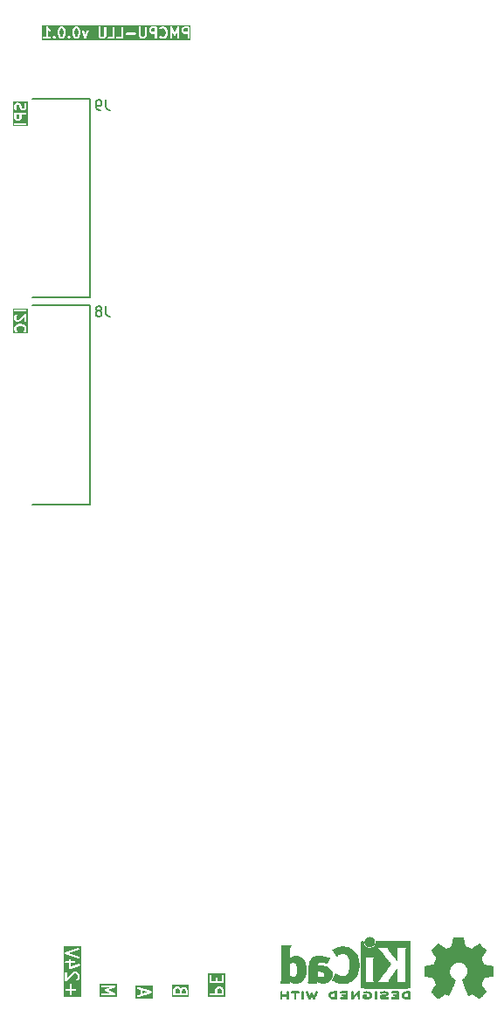
<source format=gbr>
%TF.GenerationSoftware,KiCad,Pcbnew,9.0.2*%
%TF.CreationDate,2025-06-09T15:32:08+03:00*%
%TF.ProjectId,PMCPU-LLU,504d4350-552d-44c4-9c55-2e6b69636164,rev?*%
%TF.SameCoordinates,Original*%
%TF.FileFunction,Legend,Bot*%
%TF.FilePolarity,Positive*%
%FSLAX46Y46*%
G04 Gerber Fmt 4.6, Leading zero omitted, Abs format (unit mm)*
G04 Created by KiCad (PCBNEW 9.0.2) date 2025-06-09 15:32:08*
%MOMM*%
%LPD*%
G01*
G04 APERTURE LIST*
%ADD10C,0.200000*%
%ADD11C,0.150000*%
%ADD12C,0.152400*%
%ADD13C,0.010000*%
G04 APERTURE END LIST*
D10*
G36*
X-33251670Y16921138D02*
G01*
X-34673892Y16921138D01*
X-34673892Y17416042D01*
X-34562781Y17416042D01*
X-34562781Y17320804D01*
X-34561809Y17310931D01*
X-34561996Y17308297D01*
X-34561209Y17304834D01*
X-34560860Y17301295D01*
X-34559849Y17298853D01*
X-34557649Y17289181D01*
X-34510030Y17146325D01*
X-34502039Y17128424D01*
X-34499684Y17125709D01*
X-34498309Y17122390D01*
X-34485873Y17107236D01*
X-34438254Y17059618D01*
X-34423101Y17047181D01*
X-34387052Y17032250D01*
X-34348034Y17032250D01*
X-34311986Y17047181D01*
X-34284396Y17074771D01*
X-34269465Y17110819D01*
X-34269465Y17149837D01*
X-34284396Y17185886D01*
X-34296833Y17201039D01*
X-34327760Y17231966D01*
X-34362781Y17337031D01*
X-34362781Y17399815D01*
X-34327760Y17504880D01*
X-34260687Y17571952D01*
X-34189782Y17607405D01*
X-34021901Y17649375D01*
X-33903663Y17649375D01*
X-33735782Y17607405D01*
X-33664873Y17571951D01*
X-33597803Y17504881D01*
X-33562781Y17399816D01*
X-33562781Y17337031D01*
X-33597803Y17231966D01*
X-33628730Y17201039D01*
X-33641167Y17185886D01*
X-33656098Y17149838D01*
X-33656099Y17110820D01*
X-33641168Y17074771D01*
X-33613578Y17047181D01*
X-33577530Y17032250D01*
X-33538512Y17032249D01*
X-33502463Y17047180D01*
X-33487310Y17059617D01*
X-33439690Y17107235D01*
X-33427253Y17122389D01*
X-33425878Y17125709D01*
X-33423523Y17128424D01*
X-33415532Y17146324D01*
X-33367913Y17289181D01*
X-33365714Y17298854D01*
X-33364702Y17301295D01*
X-33364354Y17304833D01*
X-33363566Y17308296D01*
X-33363754Y17310931D01*
X-33362781Y17320804D01*
X-33362781Y17416042D01*
X-33363754Y17425916D01*
X-33363566Y17428550D01*
X-33364354Y17432014D01*
X-33364702Y17435551D01*
X-33365714Y17437993D01*
X-33367913Y17447665D01*
X-33415532Y17590522D01*
X-33423523Y17608422D01*
X-33425878Y17611138D01*
X-33427253Y17614457D01*
X-33439689Y17629610D01*
X-33534929Y17724848D01*
X-33542599Y17731143D01*
X-33544328Y17733137D01*
X-33547333Y17735029D01*
X-33550082Y17737285D01*
X-33552526Y17738298D01*
X-33560918Y17743580D01*
X-33656156Y17791199D01*
X-33657583Y17791745D01*
X-33658163Y17792175D01*
X-33666340Y17795097D01*
X-33674464Y17798205D01*
X-33675187Y17798257D01*
X-33676624Y17798770D01*
X-33867099Y17846389D01*
X-33870481Y17846890D01*
X-33871844Y17847454D01*
X-33879195Y17848178D01*
X-33886492Y17849257D01*
X-33887951Y17849040D01*
X-33891353Y17849375D01*
X-34034210Y17849375D01*
X-34037613Y17849040D01*
X-34039071Y17849257D01*
X-34046369Y17848178D01*
X-34053719Y17847454D01*
X-34055083Y17846890D01*
X-34058464Y17846389D01*
X-34248940Y17798770D01*
X-34250379Y17798257D01*
X-34251099Y17798205D01*
X-34259224Y17795097D01*
X-34267400Y17792175D01*
X-34267980Y17791746D01*
X-34269408Y17791199D01*
X-34364645Y17743580D01*
X-34373044Y17738294D01*
X-34375481Y17737284D01*
X-34378225Y17735033D01*
X-34381236Y17733137D01*
X-34382969Y17731140D01*
X-34390635Y17724848D01*
X-34485873Y17629610D01*
X-34498309Y17614456D01*
X-34499684Y17611138D01*
X-34502039Y17608422D01*
X-34510030Y17590521D01*
X-34557649Y17447665D01*
X-34559849Y17437994D01*
X-34560860Y17435551D01*
X-34561209Y17432013D01*
X-34561996Y17428549D01*
X-34561809Y17425916D01*
X-34562781Y17416042D01*
X-34673892Y17416042D01*
X-34673892Y18558899D01*
X-34562781Y18558899D01*
X-34562781Y18320804D01*
X-34560860Y18301295D01*
X-34559485Y18297975D01*
X-34559230Y18294391D01*
X-34552224Y18276083D01*
X-34504605Y18180845D01*
X-34499320Y18172449D01*
X-34498309Y18170009D01*
X-34496056Y18167263D01*
X-34494162Y18164255D01*
X-34492168Y18162526D01*
X-34485873Y18154855D01*
X-34438254Y18107237D01*
X-34430588Y18100945D01*
X-34428855Y18098947D01*
X-34425847Y18097054D01*
X-34423101Y18094800D01*
X-34420661Y18093790D01*
X-34412264Y18088504D01*
X-34317027Y18040885D01*
X-34298718Y18033879D01*
X-34295135Y18033625D01*
X-34291814Y18032249D01*
X-34272305Y18030328D01*
X-34177067Y18030328D01*
X-34167194Y18031301D01*
X-34164560Y18031113D01*
X-34161097Y18031901D01*
X-34157558Y18032249D01*
X-34155116Y18033261D01*
X-34145444Y18035460D01*
X-34002588Y18083079D01*
X-33984687Y18091070D01*
X-33981972Y18093426D01*
X-33978653Y18094800D01*
X-33963499Y18107236D01*
X-33562781Y18507954D01*
X-33562781Y18130328D01*
X-33560860Y18110819D01*
X-33545928Y18074771D01*
X-33518338Y18047181D01*
X-33482290Y18032249D01*
X-33443272Y18032249D01*
X-33407224Y18047181D01*
X-33379634Y18074771D01*
X-33364702Y18110819D01*
X-33362781Y18130328D01*
X-33362781Y18749375D01*
X-33364702Y18768884D01*
X-33379634Y18804932D01*
X-33407224Y18832522D01*
X-33443272Y18847454D01*
X-33482290Y18847454D01*
X-33518338Y18832522D01*
X-33533492Y18820086D01*
X-34088230Y18265350D01*
X-34193294Y18230328D01*
X-34248698Y18230328D01*
X-34308308Y18260133D01*
X-34332976Y18284802D01*
X-34362781Y18344412D01*
X-34362781Y18535292D01*
X-34332976Y18594902D01*
X-34296833Y18631045D01*
X-34284396Y18646198D01*
X-34269465Y18682247D01*
X-34269465Y18721265D01*
X-34284396Y18757313D01*
X-34311986Y18784903D01*
X-34348034Y18799834D01*
X-34387052Y18799834D01*
X-34423101Y18784903D01*
X-34438254Y18772466D01*
X-34485873Y18724848D01*
X-34492168Y18717178D01*
X-34494162Y18715448D01*
X-34496056Y18712441D01*
X-34498309Y18709694D01*
X-34499320Y18707255D01*
X-34504605Y18698858D01*
X-34552224Y18603620D01*
X-34559230Y18585312D01*
X-34559485Y18581729D01*
X-34560860Y18578408D01*
X-34562781Y18558899D01*
X-34673892Y18558899D01*
X-34673892Y19149836D01*
X-34560860Y19149836D01*
X-34560860Y19110818D01*
X-34545928Y19074770D01*
X-34518338Y19047180D01*
X-34482290Y19032248D01*
X-34462781Y19030327D01*
X-33462781Y19030327D01*
X-33443272Y19032248D01*
X-33407224Y19047180D01*
X-33379634Y19074770D01*
X-33364702Y19110818D01*
X-33364702Y19149836D01*
X-33379634Y19185884D01*
X-33407224Y19213474D01*
X-33443272Y19228406D01*
X-33462781Y19230327D01*
X-34462781Y19230327D01*
X-34482290Y19228406D01*
X-34518338Y19213474D01*
X-34545928Y19185884D01*
X-34560860Y19149836D01*
X-34673892Y19149836D01*
X-34673892Y19341438D01*
X-33251670Y19341438D01*
X-33251670Y16921138D01*
G37*
G36*
X-29880040Y46417976D02*
G01*
X-29855371Y46393308D01*
X-29819918Y46322401D01*
X-29777947Y46154520D01*
X-29777947Y45941044D01*
X-29819918Y45773163D01*
X-29855371Y45702257D01*
X-29880040Y45677587D01*
X-29939649Y45647781D01*
X-29987673Y45647781D01*
X-30047283Y45677586D01*
X-30071950Y45702254D01*
X-30107405Y45773163D01*
X-30149375Y45941044D01*
X-30149375Y46154519D01*
X-30107405Y46322401D01*
X-30071951Y46393308D01*
X-30047283Y46417977D01*
X-29987673Y46447781D01*
X-29939649Y46447781D01*
X-29880040Y46417976D01*
G37*
G36*
X-28451469Y46417976D02*
G01*
X-28426800Y46393308D01*
X-28391347Y46322401D01*
X-28349376Y46154520D01*
X-28349376Y45941044D01*
X-28391347Y45773163D01*
X-28426800Y45702257D01*
X-28451469Y45677587D01*
X-28511078Y45647781D01*
X-28559102Y45647781D01*
X-28618712Y45677586D01*
X-28643379Y45702254D01*
X-28678834Y45773163D01*
X-28720804Y45941044D01*
X-28720804Y46154519D01*
X-28678834Y46322401D01*
X-28643380Y46393308D01*
X-28618712Y46417977D01*
X-28559102Y46447781D01*
X-28511078Y46447781D01*
X-28451469Y46417976D01*
G37*
G36*
X-20920804Y46123972D02*
G01*
X-21178149Y46123972D01*
X-21237759Y46153777D01*
X-21262427Y46178446D01*
X-21292232Y46238056D01*
X-21292232Y46333698D01*
X-21262427Y46393308D01*
X-21237759Y46417977D01*
X-21178149Y46447781D01*
X-20920804Y46447781D01*
X-20920804Y46123972D01*
G37*
G36*
X-17777947Y46123972D02*
G01*
X-18035292Y46123972D01*
X-18094902Y46153777D01*
X-18119570Y46178446D01*
X-18149375Y46238056D01*
X-18149375Y46333698D01*
X-18119570Y46393308D01*
X-18094902Y46417977D01*
X-18035292Y46447781D01*
X-17777947Y46447781D01*
X-17777947Y46123972D01*
G37*
G36*
X-17466836Y45336670D02*
G01*
X-31887136Y45336670D01*
X-31887136Y45567290D01*
X-31776025Y45567290D01*
X-31776025Y45528272D01*
X-31761093Y45492224D01*
X-31733503Y45464634D01*
X-31697455Y45449702D01*
X-31677946Y45447781D01*
X-31106518Y45447781D01*
X-31087009Y45449702D01*
X-31050961Y45464634D01*
X-31023371Y45492224D01*
X-31008439Y45528272D01*
X-31008439Y45567290D01*
X-31023371Y45603338D01*
X-31034942Y45614909D01*
X-30823645Y45614909D01*
X-30823645Y45575891D01*
X-30818055Y45562396D01*
X-30808713Y45539842D01*
X-30808709Y45539838D01*
X-30796277Y45524689D01*
X-30748658Y45477071D01*
X-30733505Y45464634D01*
X-30727092Y45461978D01*
X-30697456Y45449702D01*
X-30658438Y45449702D01*
X-30622390Y45464634D01*
X-30607236Y45477070D01*
X-30559618Y45524689D01*
X-30547181Y45539842D01*
X-30540429Y45556144D01*
X-30532250Y45575890D01*
X-30532249Y45614908D01*
X-30547180Y45650957D01*
X-30559617Y45666110D01*
X-30607236Y45713730D01*
X-30622389Y45726167D01*
X-30642881Y45734655D01*
X-30647017Y45736368D01*
X-30658438Y45741099D01*
X-30697456Y45741099D01*
X-30708014Y45736726D01*
X-30733504Y45726168D01*
X-30733505Y45726167D01*
X-30748659Y45713730D01*
X-30796277Y45666110D01*
X-30808714Y45650957D01*
X-30817673Y45629327D01*
X-30823645Y45614909D01*
X-31034942Y45614909D01*
X-31050961Y45630928D01*
X-31087009Y45645860D01*
X-31106518Y45647781D01*
X-31292232Y45647781D01*
X-31292232Y46258740D01*
X-31272467Y46238975D01*
X-31264801Y46232684D01*
X-31263068Y46230686D01*
X-31260057Y46228791D01*
X-31257313Y46226539D01*
X-31254876Y46225530D01*
X-31246477Y46220243D01*
X-31151240Y46172624D01*
X-31132931Y46165618D01*
X-31094011Y46162852D01*
X-31082080Y46166829D01*
X-30349375Y46166829D01*
X-30349375Y45928734D01*
X-30349040Y45925332D01*
X-30349257Y45923873D01*
X-30348178Y45916576D01*
X-30347454Y45909225D01*
X-30346890Y45907862D01*
X-30346389Y45904480D01*
X-30298770Y45714005D01*
X-30298257Y45712568D01*
X-30298205Y45711845D01*
X-30295097Y45703721D01*
X-30292175Y45695544D01*
X-30291745Y45694964D01*
X-30291199Y45693537D01*
X-30243580Y45598299D01*
X-30238297Y45589907D01*
X-30237285Y45587463D01*
X-30235029Y45584714D01*
X-30233137Y45581709D01*
X-30231143Y45579980D01*
X-30224848Y45572310D01*
X-30177230Y45524690D01*
X-30169562Y45518397D01*
X-30167830Y45516400D01*
X-30164822Y45514507D01*
X-30162076Y45512253D01*
X-30159636Y45511243D01*
X-30151239Y45505957D01*
X-30056002Y45458338D01*
X-30037693Y45451332D01*
X-30034110Y45451078D01*
X-30030789Y45449702D01*
X-30011280Y45447781D01*
X-29916042Y45447781D01*
X-29896533Y45449702D01*
X-29893213Y45451078D01*
X-29889629Y45451332D01*
X-29871321Y45458338D01*
X-29776083Y45505957D01*
X-29767688Y45511242D01*
X-29765246Y45512253D01*
X-29762499Y45514509D01*
X-29759493Y45516400D01*
X-29757763Y45518395D01*
X-29750093Y45524690D01*
X-29702474Y45572310D01*
X-29696182Y45579977D01*
X-29694185Y45581708D01*
X-29692292Y45584716D01*
X-29690037Y45587463D01*
X-29689026Y45589905D01*
X-29683742Y45598299D01*
X-29675437Y45614909D01*
X-29395074Y45614909D01*
X-29395074Y45575891D01*
X-29389484Y45562396D01*
X-29380142Y45539842D01*
X-29380138Y45539838D01*
X-29367706Y45524689D01*
X-29320087Y45477071D01*
X-29304934Y45464634D01*
X-29298521Y45461978D01*
X-29268885Y45449702D01*
X-29229867Y45449702D01*
X-29193819Y45464634D01*
X-29178665Y45477070D01*
X-29131047Y45524689D01*
X-29118610Y45539842D01*
X-29111858Y45556144D01*
X-29103679Y45575890D01*
X-29103678Y45614908D01*
X-29118609Y45650957D01*
X-29131046Y45666110D01*
X-29178665Y45713730D01*
X-29193818Y45726167D01*
X-29214310Y45734655D01*
X-29218446Y45736368D01*
X-29229867Y45741099D01*
X-29268885Y45741099D01*
X-29279443Y45736726D01*
X-29304933Y45726168D01*
X-29304934Y45726167D01*
X-29320088Y45713730D01*
X-29367706Y45666110D01*
X-29380143Y45650957D01*
X-29389102Y45629327D01*
X-29395074Y45614909D01*
X-29675437Y45614909D01*
X-29636123Y45693536D01*
X-29635577Y45694965D01*
X-29635147Y45695544D01*
X-29632226Y45703721D01*
X-29629117Y45711845D01*
X-29629066Y45712566D01*
X-29628552Y45714004D01*
X-29580933Y45904480D01*
X-29580433Y45907862D01*
X-29579868Y45909225D01*
X-29579145Y45916576D01*
X-29578065Y45923873D01*
X-29578283Y45925332D01*
X-29577947Y45928734D01*
X-29577947Y46166829D01*
X-28920804Y46166829D01*
X-28920804Y45928734D01*
X-28920469Y45925332D01*
X-28920686Y45923873D01*
X-28919607Y45916576D01*
X-28918883Y45909225D01*
X-28918319Y45907862D01*
X-28917818Y45904480D01*
X-28870199Y45714005D01*
X-28869686Y45712568D01*
X-28869634Y45711845D01*
X-28866526Y45703721D01*
X-28863604Y45695544D01*
X-28863174Y45694964D01*
X-28862628Y45693537D01*
X-28815009Y45598299D01*
X-28809726Y45589907D01*
X-28808714Y45587463D01*
X-28806458Y45584714D01*
X-28804566Y45581709D01*
X-28802572Y45579980D01*
X-28796277Y45572310D01*
X-28748659Y45524690D01*
X-28740991Y45518397D01*
X-28739259Y45516400D01*
X-28736251Y45514507D01*
X-28733505Y45512253D01*
X-28731065Y45511243D01*
X-28722668Y45505957D01*
X-28627431Y45458338D01*
X-28609122Y45451332D01*
X-28605539Y45451078D01*
X-28602218Y45449702D01*
X-28582709Y45447781D01*
X-28487471Y45447781D01*
X-28467962Y45449702D01*
X-28464642Y45451078D01*
X-28461058Y45451332D01*
X-28442750Y45458338D01*
X-28347512Y45505957D01*
X-28339117Y45511242D01*
X-28336675Y45512253D01*
X-28333928Y45514509D01*
X-28330922Y45516400D01*
X-28329192Y45518395D01*
X-28321522Y45524690D01*
X-28273903Y45572310D01*
X-28267611Y45579977D01*
X-28265614Y45581708D01*
X-28263721Y45584716D01*
X-28261466Y45587463D01*
X-28260455Y45589905D01*
X-28255171Y45598299D01*
X-28207552Y45693536D01*
X-28207006Y45694965D01*
X-28206576Y45695544D01*
X-28203655Y45703721D01*
X-28200546Y45711845D01*
X-28200495Y45712566D01*
X-28199981Y45714004D01*
X-28152362Y45904480D01*
X-28151862Y45907862D01*
X-28151297Y45909225D01*
X-28150574Y45916576D01*
X-28149494Y45923873D01*
X-28149712Y45925332D01*
X-28149376Y45928734D01*
X-28149376Y46166829D01*
X-28149712Y46170232D01*
X-28149494Y46171690D01*
X-28150574Y46178988D01*
X-28151297Y46186338D01*
X-28151862Y46187702D01*
X-28152362Y46191083D01*
X-28154550Y46199833D01*
X-28014969Y46199833D01*
X-28010216Y46180814D01*
X-27772121Y45514148D01*
X-27763751Y45496421D01*
X-27760381Y45492699D01*
X-27758233Y45488164D01*
X-27747382Y45478341D01*
X-27737564Y45467496D01*
X-27733032Y45465349D01*
X-27729307Y45461977D01*
X-27715517Y45457053D01*
X-27702302Y45450792D01*
X-27697292Y45450543D01*
X-27692562Y45448854D01*
X-27677941Y45449582D01*
X-27663332Y45448855D01*
X-27658607Y45450543D01*
X-27653592Y45450792D01*
X-27640366Y45457058D01*
X-27626587Y45461978D01*
X-27622867Y45465347D01*
X-27618330Y45467495D01*
X-27608508Y45478346D01*
X-27597661Y45488164D01*
X-27595514Y45492699D01*
X-27592143Y45496421D01*
X-27583773Y45514147D01*
X-27345678Y46180814D01*
X-27340925Y46199833D01*
X-27342863Y46238803D01*
X-27359566Y46274065D01*
X-27388492Y46300251D01*
X-27425237Y46313374D01*
X-27464207Y46311437D01*
X-27499469Y46294733D01*
X-27525656Y46265808D01*
X-27534026Y46248081D01*
X-27677947Y45845103D01*
X-27821868Y46248082D01*
X-27830238Y46265808D01*
X-27856425Y46294734D01*
X-27891687Y46311437D01*
X-27930657Y46313375D01*
X-27967402Y46300252D01*
X-27996328Y46274065D01*
X-28013031Y46238803D01*
X-28014969Y46199833D01*
X-28154550Y46199833D01*
X-28199981Y46381559D01*
X-28200495Y46382998D01*
X-28200546Y46383718D01*
X-28203655Y46391843D01*
X-28206576Y46400019D01*
X-28207006Y46400599D01*
X-28207552Y46402027D01*
X-28255171Y46497264D01*
X-28260457Y46505661D01*
X-28261467Y46508101D01*
X-28263721Y46510847D01*
X-28265614Y46513855D01*
X-28267612Y46515588D01*
X-28273904Y46523254D01*
X-28298430Y46547781D01*
X-26396994Y46547781D01*
X-26396994Y45738258D01*
X-26395073Y45718749D01*
X-26393698Y45715429D01*
X-26393443Y45711845D01*
X-26386437Y45693537D01*
X-26338818Y45598299D01*
X-26333535Y45589907D01*
X-26332523Y45587463D01*
X-26330267Y45584714D01*
X-26328375Y45581709D01*
X-26326381Y45579980D01*
X-26320086Y45572310D01*
X-26272468Y45524690D01*
X-26264800Y45518397D01*
X-26263068Y45516400D01*
X-26260060Y45514507D01*
X-26257314Y45512253D01*
X-26254874Y45511243D01*
X-26246477Y45505957D01*
X-26151240Y45458338D01*
X-26132931Y45451332D01*
X-26129348Y45451078D01*
X-26126027Y45449702D01*
X-26106518Y45447781D01*
X-25916042Y45447781D01*
X-25896533Y45449702D01*
X-25893213Y45451078D01*
X-25889629Y45451332D01*
X-25871321Y45458338D01*
X-25776083Y45505957D01*
X-25767688Y45511242D01*
X-25765246Y45512253D01*
X-25762499Y45514509D01*
X-25759493Y45516400D01*
X-25757763Y45518395D01*
X-25750093Y45524690D01*
X-25707494Y45567290D01*
X-25490311Y45567290D01*
X-25490311Y45528272D01*
X-25475379Y45492224D01*
X-25447789Y45464634D01*
X-25411741Y45449702D01*
X-25392232Y45447781D01*
X-24916042Y45447781D01*
X-24896533Y45449702D01*
X-24860485Y45464634D01*
X-24832895Y45492224D01*
X-24817963Y45528272D01*
X-24816042Y45547781D01*
X-24816042Y45567290D01*
X-24680787Y45567290D01*
X-24680787Y45528272D01*
X-24665855Y45492224D01*
X-24638265Y45464634D01*
X-24602217Y45449702D01*
X-24582708Y45447781D01*
X-24106518Y45447781D01*
X-24087009Y45449702D01*
X-24050961Y45464634D01*
X-24023371Y45492224D01*
X-24008439Y45528272D01*
X-24006518Y45547781D01*
X-24006518Y45948243D01*
X-23728406Y45948243D01*
X-23728406Y45909225D01*
X-23713474Y45873177D01*
X-23685884Y45845587D01*
X-23649836Y45830655D01*
X-23630327Y45828734D01*
X-22868423Y45828734D01*
X-22848914Y45830655D01*
X-22812866Y45845587D01*
X-22785276Y45873177D01*
X-22770344Y45909225D01*
X-22770344Y45948243D01*
X-22785276Y45984291D01*
X-22812866Y46011881D01*
X-22848914Y46026813D01*
X-22868423Y46028734D01*
X-23630327Y46028734D01*
X-23649836Y46026813D01*
X-23685884Y46011881D01*
X-23713474Y45984291D01*
X-23728406Y45948243D01*
X-24006518Y45948243D01*
X-24006518Y46547781D01*
X-22492232Y46547781D01*
X-22492232Y45738258D01*
X-22490311Y45718749D01*
X-22488936Y45715429D01*
X-22488681Y45711845D01*
X-22481675Y45693537D01*
X-22434056Y45598299D01*
X-22428773Y45589907D01*
X-22427761Y45587463D01*
X-22425505Y45584714D01*
X-22423613Y45581709D01*
X-22421619Y45579980D01*
X-22415324Y45572310D01*
X-22367706Y45524690D01*
X-22360038Y45518397D01*
X-22358306Y45516400D01*
X-22355298Y45514507D01*
X-22352552Y45512253D01*
X-22350112Y45511243D01*
X-22341715Y45505957D01*
X-22246478Y45458338D01*
X-22228169Y45451332D01*
X-22224586Y45451078D01*
X-22221265Y45449702D01*
X-22201756Y45447781D01*
X-22011280Y45447781D01*
X-21991771Y45449702D01*
X-21988451Y45451078D01*
X-21984867Y45451332D01*
X-21966559Y45458338D01*
X-21871321Y45505957D01*
X-21862926Y45511242D01*
X-21860484Y45512253D01*
X-21857737Y45514509D01*
X-21854731Y45516400D01*
X-21853001Y45518395D01*
X-21845331Y45524690D01*
X-21797712Y45572310D01*
X-21791420Y45579977D01*
X-21789423Y45581708D01*
X-21787530Y45584716D01*
X-21785275Y45587463D01*
X-21784264Y45589905D01*
X-21778980Y45598299D01*
X-21731361Y45693536D01*
X-21724355Y45711845D01*
X-21724101Y45715429D01*
X-21722725Y45718749D01*
X-21720804Y45738258D01*
X-21720804Y46357305D01*
X-21492232Y46357305D01*
X-21492232Y46214448D01*
X-21490311Y46194939D01*
X-21488936Y46191619D01*
X-21488681Y46188035D01*
X-21481675Y46169727D01*
X-21434056Y46074489D01*
X-21428771Y46066093D01*
X-21427760Y46063653D01*
X-21425507Y46060907D01*
X-21423613Y46057899D01*
X-21421619Y46056170D01*
X-21415324Y46048499D01*
X-21367705Y46000881D01*
X-21360039Y45994589D01*
X-21358306Y45992591D01*
X-21355298Y45990698D01*
X-21352552Y45988444D01*
X-21350112Y45987434D01*
X-21341715Y45982148D01*
X-21246478Y45934529D01*
X-21228169Y45927523D01*
X-21224586Y45927269D01*
X-21221265Y45925893D01*
X-21201756Y45923972D01*
X-20920804Y45923972D01*
X-20920804Y45547781D01*
X-20918883Y45528272D01*
X-20903951Y45492224D01*
X-20876361Y45464634D01*
X-20840313Y45449702D01*
X-20801295Y45449702D01*
X-20765247Y45464634D01*
X-20737657Y45492224D01*
X-20722725Y45528272D01*
X-20720804Y45547781D01*
X-20720804Y46472052D01*
X-20490311Y46472052D01*
X-20490311Y46433034D01*
X-20475379Y46396986D01*
X-20447789Y46369396D01*
X-20411741Y46354464D01*
X-20372723Y46354464D01*
X-20336675Y46369396D01*
X-20321521Y46381832D01*
X-20290595Y46412760D01*
X-20185530Y46447781D01*
X-20122745Y46447781D01*
X-20017681Y46412760D01*
X-19950608Y46345687D01*
X-19915156Y46274782D01*
X-19873185Y46106901D01*
X-19873185Y45988663D01*
X-19915156Y45820782D01*
X-19950609Y45749876D01*
X-20017680Y45682803D01*
X-20122745Y45647781D01*
X-20185530Y45647781D01*
X-20290595Y45682803D01*
X-20321521Y45713730D01*
X-20336674Y45726167D01*
X-20372722Y45741098D01*
X-20411740Y45741099D01*
X-20447789Y45726168D01*
X-20475379Y45698578D01*
X-20490310Y45662530D01*
X-20490311Y45623512D01*
X-20475380Y45587463D01*
X-20462943Y45572310D01*
X-20415325Y45524690D01*
X-20400171Y45512253D01*
X-20396852Y45510878D01*
X-20394136Y45508523D01*
X-20376236Y45500532D01*
X-20233379Y45452913D01*
X-20223707Y45450714D01*
X-20221265Y45449702D01*
X-20217728Y45449354D01*
X-20214264Y45448566D01*
X-20211630Y45448754D01*
X-20201756Y45447781D01*
X-20106518Y45447781D01*
X-20096645Y45448754D01*
X-20094011Y45448566D01*
X-20090548Y45449354D01*
X-20087009Y45449702D01*
X-20084567Y45450714D01*
X-20074895Y45452913D01*
X-19932039Y45500532D01*
X-19914138Y45508523D01*
X-19911423Y45510878D01*
X-19908103Y45512253D01*
X-19892950Y45524690D01*
X-19797712Y45619929D01*
X-19791420Y45627596D01*
X-19789423Y45629327D01*
X-19787530Y45632335D01*
X-19785275Y45635082D01*
X-19784264Y45637524D01*
X-19778980Y45645918D01*
X-19731361Y45741155D01*
X-19730815Y45742584D01*
X-19730385Y45743163D01*
X-19727464Y45751340D01*
X-19724355Y45759464D01*
X-19724304Y45760185D01*
X-19723790Y45761623D01*
X-19676171Y45952099D01*
X-19675671Y45955481D01*
X-19675106Y45956844D01*
X-19674383Y45964195D01*
X-19673303Y45971492D01*
X-19673521Y45972951D01*
X-19673185Y45976353D01*
X-19673185Y46119210D01*
X-19673521Y46122613D01*
X-19673303Y46124071D01*
X-19674383Y46131369D01*
X-19675106Y46138719D01*
X-19675671Y46140083D01*
X-19676171Y46143464D01*
X-19723790Y46333940D01*
X-19724304Y46335379D01*
X-19724355Y46336099D01*
X-19727464Y46344224D01*
X-19730385Y46352400D01*
X-19730815Y46352980D01*
X-19731361Y46354408D01*
X-19778980Y46449645D01*
X-19784267Y46458044D01*
X-19785276Y46460481D01*
X-19787528Y46463225D01*
X-19789423Y46466236D01*
X-19791421Y46467969D01*
X-19797712Y46475635D01*
X-19869858Y46547781D01*
X-19444613Y46547781D01*
X-19444613Y45547781D01*
X-19442692Y45528272D01*
X-19427760Y45492224D01*
X-19400170Y45464634D01*
X-19364122Y45449702D01*
X-19325104Y45449702D01*
X-19289056Y45464634D01*
X-19261466Y45492224D01*
X-19246534Y45528272D01*
X-19244613Y45547781D01*
X-19244613Y46097025D01*
X-19101898Y45791207D01*
X-19097666Y45784062D01*
X-19096786Y45781644D01*
X-19095221Y45779935D01*
X-19091907Y45774341D01*
X-19080697Y45764075D01*
X-19070435Y45752869D01*
X-19066410Y45750991D01*
X-19063132Y45747989D01*
X-19048850Y45742796D01*
X-19035077Y45736368D01*
X-19030638Y45736173D01*
X-19026463Y45734655D01*
X-19011280Y45735323D01*
X-18996097Y45734655D01*
X-18991924Y45736173D01*
X-18987482Y45736368D01*
X-18973698Y45742801D01*
X-18959428Y45747990D01*
X-18956155Y45750988D01*
X-18952125Y45752868D01*
X-18941856Y45764083D01*
X-18930653Y45774341D01*
X-18927342Y45779932D01*
X-18925773Y45781644D01*
X-18924893Y45784066D01*
X-18920662Y45791207D01*
X-18777947Y46097026D01*
X-18777947Y45547781D01*
X-18776026Y45528272D01*
X-18761094Y45492224D01*
X-18733504Y45464634D01*
X-18697456Y45449702D01*
X-18658438Y45449702D01*
X-18622390Y45464634D01*
X-18594800Y45492224D01*
X-18579868Y45528272D01*
X-18577947Y45547781D01*
X-18577947Y46357305D01*
X-18349375Y46357305D01*
X-18349375Y46214448D01*
X-18347454Y46194939D01*
X-18346079Y46191619D01*
X-18345824Y46188035D01*
X-18338818Y46169727D01*
X-18291199Y46074489D01*
X-18285914Y46066093D01*
X-18284903Y46063653D01*
X-18282650Y46060907D01*
X-18280756Y46057899D01*
X-18278762Y46056170D01*
X-18272467Y46048499D01*
X-18224848Y46000881D01*
X-18217182Y45994589D01*
X-18215449Y45992591D01*
X-18212441Y45990698D01*
X-18209695Y45988444D01*
X-18207255Y45987434D01*
X-18198858Y45982148D01*
X-18103621Y45934529D01*
X-18085312Y45927523D01*
X-18081729Y45927269D01*
X-18078408Y45925893D01*
X-18058899Y45923972D01*
X-17777947Y45923972D01*
X-17777947Y45547781D01*
X-17776026Y45528272D01*
X-17761094Y45492224D01*
X-17733504Y45464634D01*
X-17697456Y45449702D01*
X-17658438Y45449702D01*
X-17622390Y45464634D01*
X-17594800Y45492224D01*
X-17579868Y45528272D01*
X-17577947Y45547781D01*
X-17577947Y46547781D01*
X-17579868Y46567290D01*
X-17594800Y46603338D01*
X-17622390Y46630928D01*
X-17658438Y46645860D01*
X-17677947Y46647781D01*
X-18058899Y46647781D01*
X-18078408Y46645860D01*
X-18081729Y46644485D01*
X-18085312Y46644230D01*
X-18103621Y46637224D01*
X-18198858Y46589605D01*
X-18207255Y46584320D01*
X-18209695Y46583309D01*
X-18212441Y46581056D01*
X-18215449Y46579162D01*
X-18217182Y46577165D01*
X-18224848Y46570872D01*
X-18272467Y46523254D01*
X-18278762Y46515584D01*
X-18280756Y46513854D01*
X-18282650Y46510847D01*
X-18284903Y46508100D01*
X-18285914Y46505661D01*
X-18291199Y46497264D01*
X-18338818Y46402026D01*
X-18345824Y46383718D01*
X-18346079Y46380135D01*
X-18347454Y46376814D01*
X-18349375Y46357305D01*
X-18577947Y46357305D01*
X-18577947Y46547781D01*
X-18579210Y46560605D01*
X-18579106Y46562964D01*
X-18579567Y46564232D01*
X-18579868Y46567290D01*
X-18586509Y46583321D01*
X-18592440Y46599633D01*
X-18593947Y46601279D01*
X-18594800Y46603338D01*
X-18607062Y46615600D01*
X-18618792Y46628409D01*
X-18620816Y46629354D01*
X-18622390Y46630928D01*
X-18638406Y46637563D01*
X-18654149Y46644909D01*
X-18656379Y46645007D01*
X-18658438Y46645860D01*
X-18675790Y46645860D01*
X-18693130Y46646622D01*
X-18695226Y46645860D01*
X-18697456Y46645860D01*
X-18713487Y46639220D01*
X-18729799Y46633288D01*
X-18731445Y46631782D01*
X-18733504Y46630928D01*
X-18745772Y46618661D01*
X-18758574Y46606936D01*
X-18760141Y46604292D01*
X-18761094Y46603338D01*
X-18761998Y46601157D01*
X-18768565Y46590070D01*
X-19011281Y46069967D01*
X-19253995Y46590070D01*
X-19260563Y46601157D01*
X-19261466Y46603338D01*
X-19262420Y46604292D01*
X-19263986Y46606936D01*
X-19276783Y46618655D01*
X-19289056Y46630928D01*
X-19291118Y46631782D01*
X-19292761Y46633287D01*
X-19309063Y46639216D01*
X-19325104Y46645860D01*
X-19327335Y46645860D01*
X-19329430Y46646622D01*
X-19346770Y46645860D01*
X-19364122Y46645860D01*
X-19366182Y46645007D01*
X-19368410Y46644909D01*
X-19384141Y46637568D01*
X-19400170Y46630928D01*
X-19401747Y46629352D01*
X-19403768Y46628408D01*
X-19415487Y46615612D01*
X-19427760Y46603338D01*
X-19428614Y46601277D01*
X-19430119Y46599633D01*
X-19436048Y46583332D01*
X-19442692Y46567290D01*
X-19442994Y46564232D01*
X-19443454Y46562964D01*
X-19443351Y46560605D01*
X-19444613Y46547781D01*
X-19869858Y46547781D01*
X-19892950Y46570873D01*
X-19908104Y46583309D01*
X-19911423Y46584684D01*
X-19914138Y46587039D01*
X-19932039Y46595030D01*
X-20074895Y46642649D01*
X-20084567Y46644849D01*
X-20087009Y46645860D01*
X-20090548Y46646209D01*
X-20094011Y46646996D01*
X-20096645Y46646809D01*
X-20106518Y46647781D01*
X-20201756Y46647781D01*
X-20211630Y46646809D01*
X-20214264Y46646996D01*
X-20217728Y46646209D01*
X-20221265Y46645860D01*
X-20223707Y46644849D01*
X-20233379Y46642649D01*
X-20376236Y46595030D01*
X-20394136Y46587039D01*
X-20396852Y46584684D01*
X-20400171Y46583309D01*
X-20415324Y46570872D01*
X-20462943Y46523254D01*
X-20475379Y46508100D01*
X-20490311Y46472052D01*
X-20720804Y46472052D01*
X-20720804Y46547781D01*
X-20722725Y46567290D01*
X-20737657Y46603338D01*
X-20765247Y46630928D01*
X-20801295Y46645860D01*
X-20820804Y46647781D01*
X-21201756Y46647781D01*
X-21221265Y46645860D01*
X-21224586Y46644485D01*
X-21228169Y46644230D01*
X-21246478Y46637224D01*
X-21341715Y46589605D01*
X-21350112Y46584320D01*
X-21352552Y46583309D01*
X-21355298Y46581056D01*
X-21358306Y46579162D01*
X-21360039Y46577165D01*
X-21367705Y46570872D01*
X-21415324Y46523254D01*
X-21421619Y46515584D01*
X-21423613Y46513854D01*
X-21425507Y46510847D01*
X-21427760Y46508100D01*
X-21428771Y46505661D01*
X-21434056Y46497264D01*
X-21481675Y46402026D01*
X-21488681Y46383718D01*
X-21488936Y46380135D01*
X-21490311Y46376814D01*
X-21492232Y46357305D01*
X-21720804Y46357305D01*
X-21720804Y46547781D01*
X-21722725Y46567290D01*
X-21737657Y46603338D01*
X-21765247Y46630928D01*
X-21801295Y46645860D01*
X-21840313Y46645860D01*
X-21876361Y46630928D01*
X-21903951Y46603338D01*
X-21918883Y46567290D01*
X-21920804Y46547781D01*
X-21920804Y45761865D01*
X-21950609Y45702257D01*
X-21975278Y45677587D01*
X-22034887Y45647781D01*
X-22178149Y45647781D01*
X-22237759Y45677586D01*
X-22262426Y45702254D01*
X-22292232Y45761866D01*
X-22292232Y46547781D01*
X-22294153Y46567290D01*
X-22309085Y46603338D01*
X-22336675Y46630928D01*
X-22372723Y46645860D01*
X-22411741Y46645860D01*
X-22447789Y46630928D01*
X-22475379Y46603338D01*
X-22490311Y46567290D01*
X-22492232Y46547781D01*
X-24006518Y46547781D01*
X-24008439Y46567290D01*
X-24023371Y46603338D01*
X-24050961Y46630928D01*
X-24087009Y46645860D01*
X-24126027Y46645860D01*
X-24162075Y46630928D01*
X-24189665Y46603338D01*
X-24204597Y46567290D01*
X-24206518Y46547781D01*
X-24206518Y45647781D01*
X-24582708Y45647781D01*
X-24602217Y45645860D01*
X-24638265Y45630928D01*
X-24665855Y45603338D01*
X-24680787Y45567290D01*
X-24816042Y45567290D01*
X-24816042Y46547781D01*
X-24817963Y46567290D01*
X-24832895Y46603338D01*
X-24860485Y46630928D01*
X-24896533Y46645860D01*
X-24935551Y46645860D01*
X-24971599Y46630928D01*
X-24999189Y46603338D01*
X-25014121Y46567290D01*
X-25016042Y46547781D01*
X-25016042Y45647781D01*
X-25392232Y45647781D01*
X-25411741Y45645860D01*
X-25447789Y45630928D01*
X-25475379Y45603338D01*
X-25490311Y45567290D01*
X-25707494Y45567290D01*
X-25702474Y45572310D01*
X-25696182Y45579977D01*
X-25694185Y45581708D01*
X-25692292Y45584716D01*
X-25690037Y45587463D01*
X-25689026Y45589905D01*
X-25683742Y45598299D01*
X-25636123Y45693536D01*
X-25629117Y45711845D01*
X-25628863Y45715429D01*
X-25627487Y45718749D01*
X-25625566Y45738258D01*
X-25625566Y46547781D01*
X-25627487Y46567290D01*
X-25642419Y46603338D01*
X-25670009Y46630928D01*
X-25706057Y46645860D01*
X-25745075Y46645860D01*
X-25781123Y46630928D01*
X-25808713Y46603338D01*
X-25823645Y46567290D01*
X-25825566Y46547781D01*
X-25825566Y45761865D01*
X-25855371Y45702257D01*
X-25880040Y45677587D01*
X-25939649Y45647781D01*
X-26082911Y45647781D01*
X-26142521Y45677586D01*
X-26167188Y45702254D01*
X-26196994Y45761866D01*
X-26196994Y46547781D01*
X-26198915Y46567290D01*
X-26213847Y46603338D01*
X-26241437Y46630928D01*
X-26277485Y46645860D01*
X-26316503Y46645860D01*
X-26352551Y46630928D01*
X-26380141Y46603338D01*
X-26395073Y46567290D01*
X-26396994Y46547781D01*
X-28298430Y46547781D01*
X-28321522Y46570873D01*
X-28329193Y46577168D01*
X-28330922Y46579162D01*
X-28333930Y46581056D01*
X-28336676Y46583309D01*
X-28339116Y46584320D01*
X-28347512Y46589605D01*
X-28442750Y46637224D01*
X-28461058Y46644230D01*
X-28464642Y46644485D01*
X-28467962Y46645860D01*
X-28487471Y46647781D01*
X-28582709Y46647781D01*
X-28602218Y46645860D01*
X-28605539Y46644485D01*
X-28609122Y46644230D01*
X-28627431Y46637224D01*
X-28722668Y46589605D01*
X-28731065Y46584320D01*
X-28733505Y46583309D01*
X-28736251Y46581056D01*
X-28739259Y46579162D01*
X-28740992Y46577165D01*
X-28748658Y46570872D01*
X-28796277Y46523254D01*
X-28802572Y46515584D01*
X-28804566Y46513854D01*
X-28806460Y46510847D01*
X-28808713Y46508100D01*
X-28809724Y46505661D01*
X-28815009Y46497264D01*
X-28862628Y46402026D01*
X-28863174Y46400600D01*
X-28863604Y46400019D01*
X-28866526Y46391843D01*
X-28869634Y46383718D01*
X-28869686Y46382996D01*
X-28870199Y46381558D01*
X-28917818Y46191083D01*
X-28918319Y46187702D01*
X-28918883Y46186338D01*
X-28919607Y46178988D01*
X-28920686Y46171690D01*
X-28920469Y46170232D01*
X-28920804Y46166829D01*
X-29577947Y46166829D01*
X-29578283Y46170232D01*
X-29578065Y46171690D01*
X-29579145Y46178988D01*
X-29579868Y46186338D01*
X-29580433Y46187702D01*
X-29580933Y46191083D01*
X-29628552Y46381559D01*
X-29629066Y46382998D01*
X-29629117Y46383718D01*
X-29632226Y46391843D01*
X-29635147Y46400019D01*
X-29635577Y46400599D01*
X-29636123Y46402027D01*
X-29683742Y46497264D01*
X-29689028Y46505661D01*
X-29690038Y46508101D01*
X-29692292Y46510847D01*
X-29694185Y46513855D01*
X-29696183Y46515588D01*
X-29702475Y46523254D01*
X-29750093Y46570873D01*
X-29757764Y46577168D01*
X-29759493Y46579162D01*
X-29762501Y46581056D01*
X-29765247Y46583309D01*
X-29767687Y46584320D01*
X-29776083Y46589605D01*
X-29871321Y46637224D01*
X-29889629Y46644230D01*
X-29893213Y46644485D01*
X-29896533Y46645860D01*
X-29916042Y46647781D01*
X-30011280Y46647781D01*
X-30030789Y46645860D01*
X-30034110Y46644485D01*
X-30037693Y46644230D01*
X-30056002Y46637224D01*
X-30151239Y46589605D01*
X-30159636Y46584320D01*
X-30162076Y46583309D01*
X-30164822Y46581056D01*
X-30167830Y46579162D01*
X-30169563Y46577165D01*
X-30177229Y46570872D01*
X-30224848Y46523254D01*
X-30231143Y46515584D01*
X-30233137Y46513854D01*
X-30235031Y46510847D01*
X-30237284Y46508100D01*
X-30238295Y46505661D01*
X-30243580Y46497264D01*
X-30291199Y46402026D01*
X-30291745Y46400600D01*
X-30292175Y46400019D01*
X-30295097Y46391843D01*
X-30298205Y46383718D01*
X-30298257Y46382996D01*
X-30298770Y46381558D01*
X-30346389Y46191083D01*
X-30346890Y46187702D01*
X-30347454Y46186338D01*
X-30348178Y46178988D01*
X-30349257Y46171690D01*
X-30349040Y46170232D01*
X-30349375Y46166829D01*
X-31082080Y46166829D01*
X-31056995Y46175191D01*
X-31027518Y46200756D01*
X-31010069Y46235654D01*
X-31007304Y46274574D01*
X-31019642Y46311590D01*
X-31045207Y46341067D01*
X-31061797Y46351510D01*
X-31142519Y46391871D01*
X-31219283Y46468635D01*
X-31309027Y46603251D01*
X-31309072Y46603306D01*
X-31309085Y46603338D01*
X-31309159Y46603412D01*
X-31321447Y46618418D01*
X-31329676Y46623929D01*
X-31336675Y46630928D01*
X-31345727Y46634678D01*
X-31353867Y46640129D01*
X-31363575Y46642071D01*
X-31372723Y46645860D01*
X-31382522Y46645860D01*
X-31392127Y46647781D01*
X-31401838Y46645860D01*
X-31411741Y46645860D01*
X-31420794Y46642111D01*
X-31430404Y46640209D01*
X-31438643Y46634717D01*
X-31447789Y46630928D01*
X-31454716Y46624002D01*
X-31462869Y46618566D01*
X-31468380Y46610338D01*
X-31475379Y46603338D01*
X-31479129Y46594287D01*
X-31484580Y46586146D01*
X-31486522Y46576439D01*
X-31490311Y46567290D01*
X-31492212Y46547988D01*
X-31492232Y46547886D01*
X-31492226Y46547852D01*
X-31492232Y46547781D01*
X-31492232Y45647781D01*
X-31677946Y45647781D01*
X-31697455Y45645860D01*
X-31733503Y45630928D01*
X-31761093Y45603338D01*
X-31776025Y45567290D01*
X-31887136Y45567290D01*
X-31887136Y46758892D01*
X-17466836Y46758892D01*
X-17466836Y45336670D01*
G37*
G36*
X-21660970Y-46854136D02*
G01*
X-22101886Y-47001108D01*
X-22101886Y-46707164D01*
X-21660970Y-46854136D01*
G37*
G36*
X-21112195Y-47486684D02*
G01*
X-22777291Y-47486684D01*
X-22777291Y-46441629D01*
X-22643958Y-46441629D01*
X-22641192Y-46480549D01*
X-22623742Y-46515448D01*
X-22594266Y-46541013D01*
X-22576366Y-46549004D01*
X-22301886Y-46640497D01*
X-22301886Y-47067774D01*
X-22576366Y-47159268D01*
X-22594266Y-47167259D01*
X-22623742Y-47192824D01*
X-22641192Y-47227723D01*
X-22643958Y-47266643D01*
X-22631620Y-47303659D01*
X-22606055Y-47333135D01*
X-22571156Y-47350585D01*
X-22532236Y-47353351D01*
X-22513120Y-47349004D01*
X-21313120Y-46949004D01*
X-21295220Y-46941013D01*
X-21289820Y-46936328D01*
X-21283432Y-46933135D01*
X-21275219Y-46923665D01*
X-21265744Y-46915448D01*
X-21262550Y-46909058D01*
X-21257866Y-46903659D01*
X-21253901Y-46891761D01*
X-21248294Y-46880549D01*
X-21247788Y-46873421D01*
X-21245528Y-46866643D01*
X-21246417Y-46854136D01*
X-21245528Y-46841629D01*
X-21247788Y-46834850D01*
X-21248294Y-46827723D01*
X-21253901Y-46816510D01*
X-21257866Y-46804613D01*
X-21262550Y-46799213D01*
X-21265744Y-46792824D01*
X-21275219Y-46784606D01*
X-21283432Y-46775137D01*
X-21289820Y-46771943D01*
X-21295220Y-46767259D01*
X-21313120Y-46759268D01*
X-22513120Y-46359268D01*
X-22532236Y-46354921D01*
X-22571156Y-46357687D01*
X-22606055Y-46375137D01*
X-22631620Y-46404613D01*
X-22643958Y-46441629D01*
X-22777291Y-46441629D01*
X-22777291Y-46221588D01*
X-21112195Y-46221588D01*
X-21112195Y-47486684D01*
G37*
G36*
X-28055052Y-47314119D02*
G01*
X-29778076Y-47314119D01*
X-29778076Y-46606055D01*
X-29642822Y-46606055D01*
X-29642822Y-46645073D01*
X-29627890Y-46681121D01*
X-29600300Y-46708711D01*
X-29564252Y-46723643D01*
X-29544743Y-46725564D01*
X-29187600Y-46725564D01*
X-29187600Y-47082707D01*
X-29185679Y-47102216D01*
X-29170747Y-47138264D01*
X-29143157Y-47165854D01*
X-29107109Y-47180786D01*
X-29068091Y-47180786D01*
X-29032043Y-47165854D01*
X-29004453Y-47138264D01*
X-28989521Y-47102216D01*
X-28987600Y-47082707D01*
X-28987600Y-46725564D01*
X-28630458Y-46725564D01*
X-28610949Y-46723643D01*
X-28574901Y-46708711D01*
X-28547311Y-46681121D01*
X-28532379Y-46645073D01*
X-28532379Y-46606055D01*
X-28547311Y-46570007D01*
X-28574901Y-46542417D01*
X-28610949Y-46527485D01*
X-28630458Y-46525564D01*
X-28987600Y-46525564D01*
X-28987600Y-46168422D01*
X-28989521Y-46148913D01*
X-29004453Y-46112865D01*
X-29032043Y-46085275D01*
X-29068091Y-46070343D01*
X-29107109Y-46070343D01*
X-29143157Y-46085275D01*
X-29170747Y-46112865D01*
X-29185679Y-46148913D01*
X-29187600Y-46168422D01*
X-29187600Y-46525564D01*
X-29544743Y-46525564D01*
X-29564252Y-46527485D01*
X-29600300Y-46542417D01*
X-29627890Y-46570007D01*
X-29642822Y-46606055D01*
X-29778076Y-46606055D01*
X-29778076Y-44968422D01*
X-29644743Y-44968422D01*
X-29644743Y-45711279D01*
X-29642822Y-45730788D01*
X-29627890Y-45766836D01*
X-29600300Y-45794426D01*
X-29564252Y-45809358D01*
X-29525234Y-45809358D01*
X-29489186Y-45794426D01*
X-29474032Y-45781990D01*
X-28805010Y-45112967D01*
X-28671373Y-45068422D01*
X-28596922Y-45068422D01*
X-28518266Y-45107750D01*
X-28484073Y-45141942D01*
X-28444743Y-45220599D01*
X-28444743Y-45459101D01*
X-28484073Y-45537758D01*
X-28529740Y-45583425D01*
X-28542176Y-45598579D01*
X-28557108Y-45634627D01*
X-28557108Y-45673645D01*
X-28542176Y-45709693D01*
X-28514586Y-45737283D01*
X-28478538Y-45752215D01*
X-28439520Y-45752215D01*
X-28403472Y-45737283D01*
X-28388318Y-45724847D01*
X-28331176Y-45667704D01*
X-28324884Y-45660037D01*
X-28322886Y-45658305D01*
X-28320992Y-45655295D01*
X-28318739Y-45652551D01*
X-28317729Y-45650112D01*
X-28312443Y-45641715D01*
X-28255300Y-45527429D01*
X-28248294Y-45509121D01*
X-28248040Y-45505537D01*
X-28246664Y-45502217D01*
X-28244743Y-45482708D01*
X-28244743Y-45196993D01*
X-28246664Y-45177484D01*
X-28248040Y-45174163D01*
X-28248294Y-45170580D01*
X-28255300Y-45152272D01*
X-28312443Y-45037986D01*
X-28317729Y-45029588D01*
X-28318739Y-45027150D01*
X-28320992Y-45024405D01*
X-28322886Y-45021396D01*
X-28324884Y-45019663D01*
X-28331176Y-45011997D01*
X-28388318Y-44954854D01*
X-28395985Y-44948562D01*
X-28397717Y-44946565D01*
X-28400729Y-44944669D01*
X-28403472Y-44942418D01*
X-28405909Y-44941408D01*
X-28414307Y-44936122D01*
X-28528594Y-44878979D01*
X-28546902Y-44871973D01*
X-28550486Y-44871718D01*
X-28553806Y-44870343D01*
X-28573315Y-44868422D01*
X-28687600Y-44868422D01*
X-28697474Y-44869394D01*
X-28700107Y-44869207D01*
X-28703571Y-44869994D01*
X-28707109Y-44870343D01*
X-28709552Y-44871354D01*
X-28719223Y-44873554D01*
X-28890652Y-44930697D01*
X-28908552Y-44938688D01*
X-28911268Y-44941043D01*
X-28914586Y-44942418D01*
X-28929740Y-44954854D01*
X-29444743Y-45469857D01*
X-29444743Y-44968422D01*
X-29446664Y-44948913D01*
X-29461596Y-44912865D01*
X-29489186Y-44885275D01*
X-29525234Y-44870343D01*
X-29564252Y-44870343D01*
X-29600300Y-44885275D01*
X-29627890Y-44912865D01*
X-29642822Y-44948913D01*
X-29644743Y-44968422D01*
X-29778076Y-44968422D01*
X-29778076Y-43920342D01*
X-29642822Y-43920342D01*
X-29642822Y-43959360D01*
X-29627890Y-43995408D01*
X-29600300Y-44022998D01*
X-29564252Y-44037930D01*
X-29544743Y-44039851D01*
X-29244743Y-44039851D01*
X-29244743Y-44511279D01*
X-29243771Y-44521152D01*
X-29243958Y-44523786D01*
X-29243325Y-44525687D01*
X-29242822Y-44530788D01*
X-29236690Y-44545592D01*
X-29231620Y-44560802D01*
X-29229265Y-44563517D01*
X-29227890Y-44566836D01*
X-29216560Y-44578166D01*
X-29206055Y-44590278D01*
X-29202841Y-44591885D01*
X-29200300Y-44594426D01*
X-29185492Y-44600560D01*
X-29171156Y-44607728D01*
X-29167573Y-44607982D01*
X-29164252Y-44609358D01*
X-29148220Y-44609358D01*
X-29132236Y-44610494D01*
X-29127240Y-44609358D01*
X-29125234Y-44609358D01*
X-29122792Y-44608346D01*
X-29113120Y-44606147D01*
X-28255977Y-44320433D01*
X-28238077Y-44312442D01*
X-28208601Y-44286877D01*
X-28191151Y-44251978D01*
X-28188385Y-44213058D01*
X-28200723Y-44176042D01*
X-28226288Y-44146566D01*
X-28261187Y-44129116D01*
X-28300107Y-44126350D01*
X-28319223Y-44130697D01*
X-29044743Y-44372536D01*
X-29044743Y-44039851D01*
X-28744743Y-44039851D01*
X-28725234Y-44037930D01*
X-28689186Y-44022998D01*
X-28661596Y-43995408D01*
X-28646664Y-43959360D01*
X-28646664Y-43920342D01*
X-28661596Y-43884294D01*
X-28689186Y-43856704D01*
X-28725234Y-43841772D01*
X-28744743Y-43839851D01*
X-29044743Y-43839851D01*
X-29044743Y-43768422D01*
X-29046664Y-43748913D01*
X-29061596Y-43712865D01*
X-29089186Y-43685275D01*
X-29125234Y-43670343D01*
X-29164252Y-43670343D01*
X-29200300Y-43685275D01*
X-29227890Y-43712865D01*
X-29242822Y-43748913D01*
X-29244743Y-43768422D01*
X-29244743Y-43839851D01*
X-29544743Y-43839851D01*
X-29564252Y-43841772D01*
X-29600300Y-43856704D01*
X-29627890Y-43884294D01*
X-29642822Y-43920342D01*
X-29778076Y-43920342D01*
X-29778076Y-43070201D01*
X-29643958Y-43070201D01*
X-29643070Y-43082708D01*
X-29643958Y-43095215D01*
X-29641699Y-43101993D01*
X-29641192Y-43109121D01*
X-29635586Y-43120333D01*
X-29631620Y-43132231D01*
X-29626937Y-43137630D01*
X-29623742Y-43144020D01*
X-29614271Y-43152235D01*
X-29606055Y-43161707D01*
X-29599666Y-43164901D01*
X-29594266Y-43169585D01*
X-29576366Y-43177576D01*
X-28376366Y-43577576D01*
X-28357251Y-43581923D01*
X-28318330Y-43579157D01*
X-28283432Y-43561707D01*
X-28257866Y-43532231D01*
X-28245528Y-43495215D01*
X-28248294Y-43456295D01*
X-28265744Y-43421396D01*
X-28295220Y-43395831D01*
X-28313120Y-43387840D01*
X-29228516Y-43082708D01*
X-28313120Y-42777576D01*
X-28295220Y-42769585D01*
X-28265744Y-42744020D01*
X-28248294Y-42709121D01*
X-28245528Y-42670201D01*
X-28257866Y-42633185D01*
X-28283432Y-42603709D01*
X-28318330Y-42586259D01*
X-28357251Y-42583493D01*
X-28376366Y-42587840D01*
X-29576366Y-42987840D01*
X-29594266Y-42995831D01*
X-29599666Y-43000514D01*
X-29606055Y-43003709D01*
X-29614271Y-43013180D01*
X-29623742Y-43021396D01*
X-29626937Y-43027785D01*
X-29631620Y-43033185D01*
X-29635586Y-43045082D01*
X-29641192Y-43056295D01*
X-29641699Y-43063422D01*
X-29643958Y-43070201D01*
X-29778076Y-43070201D01*
X-29778076Y-42450160D01*
X-28055052Y-42450160D01*
X-28055052Y-47314119D01*
G37*
G36*
X-14518266Y-46536321D02*
G01*
X-14484073Y-46570513D01*
X-14444743Y-46649170D01*
X-14444743Y-46982707D01*
X-14873315Y-46982707D01*
X-14873315Y-46649172D01*
X-14833987Y-46570515D01*
X-14799794Y-46536321D01*
X-14721135Y-46496993D01*
X-14596922Y-46496993D01*
X-14518266Y-46536321D01*
G37*
G36*
X-14111410Y-47316040D02*
G01*
X-15778076Y-47316040D01*
X-15778076Y-47063198D01*
X-15642822Y-47063198D01*
X-15642822Y-47102216D01*
X-15627890Y-47138264D01*
X-15600300Y-47165854D01*
X-15564252Y-47180786D01*
X-15544743Y-47182707D01*
X-14344743Y-47182707D01*
X-14325234Y-47180786D01*
X-14289186Y-47165854D01*
X-14261596Y-47138264D01*
X-14246664Y-47102216D01*
X-14244743Y-47082707D01*
X-14244743Y-46625564D01*
X-14246664Y-46606055D01*
X-14248040Y-46602734D01*
X-14248294Y-46599151D01*
X-14255300Y-46580843D01*
X-14312443Y-46466557D01*
X-14317729Y-46458159D01*
X-14318739Y-46455721D01*
X-14320992Y-46452976D01*
X-14322886Y-46449967D01*
X-14324884Y-46448234D01*
X-14331176Y-46440568D01*
X-14388318Y-46383425D01*
X-14395985Y-46377133D01*
X-14397717Y-46375136D01*
X-14400729Y-46373240D01*
X-14403472Y-46370989D01*
X-14405909Y-46369979D01*
X-14414307Y-46364693D01*
X-14528594Y-46307550D01*
X-14546902Y-46300544D01*
X-14550486Y-46300289D01*
X-14553806Y-46298914D01*
X-14573315Y-46296993D01*
X-14744743Y-46296993D01*
X-14764252Y-46298914D01*
X-14767573Y-46300289D01*
X-14771156Y-46300544D01*
X-14789464Y-46307550D01*
X-14903750Y-46364693D01*
X-14912147Y-46369978D01*
X-14914587Y-46370989D01*
X-14917333Y-46373242D01*
X-14920341Y-46375136D01*
X-14922074Y-46377133D01*
X-14929740Y-46383426D01*
X-14986883Y-46440568D01*
X-14993175Y-46448234D01*
X-14995172Y-46449967D01*
X-14997068Y-46452978D01*
X-14999319Y-46455722D01*
X-15000330Y-46458160D01*
X-15005614Y-46466557D01*
X-15062758Y-46580842D01*
X-15069764Y-46599151D01*
X-15070019Y-46602734D01*
X-15071394Y-46606055D01*
X-15073315Y-46625564D01*
X-15073315Y-46982707D01*
X-15544743Y-46982707D01*
X-15564252Y-46984628D01*
X-15600300Y-46999560D01*
X-15627890Y-47027150D01*
X-15642822Y-47063198D01*
X-15778076Y-47063198D01*
X-15778076Y-45311279D01*
X-15644743Y-45311279D01*
X-15644743Y-45882707D01*
X-15642822Y-45902216D01*
X-15627890Y-45938264D01*
X-15600300Y-45965854D01*
X-15564252Y-45980786D01*
X-15544743Y-45982707D01*
X-14344743Y-45982707D01*
X-14325234Y-45980786D01*
X-14289186Y-45965854D01*
X-14261596Y-45938264D01*
X-14246664Y-45902216D01*
X-14244743Y-45882707D01*
X-14244743Y-45311279D01*
X-14246664Y-45291770D01*
X-14261596Y-45255722D01*
X-14289186Y-45228132D01*
X-14325234Y-45213200D01*
X-14364252Y-45213200D01*
X-14400300Y-45228132D01*
X-14427890Y-45255722D01*
X-14442822Y-45291770D01*
X-14444743Y-45311279D01*
X-14444743Y-45782707D01*
X-14816172Y-45782707D01*
X-14816172Y-45482707D01*
X-14818093Y-45463198D01*
X-14833025Y-45427150D01*
X-14860615Y-45399560D01*
X-14896663Y-45384628D01*
X-14935681Y-45384628D01*
X-14971729Y-45399560D01*
X-14999319Y-45427150D01*
X-15014251Y-45463198D01*
X-15016172Y-45482707D01*
X-15016172Y-45782707D01*
X-15444743Y-45782707D01*
X-15444743Y-45311279D01*
X-15446664Y-45291770D01*
X-15461596Y-45255722D01*
X-15489186Y-45228132D01*
X-15525234Y-45213200D01*
X-15564252Y-45213200D01*
X-15600300Y-45228132D01*
X-15627890Y-45255722D01*
X-15642822Y-45291770D01*
X-15644743Y-45311279D01*
X-15778076Y-45311279D01*
X-15778076Y-45079867D01*
X-14111410Y-45079867D01*
X-14111410Y-47316040D01*
G37*
G36*
X-18589695Y-46536321D02*
G01*
X-18560718Y-46565297D01*
X-18516172Y-46698934D01*
X-18516172Y-46982707D01*
X-18944743Y-46982707D01*
X-18944743Y-46649172D01*
X-18905414Y-46570514D01*
X-18871222Y-46536321D01*
X-18792564Y-46496993D01*
X-18668351Y-46496993D01*
X-18589695Y-46536321D01*
G37*
G36*
X-18018266Y-46593464D02*
G01*
X-17984073Y-46627656D01*
X-17944743Y-46706313D01*
X-17944743Y-46982707D01*
X-18316172Y-46982707D01*
X-18316172Y-46706315D01*
X-18276844Y-46627658D01*
X-18242651Y-46593464D01*
X-18163992Y-46554136D01*
X-18096922Y-46554136D01*
X-18018266Y-46593464D01*
G37*
G36*
X-17611410Y-47316040D02*
G01*
X-19278076Y-47316040D01*
X-19278076Y-46625564D01*
X-19144743Y-46625564D01*
X-19144743Y-47082707D01*
X-19142822Y-47102216D01*
X-19127890Y-47138264D01*
X-19100300Y-47165854D01*
X-19064252Y-47180786D01*
X-19044743Y-47182707D01*
X-17844743Y-47182707D01*
X-17825234Y-47180786D01*
X-17789186Y-47165854D01*
X-17761596Y-47138264D01*
X-17746664Y-47102216D01*
X-17744743Y-47082707D01*
X-17744743Y-46682707D01*
X-17746664Y-46663198D01*
X-17748040Y-46659877D01*
X-17748294Y-46656294D01*
X-17755300Y-46637986D01*
X-17812443Y-46523700D01*
X-17817729Y-46515302D01*
X-17818739Y-46512864D01*
X-17820992Y-46510119D01*
X-17822886Y-46507110D01*
X-17824884Y-46505377D01*
X-17831176Y-46497711D01*
X-17888318Y-46440568D01*
X-17895985Y-46434276D01*
X-17897717Y-46432279D01*
X-17900729Y-46430383D01*
X-17903472Y-46428132D01*
X-17905909Y-46427122D01*
X-17914307Y-46421836D01*
X-18028594Y-46364693D01*
X-18046902Y-46357687D01*
X-18050486Y-46357432D01*
X-18053806Y-46356057D01*
X-18073315Y-46354136D01*
X-18187600Y-46354136D01*
X-18207109Y-46356057D01*
X-18210430Y-46357432D01*
X-18214013Y-46357687D01*
X-18232321Y-46364693D01*
X-18346607Y-46421836D01*
X-18355004Y-46427121D01*
X-18357444Y-46428132D01*
X-18360190Y-46430385D01*
X-18363198Y-46432279D01*
X-18364931Y-46434276D01*
X-18372597Y-46440569D01*
X-18389460Y-46457431D01*
X-18390168Y-46455721D01*
X-18402605Y-46440568D01*
X-18459747Y-46383425D01*
X-18467414Y-46377133D01*
X-18469146Y-46375136D01*
X-18472158Y-46373240D01*
X-18474901Y-46370989D01*
X-18477340Y-46369978D01*
X-18485736Y-46364694D01*
X-18600021Y-46307550D01*
X-18618330Y-46300544D01*
X-18621914Y-46300289D01*
X-18625234Y-46298914D01*
X-18644743Y-46296993D01*
X-18816172Y-46296993D01*
X-18835681Y-46298914D01*
X-18839002Y-46300289D01*
X-18842585Y-46300544D01*
X-18860893Y-46307550D01*
X-18975179Y-46364693D01*
X-18983576Y-46369978D01*
X-18986016Y-46370989D01*
X-18988762Y-46373242D01*
X-18991770Y-46375136D01*
X-18993503Y-46377133D01*
X-19001169Y-46383426D01*
X-19058311Y-46440569D01*
X-19064603Y-46448234D01*
X-19066600Y-46449967D01*
X-19068493Y-46452974D01*
X-19070748Y-46455722D01*
X-19071760Y-46458164D01*
X-19077042Y-46466557D01*
X-19134186Y-46580842D01*
X-19141192Y-46599151D01*
X-19141447Y-46602734D01*
X-19142822Y-46606055D01*
X-19144743Y-46625564D01*
X-19278076Y-46625564D01*
X-19278076Y-46163660D01*
X-17611410Y-46163660D01*
X-17611410Y-47316040D01*
G37*
G36*
X-24612569Y-47316040D02*
G01*
X-26276155Y-47316040D01*
X-26276155Y-46263198D01*
X-26142822Y-46263198D01*
X-26142822Y-46302216D01*
X-26127890Y-46338264D01*
X-26100300Y-46365854D01*
X-26064252Y-46380786D01*
X-26044743Y-46382707D01*
X-25295499Y-46382707D01*
X-25744175Y-46592089D01*
X-25751321Y-46596321D01*
X-25753738Y-46597201D01*
X-25755448Y-46598766D01*
X-25761041Y-46602080D01*
X-25771305Y-46613288D01*
X-25782513Y-46623552D01*
X-25784393Y-46627579D01*
X-25787392Y-46630855D01*
X-25792584Y-46645131D01*
X-25799014Y-46658910D01*
X-25799210Y-46663350D01*
X-25800727Y-46667524D01*
X-25800060Y-46682707D01*
X-25800727Y-46697890D01*
X-25799210Y-46702063D01*
X-25799014Y-46706504D01*
X-25792584Y-46720282D01*
X-25787392Y-46734559D01*
X-25784393Y-46737834D01*
X-25782513Y-46741862D01*
X-25771305Y-46752125D01*
X-25761041Y-46763334D01*
X-25755448Y-46766647D01*
X-25753738Y-46768213D01*
X-25751321Y-46769092D01*
X-25744175Y-46773325D01*
X-25295499Y-46982707D01*
X-26044743Y-46982707D01*
X-26064252Y-46984628D01*
X-26100300Y-46999560D01*
X-26127890Y-47027150D01*
X-26142822Y-47063198D01*
X-26142822Y-47102216D01*
X-26127890Y-47138264D01*
X-26100300Y-47165854D01*
X-26064252Y-47180786D01*
X-26044743Y-47182707D01*
X-24844743Y-47182707D01*
X-24831920Y-47181444D01*
X-24829560Y-47181548D01*
X-24828293Y-47181087D01*
X-24825234Y-47180786D01*
X-24809204Y-47174145D01*
X-24792891Y-47168214D01*
X-24791246Y-47166707D01*
X-24789186Y-47165854D01*
X-24776925Y-47153592D01*
X-24764115Y-47141862D01*
X-24763171Y-47139838D01*
X-24761596Y-47138264D01*
X-24754962Y-47122248D01*
X-24747615Y-47106505D01*
X-24747518Y-47104275D01*
X-24746664Y-47102216D01*
X-24746664Y-47084864D01*
X-24745902Y-47067524D01*
X-24746664Y-47065428D01*
X-24746664Y-47063198D01*
X-24753305Y-47047167D01*
X-24759236Y-47030855D01*
X-24760743Y-47029209D01*
X-24761596Y-47027150D01*
X-24773864Y-47014882D01*
X-24785588Y-47002080D01*
X-24788233Y-47000513D01*
X-24789186Y-46999560D01*
X-24791368Y-46998656D01*
X-24802454Y-46992089D01*
X-25465416Y-46682707D01*
X-24802454Y-46373325D01*
X-24791368Y-46366757D01*
X-24789186Y-46365854D01*
X-24788233Y-46364900D01*
X-24785588Y-46363334D01*
X-24773864Y-46350531D01*
X-24761596Y-46338264D01*
X-24760743Y-46336204D01*
X-24759236Y-46334559D01*
X-24753305Y-46318246D01*
X-24746664Y-46302216D01*
X-24746664Y-46299985D01*
X-24745902Y-46297890D01*
X-24746664Y-46280549D01*
X-24746664Y-46263198D01*
X-24747518Y-46261138D01*
X-24747615Y-46258909D01*
X-24754962Y-46243165D01*
X-24761596Y-46227150D01*
X-24763171Y-46225575D01*
X-24764115Y-46223552D01*
X-24776925Y-46211821D01*
X-24789186Y-46199560D01*
X-24791246Y-46198706D01*
X-24792891Y-46197200D01*
X-24809204Y-46191268D01*
X-24825234Y-46184628D01*
X-24828293Y-46184326D01*
X-24829560Y-46183866D01*
X-24831920Y-46183969D01*
X-24844743Y-46182707D01*
X-26044743Y-46182707D01*
X-26064252Y-46184628D01*
X-26100300Y-46199560D01*
X-26127890Y-46227150D01*
X-26142822Y-46263198D01*
X-26276155Y-46263198D01*
X-26276155Y-46049374D01*
X-24612569Y-46049374D01*
X-24612569Y-47316040D01*
G37*
G36*
X-34038972Y37820601D02*
G01*
X-34068777Y37760992D01*
X-34093446Y37736324D01*
X-34153055Y37706518D01*
X-34248698Y37706518D01*
X-34308308Y37736323D01*
X-34332976Y37760992D01*
X-34362781Y37820602D01*
X-34362781Y38077946D01*
X-34038972Y38077946D01*
X-34038972Y37820601D01*
G37*
G36*
X-33251670Y36966835D02*
G01*
X-34673892Y36966835D01*
X-34673892Y37197455D01*
X-34560860Y37197455D01*
X-34560860Y37158437D01*
X-34545928Y37122389D01*
X-34518338Y37094799D01*
X-34482290Y37079867D01*
X-34462781Y37077946D01*
X-33462781Y37077946D01*
X-33443272Y37079867D01*
X-33407224Y37094799D01*
X-33379634Y37122389D01*
X-33364702Y37158437D01*
X-33364702Y37197455D01*
X-33379634Y37233503D01*
X-33407224Y37261093D01*
X-33443272Y37276025D01*
X-33462781Y37277946D01*
X-34462781Y37277946D01*
X-34482290Y37276025D01*
X-34518338Y37261093D01*
X-34545928Y37233503D01*
X-34560860Y37197455D01*
X-34673892Y37197455D01*
X-34673892Y38177946D01*
X-34562781Y38177946D01*
X-34562781Y37796994D01*
X-34560860Y37777485D01*
X-34559485Y37774165D01*
X-34559230Y37770581D01*
X-34552224Y37752273D01*
X-34504605Y37657035D01*
X-34499320Y37648639D01*
X-34498309Y37646199D01*
X-34496056Y37643453D01*
X-34494162Y37640445D01*
X-34492168Y37638716D01*
X-34485873Y37631045D01*
X-34438254Y37583427D01*
X-34430588Y37577135D01*
X-34428855Y37575137D01*
X-34425847Y37573244D01*
X-34423101Y37570990D01*
X-34420661Y37569980D01*
X-34412264Y37564694D01*
X-34317027Y37517075D01*
X-34298718Y37510069D01*
X-34295135Y37509815D01*
X-34291814Y37508439D01*
X-34272305Y37506518D01*
X-34129448Y37506518D01*
X-34109939Y37508439D01*
X-34106619Y37509815D01*
X-34103035Y37510069D01*
X-34084727Y37517075D01*
X-33989489Y37564694D01*
X-33981093Y37569980D01*
X-33978653Y37570990D01*
X-33975907Y37573244D01*
X-33972899Y37575137D01*
X-33971170Y37577132D01*
X-33963499Y37583426D01*
X-33915881Y37631045D01*
X-33909589Y37638712D01*
X-33907591Y37640444D01*
X-33905698Y37643453D01*
X-33903444Y37646198D01*
X-33902434Y37648639D01*
X-33897148Y37657035D01*
X-33849529Y37752272D01*
X-33842523Y37770581D01*
X-33842269Y37774165D01*
X-33840893Y37777485D01*
X-33838972Y37796994D01*
X-33838972Y38077946D01*
X-33462781Y38077946D01*
X-33443272Y38079867D01*
X-33407224Y38094799D01*
X-33379634Y38122389D01*
X-33364702Y38158437D01*
X-33364702Y38197455D01*
X-33379634Y38233503D01*
X-33407224Y38261093D01*
X-33443272Y38276025D01*
X-33462781Y38277946D01*
X-34462781Y38277946D01*
X-34482290Y38276025D01*
X-34518338Y38261093D01*
X-34545928Y38233503D01*
X-34560860Y38197455D01*
X-34562781Y38177946D01*
X-34673892Y38177946D01*
X-34673892Y38987470D01*
X-34562781Y38987470D01*
X-34562781Y38749375D01*
X-34561809Y38739502D01*
X-34561996Y38736868D01*
X-34561209Y38733405D01*
X-34560860Y38729866D01*
X-34559849Y38727424D01*
X-34557649Y38717752D01*
X-34510030Y38574896D01*
X-34502039Y38556995D01*
X-34476474Y38527519D01*
X-34441575Y38510070D01*
X-34402655Y38507303D01*
X-34365639Y38519642D01*
X-34336163Y38545207D01*
X-34318713Y38580106D01*
X-34315947Y38619026D01*
X-34320294Y38638141D01*
X-34362781Y38765602D01*
X-34362781Y38963863D01*
X-34332976Y39023473D01*
X-34308308Y39048142D01*
X-34248698Y39077946D01*
X-34200674Y39077946D01*
X-34141065Y39048141D01*
X-34116396Y39023473D01*
X-34080943Y38952566D01*
X-34035986Y38772741D01*
X-34035473Y38771304D01*
X-34035421Y38770581D01*
X-34032313Y38762457D01*
X-34029391Y38754280D01*
X-34028961Y38753700D01*
X-34028415Y38752273D01*
X-33980796Y38657035D01*
X-33975511Y38648639D01*
X-33974500Y38646199D01*
X-33972247Y38643453D01*
X-33970353Y38640445D01*
X-33968359Y38638716D01*
X-33962064Y38631045D01*
X-33914445Y38583427D01*
X-33906779Y38577135D01*
X-33905046Y38575137D01*
X-33902038Y38573244D01*
X-33899292Y38570990D01*
X-33896852Y38569980D01*
X-33888455Y38564694D01*
X-33793218Y38517075D01*
X-33774909Y38510069D01*
X-33771326Y38509815D01*
X-33768005Y38508439D01*
X-33748496Y38506518D01*
X-33653258Y38506518D01*
X-33633749Y38508439D01*
X-33630429Y38509815D01*
X-33626845Y38510069D01*
X-33608537Y38517075D01*
X-33513299Y38564694D01*
X-33504907Y38569978D01*
X-33502463Y38570989D01*
X-33499714Y38573246D01*
X-33496709Y38575137D01*
X-33494980Y38577132D01*
X-33487310Y38583426D01*
X-33439690Y38631044D01*
X-33433397Y38638713D01*
X-33431400Y38640444D01*
X-33429507Y38643453D01*
X-33427253Y38646198D01*
X-33426243Y38648639D01*
X-33420957Y38657035D01*
X-33373338Y38752272D01*
X-33366332Y38770581D01*
X-33366078Y38774165D01*
X-33364702Y38777485D01*
X-33362781Y38796994D01*
X-33362781Y39035089D01*
X-33363754Y39044963D01*
X-33363566Y39047597D01*
X-33364354Y39051061D01*
X-33364702Y39054598D01*
X-33365714Y39057040D01*
X-33367913Y39066712D01*
X-33415532Y39209569D01*
X-33423523Y39227469D01*
X-33449088Y39256945D01*
X-33483987Y39274395D01*
X-33522907Y39277161D01*
X-33559923Y39264823D01*
X-33589399Y39239258D01*
X-33606849Y39204359D01*
X-33609615Y39165439D01*
X-33605268Y39146323D01*
X-33562781Y39018863D01*
X-33562781Y38820601D01*
X-33592586Y38760992D01*
X-33617254Y38736325D01*
X-33676865Y38706518D01*
X-33724889Y38706518D01*
X-33784499Y38736323D01*
X-33809167Y38760992D01*
X-33844621Y38831899D01*
X-33889577Y39011724D01*
X-33890091Y39013163D01*
X-33890142Y39013883D01*
X-33893251Y39022008D01*
X-33896172Y39030184D01*
X-33896602Y39030764D01*
X-33897148Y39032192D01*
X-33944767Y39127429D01*
X-33950053Y39135826D01*
X-33951063Y39138266D01*
X-33953317Y39141012D01*
X-33955210Y39144020D01*
X-33957208Y39145753D01*
X-33963500Y39153419D01*
X-34011118Y39201038D01*
X-34018789Y39207333D01*
X-34020518Y39209327D01*
X-34023526Y39211221D01*
X-34026272Y39213474D01*
X-34028712Y39214485D01*
X-34037108Y39219770D01*
X-34132346Y39267389D01*
X-34150654Y39274395D01*
X-34154238Y39274650D01*
X-34157558Y39276025D01*
X-34177067Y39277946D01*
X-34272305Y39277946D01*
X-34291814Y39276025D01*
X-34295135Y39274650D01*
X-34298718Y39274395D01*
X-34317027Y39267389D01*
X-34412264Y39219770D01*
X-34420661Y39214485D01*
X-34423101Y39213474D01*
X-34425847Y39211221D01*
X-34428855Y39209327D01*
X-34430588Y39207330D01*
X-34438254Y39201037D01*
X-34485873Y39153419D01*
X-34492168Y39145749D01*
X-34494162Y39144019D01*
X-34496056Y39141012D01*
X-34498309Y39138265D01*
X-34499320Y39135826D01*
X-34504605Y39127429D01*
X-34552224Y39032191D01*
X-34559230Y39013883D01*
X-34559485Y39010300D01*
X-34560860Y39006979D01*
X-34562781Y38987470D01*
X-34673892Y38987470D01*
X-34673892Y39389057D01*
X-33251670Y39389057D01*
X-33251670Y36966835D01*
G37*
D11*
X-25666667Y39545181D02*
X-25666667Y38830896D01*
X-25666667Y38830896D02*
X-25619048Y38688039D01*
X-25619048Y38688039D02*
X-25523810Y38592800D01*
X-25523810Y38592800D02*
X-25380953Y38545181D01*
X-25380953Y38545181D02*
X-25285715Y38545181D01*
X-26190477Y38545181D02*
X-26380953Y38545181D01*
X-26380953Y38545181D02*
X-26476191Y38592800D01*
X-26476191Y38592800D02*
X-26523810Y38640420D01*
X-26523810Y38640420D02*
X-26619048Y38783277D01*
X-26619048Y38783277D02*
X-26666667Y38973753D01*
X-26666667Y38973753D02*
X-26666667Y39354705D01*
X-26666667Y39354705D02*
X-26619048Y39449943D01*
X-26619048Y39449943D02*
X-26571429Y39497562D01*
X-26571429Y39497562D02*
X-26476191Y39545181D01*
X-26476191Y39545181D02*
X-26285715Y39545181D01*
X-26285715Y39545181D02*
X-26190477Y39497562D01*
X-26190477Y39497562D02*
X-26142858Y39449943D01*
X-26142858Y39449943D02*
X-26095239Y39354705D01*
X-26095239Y39354705D02*
X-26095239Y39116610D01*
X-26095239Y39116610D02*
X-26142858Y39021372D01*
X-26142858Y39021372D02*
X-26190477Y38973753D01*
X-26190477Y38973753D02*
X-26285715Y38926134D01*
X-26285715Y38926134D02*
X-26476191Y38926134D01*
X-26476191Y38926134D02*
X-26571429Y38973753D01*
X-26571429Y38973753D02*
X-26619048Y39021372D01*
X-26619048Y39021372D02*
X-26666667Y39116610D01*
X-25666667Y19545181D02*
X-25666667Y18830896D01*
X-25666667Y18830896D02*
X-25619048Y18688039D01*
X-25619048Y18688039D02*
X-25523810Y18592800D01*
X-25523810Y18592800D02*
X-25380953Y18545181D01*
X-25380953Y18545181D02*
X-25285715Y18545181D01*
X-26285715Y19116610D02*
X-26190477Y19164229D01*
X-26190477Y19164229D02*
X-26142858Y19211848D01*
X-26142858Y19211848D02*
X-26095239Y19307086D01*
X-26095239Y19307086D02*
X-26095239Y19354705D01*
X-26095239Y19354705D02*
X-26142858Y19449943D01*
X-26142858Y19449943D02*
X-26190477Y19497562D01*
X-26190477Y19497562D02*
X-26285715Y19545181D01*
X-26285715Y19545181D02*
X-26476191Y19545181D01*
X-26476191Y19545181D02*
X-26571429Y19497562D01*
X-26571429Y19497562D02*
X-26619048Y19449943D01*
X-26619048Y19449943D02*
X-26666667Y19354705D01*
X-26666667Y19354705D02*
X-26666667Y19307086D01*
X-26666667Y19307086D02*
X-26619048Y19211848D01*
X-26619048Y19211848D02*
X-26571429Y19164229D01*
X-26571429Y19164229D02*
X-26476191Y19116610D01*
X-26476191Y19116610D02*
X-26285715Y19116610D01*
X-26285715Y19116610D02*
X-26190477Y19068991D01*
X-26190477Y19068991D02*
X-26142858Y19021372D01*
X-26142858Y19021372D02*
X-26095239Y18926134D01*
X-26095239Y18926134D02*
X-26095239Y18735658D01*
X-26095239Y18735658D02*
X-26142858Y18640420D01*
X-26142858Y18640420D02*
X-26190477Y18592800D01*
X-26190477Y18592800D02*
X-26285715Y18545181D01*
X-26285715Y18545181D02*
X-26476191Y18545181D01*
X-26476191Y18545181D02*
X-26571429Y18592800D01*
X-26571429Y18592800D02*
X-26619048Y18640420D01*
X-26619048Y18640420D02*
X-26666667Y18735658D01*
X-26666667Y18735658D02*
X-26666667Y18926134D01*
X-26666667Y18926134D02*
X-26619048Y19021372D01*
X-26619048Y19021372D02*
X-26571429Y19068991D01*
X-26571429Y19068991D02*
X-26476191Y19116610D01*
D12*
%TO.C,J9*%
X-32781300Y20376699D02*
X-27218700Y20376699D01*
X-27218700Y39623301D02*
X-32781300Y39623301D01*
X-27218700Y20376699D02*
X-27218700Y39623301D01*
D13*
%TO.C,kicad_logo*%
X-6644594Y-46774949D02*
X-6618873Y-46790647D01*
X-6592222Y-46812227D01*
X-6592222Y-47459684D01*
X-6618873Y-47481264D01*
X-6650233Y-47498739D01*
X-6686034Y-47499575D01*
X-6717472Y-47479082D01*
X-6721348Y-47474416D01*
X-6726814Y-47464949D01*
X-6731021Y-47451267D01*
X-6734133Y-47430748D01*
X-6736313Y-47400768D01*
X-6737724Y-47358704D01*
X-6738529Y-47301932D01*
X-6738893Y-47227830D01*
X-6738978Y-47133773D01*
X-6738978Y-46812227D01*
X-6712327Y-46790647D01*
X-6688614Y-46775877D01*
X-6665600Y-46769067D01*
X-6644594Y-46774949D01*
G36*
X-6644594Y-46774949D02*
G01*
X-6618873Y-46790647D01*
X-6592222Y-46812227D01*
X-6592222Y-47459684D01*
X-6618873Y-47481264D01*
X-6650233Y-47498739D01*
X-6686034Y-47499575D01*
X-6717472Y-47479082D01*
X-6721348Y-47474416D01*
X-6726814Y-47464949D01*
X-6731021Y-47451267D01*
X-6734133Y-47430748D01*
X-6736313Y-47400768D01*
X-6737724Y-47358704D01*
X-6738529Y-47301932D01*
X-6738893Y-47227830D01*
X-6738978Y-47133773D01*
X-6738978Y-46812227D01*
X-6712327Y-46790647D01*
X-6688614Y-46775877D01*
X-6665600Y-46769067D01*
X-6644594Y-46774949D01*
G37*
X486137Y-46773463D02*
X520291Y-46796776D01*
X548000Y-46824485D01*
X548000Y-47137537D01*
X547959Y-47221567D01*
X547701Y-47295789D01*
X547030Y-47352541D01*
X545752Y-47394512D01*
X543673Y-47424389D01*
X540599Y-47444861D01*
X536334Y-47458614D01*
X530684Y-47468337D01*
X523455Y-47476717D01*
X491991Y-47498181D01*
X456826Y-47499947D01*
X423822Y-47480267D01*
X418516Y-47474398D01*
X413066Y-47465314D01*
X408900Y-47451973D01*
X405846Y-47431757D01*
X403732Y-47402049D01*
X402386Y-47360232D01*
X401638Y-47303689D01*
X401314Y-47229802D01*
X401245Y-47135956D01*
X401284Y-47060294D01*
X401539Y-46982385D01*
X402183Y-46922375D01*
X403387Y-46877648D01*
X405324Y-46845585D01*
X408164Y-46823571D01*
X412079Y-46808987D01*
X417242Y-46799218D01*
X423822Y-46791645D01*
X453006Y-46772623D01*
X486137Y-46773463D01*
G36*
X486137Y-46773463D02*
G01*
X520291Y-46796776D01*
X548000Y-46824485D01*
X548000Y-47137537D01*
X547959Y-47221567D01*
X547701Y-47295789D01*
X547030Y-47352541D01*
X545752Y-47394512D01*
X543673Y-47424389D01*
X540599Y-47444861D01*
X536334Y-47458614D01*
X530684Y-47468337D01*
X523455Y-47476717D01*
X491991Y-47498181D01*
X456826Y-47499947D01*
X423822Y-47480267D01*
X418516Y-47474398D01*
X413066Y-47465314D01*
X408900Y-47451973D01*
X405846Y-47431757D01*
X403732Y-47402049D01*
X402386Y-47360232D01*
X401638Y-47303689D01*
X401314Y-47229802D01*
X401245Y-47135956D01*
X401284Y-47060294D01*
X401539Y-46982385D01*
X402183Y-46922375D01*
X403387Y-46877648D01*
X405324Y-46845585D01*
X408164Y-46823571D01*
X412079Y-46808987D01*
X417242Y-46799218D01*
X423822Y-46791645D01*
X453006Y-46772623D01*
X486137Y-46773463D01*
G37*
X-45438Y-41532850D02*
X37313Y-41560053D01*
X112406Y-41605484D01*
X184298Y-41671302D01*
X222846Y-41715567D01*
X262256Y-41773961D01*
X287446Y-41834586D01*
X300861Y-41903865D01*
X304948Y-41988222D01*
X304669Y-42034307D01*
X302460Y-42075450D01*
X296894Y-42107582D01*
X286586Y-42138122D01*
X270148Y-42174489D01*
X256200Y-42201728D01*
X197665Y-42287429D01*
X125619Y-42356617D01*
X41947Y-42407741D01*
X-51469Y-42439250D01*
X-84566Y-42446225D01*
X-125040Y-42453094D01*
X-158001Y-42454919D01*
X-192302Y-42451947D01*
X-236800Y-42444426D01*
X-288066Y-42432002D01*
X-378566Y-42394112D01*
X-457655Y-42339836D01*
X-523472Y-42271770D01*
X-574160Y-42192511D01*
X-607860Y-42104654D01*
X-622714Y-42010795D01*
X-616864Y-41913530D01*
X-590601Y-41817220D01*
X-545582Y-41728494D01*
X-484627Y-41653419D01*
X-409816Y-41593641D01*
X-323232Y-41550809D01*
X-226957Y-41526571D01*
X-123072Y-41522576D01*
X-45438Y-41532850D01*
G36*
X-45438Y-41532850D02*
G01*
X37313Y-41560053D01*
X112406Y-41605484D01*
X184298Y-41671302D01*
X222846Y-41715567D01*
X262256Y-41773961D01*
X287446Y-41834586D01*
X300861Y-41903865D01*
X304948Y-41988222D01*
X304669Y-42034307D01*
X302460Y-42075450D01*
X296894Y-42107582D01*
X286586Y-42138122D01*
X270148Y-42174489D01*
X256200Y-42201728D01*
X197665Y-42287429D01*
X125619Y-42356617D01*
X41947Y-42407741D01*
X-51469Y-42439250D01*
X-84566Y-42446225D01*
X-125040Y-42453094D01*
X-158001Y-42454919D01*
X-192302Y-42451947D01*
X-236800Y-42444426D01*
X-288066Y-42432002D01*
X-378566Y-42394112D01*
X-457655Y-42339836D01*
X-523472Y-42271770D01*
X-574160Y-42192511D01*
X-607860Y-42104654D01*
X-622714Y-42010795D01*
X-616864Y-41913530D01*
X-590601Y-41817220D01*
X-545582Y-41728494D01*
X-484627Y-41653419D01*
X-409816Y-41593641D01*
X-323232Y-41550809D01*
X-226957Y-41526571D01*
X-123072Y-41522576D01*
X-45438Y-41532850D01*
G37*
X-7344233Y-46769068D02*
X-7250110Y-46769158D01*
X-7175595Y-46769498D01*
X-7118189Y-46770239D01*
X-7075389Y-46771535D01*
X-7044696Y-46773537D01*
X-7023609Y-46776396D01*
X-7009627Y-46780266D01*
X-7000250Y-46785298D01*
X-6992978Y-46791645D01*
X-6974172Y-46824362D01*
X-6972725Y-46861939D01*
X-6989083Y-46895178D01*
X-6990443Y-46896631D01*
X-7001646Y-46904992D01*
X-7018748Y-46910547D01*
X-7045918Y-46913840D01*
X-7087322Y-46915418D01*
X-7147127Y-46915822D01*
X-7286489Y-46915822D01*
X-7286489Y-47179589D01*
X-7286564Y-47255417D01*
X-7286972Y-47322083D01*
X-7287954Y-47371867D01*
X-7289750Y-47407784D01*
X-7292601Y-47432850D01*
X-7296747Y-47450081D01*
X-7302429Y-47462492D01*
X-7309886Y-47473100D01*
X-7312176Y-47475906D01*
X-7343354Y-47498548D01*
X-7377734Y-47500112D01*
X-7410666Y-47480267D01*
X-7417645Y-47472191D01*
X-7423117Y-47461593D01*
X-7427137Y-47445749D01*
X-7429928Y-47421773D01*
X-7431712Y-47386774D01*
X-7432711Y-47337864D01*
X-7433148Y-47272154D01*
X-7433244Y-47186756D01*
X-7433244Y-46915822D01*
X-7579180Y-46915822D01*
X-7590280Y-46915821D01*
X-7646798Y-46915596D01*
X-7685642Y-46914457D01*
X-7711035Y-46911657D01*
X-7727196Y-46906450D01*
X-7738348Y-46898089D01*
X-7748711Y-46885826D01*
X-7764559Y-46855138D01*
X-7761457Y-46821358D01*
X-7735813Y-46788822D01*
X-7730871Y-46785105D01*
X-7720662Y-46780269D01*
X-7705236Y-46776506D01*
X-7682114Y-46773683D01*
X-7648817Y-46771670D01*
X-7602863Y-46770333D01*
X-7541772Y-46769542D01*
X-7463065Y-46769163D01*
X-7364260Y-46769067D01*
X-7344233Y-46769068D01*
G36*
X-7344233Y-46769068D02*
G01*
X-7250110Y-46769158D01*
X-7175595Y-46769498D01*
X-7118189Y-46770239D01*
X-7075389Y-46771535D01*
X-7044696Y-46773537D01*
X-7023609Y-46776396D01*
X-7009627Y-46780266D01*
X-7000250Y-46785298D01*
X-6992978Y-46791645D01*
X-6974172Y-46824362D01*
X-6972725Y-46861939D01*
X-6989083Y-46895178D01*
X-6990443Y-46896631D01*
X-7001646Y-46904992D01*
X-7018748Y-46910547D01*
X-7045918Y-46913840D01*
X-7087322Y-46915418D01*
X-7147127Y-46915822D01*
X-7286489Y-46915822D01*
X-7286489Y-47179589D01*
X-7286564Y-47255417D01*
X-7286972Y-47322083D01*
X-7287954Y-47371867D01*
X-7289750Y-47407784D01*
X-7292601Y-47432850D01*
X-7296747Y-47450081D01*
X-7302429Y-47462492D01*
X-7309886Y-47473100D01*
X-7312176Y-47475906D01*
X-7343354Y-47498548D01*
X-7377734Y-47500112D01*
X-7410666Y-47480267D01*
X-7417645Y-47472191D01*
X-7423117Y-47461593D01*
X-7427137Y-47445749D01*
X-7429928Y-47421773D01*
X-7431712Y-47386774D01*
X-7432711Y-47337864D01*
X-7433148Y-47272154D01*
X-7433244Y-47186756D01*
X-7433244Y-46915822D01*
X-7579180Y-46915822D01*
X-7590280Y-46915821D01*
X-7646798Y-46915596D01*
X-7685642Y-46914457D01*
X-7711035Y-46911657D01*
X-7727196Y-46906450D01*
X-7738348Y-46898089D01*
X-7748711Y-46885826D01*
X-7764559Y-46855138D01*
X-7761457Y-46821358D01*
X-7735813Y-46788822D01*
X-7730871Y-46785105D01*
X-7720662Y-46780269D01*
X-7705236Y-46776506D01*
X-7682114Y-46773683D01*
X-7648817Y-46771670D01*
X-7602863Y-46770333D01*
X-7541772Y-46769542D01*
X-7463065Y-46769163D01*
X-7364260Y-46769067D01*
X-7344233Y-46769068D01*
G37*
X-8020266Y-46791645D02*
X-8014634Y-46797835D01*
X-8009544Y-46806041D01*
X-8005457Y-46817817D01*
X-8002279Y-46835276D01*
X-7999913Y-46860530D01*
X-7998262Y-46895690D01*
X-7997231Y-46942869D01*
X-7996723Y-47004177D01*
X-7996641Y-47081727D01*
X-7996891Y-47177631D01*
X-7997375Y-47294000D01*
X-7997443Y-47308175D01*
X-7998029Y-47369937D01*
X-7999352Y-47413620D01*
X-8001897Y-47443001D01*
X-8006152Y-47461855D01*
X-8012604Y-47473959D01*
X-8021738Y-47483089D01*
X-8055196Y-47500506D01*
X-8090144Y-47497604D01*
X-8121047Y-47473100D01*
X-8130056Y-47459897D01*
X-8137508Y-47441361D01*
X-8141876Y-47415333D01*
X-8143931Y-47376787D01*
X-8144444Y-47320700D01*
X-8144444Y-47198045D01*
X-8641155Y-47198045D01*
X-8641155Y-47332871D01*
X-8641228Y-47368662D01*
X-8641991Y-47414992D01*
X-8644167Y-47445526D01*
X-8648464Y-47464557D01*
X-8655588Y-47476374D01*
X-8666245Y-47485271D01*
X-8698496Y-47500341D01*
X-8733783Y-47497673D01*
X-8764514Y-47473100D01*
X-8769169Y-47466845D01*
X-8775105Y-47456321D01*
X-8779636Y-47442391D01*
X-8782952Y-47422317D01*
X-8785241Y-47393360D01*
X-8786692Y-47352780D01*
X-8787495Y-47297840D01*
X-8787838Y-47225799D01*
X-8787911Y-47133920D01*
X-8787911Y-46824485D01*
X-8760202Y-46796776D01*
X-8728823Y-46774533D01*
X-8695594Y-46771844D01*
X-8663733Y-46791645D01*
X-8655447Y-46801415D01*
X-8648035Y-46817307D01*
X-8643698Y-46841275D01*
X-8641662Y-46878148D01*
X-8641155Y-46932756D01*
X-8641155Y-47051289D01*
X-8144444Y-47051289D01*
X-8144444Y-46935776D01*
X-8144006Y-46884078D01*
X-8142042Y-46849554D01*
X-8137526Y-46826978D01*
X-8129433Y-46811126D01*
X-8116735Y-46796776D01*
X-8085357Y-46774533D01*
X-8052128Y-46771844D01*
X-8020266Y-46791645D01*
G36*
X-8020266Y-46791645D02*
G01*
X-8014634Y-46797835D01*
X-8009544Y-46806041D01*
X-8005457Y-46817817D01*
X-8002279Y-46835276D01*
X-7999913Y-46860530D01*
X-7998262Y-46895690D01*
X-7997231Y-46942869D01*
X-7996723Y-47004177D01*
X-7996641Y-47081727D01*
X-7996891Y-47177631D01*
X-7997375Y-47294000D01*
X-7997443Y-47308175D01*
X-7998029Y-47369937D01*
X-7999352Y-47413620D01*
X-8001897Y-47443001D01*
X-8006152Y-47461855D01*
X-8012604Y-47473959D01*
X-8021738Y-47483089D01*
X-8055196Y-47500506D01*
X-8090144Y-47497604D01*
X-8121047Y-47473100D01*
X-8130056Y-47459897D01*
X-8137508Y-47441361D01*
X-8141876Y-47415333D01*
X-8143931Y-47376787D01*
X-8144444Y-47320700D01*
X-8144444Y-47198045D01*
X-8641155Y-47198045D01*
X-8641155Y-47332871D01*
X-8641228Y-47368662D01*
X-8641991Y-47414992D01*
X-8644167Y-47445526D01*
X-8648464Y-47464557D01*
X-8655588Y-47476374D01*
X-8666245Y-47485271D01*
X-8698496Y-47500341D01*
X-8733783Y-47497673D01*
X-8764514Y-47473100D01*
X-8769169Y-47466845D01*
X-8775105Y-47456321D01*
X-8779636Y-47442391D01*
X-8782952Y-47422317D01*
X-8785241Y-47393360D01*
X-8786692Y-47352780D01*
X-8787495Y-47297840D01*
X-8787838Y-47225799D01*
X-8787911Y-47133920D01*
X-8787911Y-46824485D01*
X-8760202Y-46796776D01*
X-8728823Y-46774533D01*
X-8695594Y-46771844D01*
X-8663733Y-46791645D01*
X-8655447Y-46801415D01*
X-8648035Y-46817307D01*
X-8643698Y-46841275D01*
X-8641662Y-46878148D01*
X-8641155Y-46932756D01*
X-8641155Y-47051289D01*
X-8144444Y-47051289D01*
X-8144444Y-46935776D01*
X-8144006Y-46884078D01*
X-8142042Y-46849554D01*
X-8137526Y-46826978D01*
X-8129433Y-46811126D01*
X-8116735Y-46796776D01*
X-8085357Y-46774533D01*
X-8052128Y-46771844D01*
X-8020266Y-46791645D01*
G37*
X-3314867Y-47380396D02*
X-3316837Y-47413175D01*
X-3319765Y-47436095D01*
X-3323842Y-47451897D01*
X-3329257Y-47463319D01*
X-3336197Y-47473100D01*
X-3359594Y-47502845D01*
X-3525286Y-47502251D01*
X-3560082Y-47501953D01*
X-3658565Y-47498522D01*
X-3739527Y-47490839D01*
X-3806621Y-47478282D01*
X-3863504Y-47460227D01*
X-3913831Y-47436052D01*
X-3917190Y-47434135D01*
X-3975002Y-47397417D01*
X-4017356Y-47360451D01*
X-4050172Y-47316966D01*
X-4079372Y-47260689D01*
X-4083654Y-47251073D01*
X-4106231Y-47187887D01*
X-4111966Y-47142333D01*
X-3962721Y-47142333D01*
X-3957108Y-47167061D01*
X-3951382Y-47182939D01*
X-3918452Y-47242847D01*
X-3871114Y-47288600D01*
X-3807348Y-47321736D01*
X-3725139Y-47343790D01*
X-3722345Y-47344292D01*
X-3676060Y-47350255D01*
X-3619664Y-47354483D01*
X-3564726Y-47356089D01*
X-3470844Y-47356089D01*
X-3470844Y-46915822D01*
X-3558333Y-46916270D01*
X-3625253Y-46918746D01*
X-3717651Y-46929998D01*
X-3796966Y-46949537D01*
X-3858940Y-46976511D01*
X-3889880Y-46997240D01*
X-3918000Y-47027006D01*
X-3941340Y-47069434D01*
X-3948467Y-47085400D01*
X-3960291Y-47117902D01*
X-3962721Y-47142333D01*
X-4111966Y-47142333D01*
X-4113203Y-47132509D01*
X-4104601Y-47077483D01*
X-4080459Y-47015351D01*
X-4079663Y-47013658D01*
X-4039212Y-46944236D01*
X-3988527Y-46887638D01*
X-3925802Y-46843070D01*
X-3849226Y-46809741D01*
X-3756991Y-46786861D01*
X-3647288Y-46773636D01*
X-3518309Y-46769275D01*
X-3514737Y-46769270D01*
X-3454717Y-46769410D01*
X-3412786Y-46770446D01*
X-3384672Y-46773040D01*
X-3366103Y-46777853D01*
X-3352806Y-46785544D01*
X-3340509Y-46796776D01*
X-3312800Y-46824485D01*
X-3312800Y-47133920D01*
X-3312825Y-47195526D01*
X-3313050Y-47274311D01*
X-3313668Y-47335021D01*
X-3314225Y-47356089D01*
X-3314867Y-47380396D01*
G36*
X-3314867Y-47380396D02*
G01*
X-3316837Y-47413175D01*
X-3319765Y-47436095D01*
X-3323842Y-47451897D01*
X-3329257Y-47463319D01*
X-3336197Y-47473100D01*
X-3359594Y-47502845D01*
X-3525286Y-47502251D01*
X-3560082Y-47501953D01*
X-3658565Y-47498522D01*
X-3739527Y-47490839D01*
X-3806621Y-47478282D01*
X-3863504Y-47460227D01*
X-3913831Y-47436052D01*
X-3917190Y-47434135D01*
X-3975002Y-47397417D01*
X-4017356Y-47360451D01*
X-4050172Y-47316966D01*
X-4079372Y-47260689D01*
X-4083654Y-47251073D01*
X-4106231Y-47187887D01*
X-4111966Y-47142333D01*
X-3962721Y-47142333D01*
X-3957108Y-47167061D01*
X-3951382Y-47182939D01*
X-3918452Y-47242847D01*
X-3871114Y-47288600D01*
X-3807348Y-47321736D01*
X-3725139Y-47343790D01*
X-3722345Y-47344292D01*
X-3676060Y-47350255D01*
X-3619664Y-47354483D01*
X-3564726Y-47356089D01*
X-3470844Y-47356089D01*
X-3470844Y-46915822D01*
X-3558333Y-46916270D01*
X-3625253Y-46918746D01*
X-3717651Y-46929998D01*
X-3796966Y-46949537D01*
X-3858940Y-46976511D01*
X-3889880Y-46997240D01*
X-3918000Y-47027006D01*
X-3941340Y-47069434D01*
X-3948467Y-47085400D01*
X-3960291Y-47117902D01*
X-3962721Y-47142333D01*
X-4111966Y-47142333D01*
X-4113203Y-47132509D01*
X-4104601Y-47077483D01*
X-4080459Y-47015351D01*
X-4079663Y-47013658D01*
X-4039212Y-46944236D01*
X-3988527Y-46887638D01*
X-3925802Y-46843070D01*
X-3849226Y-46809741D01*
X-3756991Y-46786861D01*
X-3647288Y-46773636D01*
X-3518309Y-46769275D01*
X-3514737Y-46769270D01*
X-3454717Y-46769410D01*
X-3412786Y-46770446D01*
X-3384672Y-46773040D01*
X-3366103Y-46777853D01*
X-3352806Y-46785544D01*
X-3340509Y-46796776D01*
X-3312800Y-46824485D01*
X-3312800Y-47133920D01*
X-3312825Y-47195526D01*
X-3313050Y-47274311D01*
X-3313668Y-47335021D01*
X-3314225Y-47356089D01*
X-3314867Y-47380396D01*
G37*
X3776817Y-46954427D02*
X3776870Y-47035041D01*
X3776622Y-47135956D01*
X3776583Y-47211617D01*
X3776328Y-47289526D01*
X3775684Y-47349536D01*
X3774480Y-47394264D01*
X3772543Y-47426326D01*
X3769703Y-47448340D01*
X3765788Y-47462924D01*
X3760626Y-47472694D01*
X3754045Y-47480267D01*
X3747077Y-47486501D01*
X3734079Y-47493801D01*
X3714931Y-47498554D01*
X3685528Y-47501292D01*
X3641762Y-47502545D01*
X3579528Y-47502845D01*
X3530582Y-47502469D01*
X3423722Y-47498041D01*
X3334494Y-47487953D01*
X3259696Y-47471365D01*
X3196125Y-47447435D01*
X3140579Y-47415321D01*
X3089854Y-47374182D01*
X3083866Y-47368330D01*
X3046999Y-47319821D01*
X3015899Y-47259013D01*
X2994417Y-47194769D01*
X2989136Y-47156026D01*
X3136353Y-47156026D01*
X3154635Y-47206961D01*
X3184305Y-47252878D01*
X3231002Y-47295287D01*
X3292392Y-47325090D01*
X3371538Y-47344226D01*
X3373028Y-47344464D01*
X3421999Y-47350256D01*
X3480693Y-47354396D01*
X3536734Y-47356004D01*
X3629867Y-47356089D01*
X3629867Y-46915822D01*
X3553667Y-46915808D01*
X3550639Y-46915817D01*
X3499519Y-46917782D01*
X3439416Y-46922507D01*
X3382708Y-46929035D01*
X3332750Y-46938331D01*
X3257998Y-46964600D01*
X3200489Y-47003899D01*
X3158988Y-47056933D01*
X3137771Y-47108200D01*
X3136353Y-47156026D01*
X2989136Y-47156026D01*
X2986400Y-47135956D01*
X2987679Y-47114739D01*
X2999991Y-47057323D01*
X3022520Y-46997413D01*
X3051750Y-46943363D01*
X3084167Y-46903532D01*
X3103708Y-46886510D01*
X3158420Y-46847322D01*
X3218723Y-46817193D01*
X3287919Y-46795232D01*
X3369311Y-46780550D01*
X3466200Y-46772259D01*
X3581889Y-46769467D01*
X3621371Y-46769066D01*
X3667082Y-46768653D01*
X3702883Y-46770457D01*
X3729974Y-46776739D01*
X3749556Y-46789759D01*
X3762830Y-46811778D01*
X3770998Y-46845055D01*
X3775260Y-46891851D01*
X3775857Y-46915822D01*
X3776817Y-46954427D01*
G36*
X3776817Y-46954427D02*
G01*
X3776870Y-47035041D01*
X3776622Y-47135956D01*
X3776583Y-47211617D01*
X3776328Y-47289526D01*
X3775684Y-47349536D01*
X3774480Y-47394264D01*
X3772543Y-47426326D01*
X3769703Y-47448340D01*
X3765788Y-47462924D01*
X3760626Y-47472694D01*
X3754045Y-47480267D01*
X3747077Y-47486501D01*
X3734079Y-47493801D01*
X3714931Y-47498554D01*
X3685528Y-47501292D01*
X3641762Y-47502545D01*
X3579528Y-47502845D01*
X3530582Y-47502469D01*
X3423722Y-47498041D01*
X3334494Y-47487953D01*
X3259696Y-47471365D01*
X3196125Y-47447435D01*
X3140579Y-47415321D01*
X3089854Y-47374182D01*
X3083866Y-47368330D01*
X3046999Y-47319821D01*
X3015899Y-47259013D01*
X2994417Y-47194769D01*
X2989136Y-47156026D01*
X3136353Y-47156026D01*
X3154635Y-47206961D01*
X3184305Y-47252878D01*
X3231002Y-47295287D01*
X3292392Y-47325090D01*
X3371538Y-47344226D01*
X3373028Y-47344464D01*
X3421999Y-47350256D01*
X3480693Y-47354396D01*
X3536734Y-47356004D01*
X3629867Y-47356089D01*
X3629867Y-46915822D01*
X3553667Y-46915808D01*
X3550639Y-46915817D01*
X3499519Y-46917782D01*
X3439416Y-46922507D01*
X3382708Y-46929035D01*
X3332750Y-46938331D01*
X3257998Y-46964600D01*
X3200489Y-47003899D01*
X3158988Y-47056933D01*
X3137771Y-47108200D01*
X3136353Y-47156026D01*
X2989136Y-47156026D01*
X2986400Y-47135956D01*
X2987679Y-47114739D01*
X2999991Y-47057323D01*
X3022520Y-46997413D01*
X3051750Y-46943363D01*
X3084167Y-46903532D01*
X3103708Y-46886510D01*
X3158420Y-46847322D01*
X3218723Y-46817193D01*
X3287919Y-46795232D01*
X3369311Y-46780550D01*
X3466200Y-46772259D01*
X3581889Y-46769467D01*
X3621371Y-46769066D01*
X3667082Y-46768653D01*
X3702883Y-46770457D01*
X3729974Y-46776739D01*
X3749556Y-46789759D01*
X3762830Y-46811778D01*
X3770998Y-46845055D01*
X3775260Y-46891851D01*
X3775857Y-46915822D01*
X3776817Y-46954427D01*
G37*
X-1168107Y-46767892D02*
X-1156699Y-46774029D01*
X-1146150Y-46784691D01*
X-1134864Y-46798811D01*
X-1130411Y-46804772D01*
X-1124412Y-46815268D01*
X-1119833Y-46829093D01*
X-1116481Y-46848998D01*
X-1114167Y-46877732D01*
X-1112699Y-46918045D01*
X-1111887Y-46972687D01*
X-1111540Y-47044407D01*
X-1111466Y-47135956D01*
X-1111489Y-47194486D01*
X-1111708Y-47273573D01*
X-1112317Y-47334516D01*
X-1113508Y-47380062D01*
X-1115471Y-47412963D01*
X-1118397Y-47435968D01*
X-1122477Y-47451826D01*
X-1127903Y-47463286D01*
X-1134864Y-47473100D01*
X-1165292Y-47497493D01*
X-1200235Y-47500372D01*
X-1237216Y-47481282D01*
X-1241400Y-47477807D01*
X-1249576Y-47469279D01*
X-1255636Y-47457728D01*
X-1260019Y-47439896D01*
X-1263161Y-47412524D01*
X-1265498Y-47372354D01*
X-1267469Y-47316128D01*
X-1269511Y-47240589D01*
X-1275155Y-47021458D01*
X-1540444Y-47262099D01*
X-1614278Y-47328875D01*
X-1679458Y-47386991D01*
X-1731652Y-47431949D01*
X-1772727Y-47464871D01*
X-1804545Y-47486879D01*
X-1828974Y-47499094D01*
X-1847876Y-47502639D01*
X-1863117Y-47498636D01*
X-1876561Y-47488207D01*
X-1890073Y-47472474D01*
X-1896318Y-47463991D01*
X-1901950Y-47453413D01*
X-1906161Y-47439255D01*
X-1909113Y-47418803D01*
X-1910968Y-47389342D01*
X-1911887Y-47348161D01*
X-1912032Y-47292544D01*
X-1911565Y-47219779D01*
X-1910648Y-47127151D01*
X-1907333Y-46812199D01*
X-1880682Y-46790633D01*
X-1854617Y-46774441D01*
X-1821759Y-46771670D01*
X-1787228Y-46790623D01*
X-1782916Y-46794208D01*
X-1774784Y-46802737D01*
X-1768755Y-46814329D01*
X-1764394Y-46832235D01*
X-1761266Y-46859706D01*
X-1758937Y-46899994D01*
X-1756971Y-46956351D01*
X-1754933Y-47032029D01*
X-1749289Y-47251878D01*
X-1568666Y-47088084D01*
X-1481928Y-47009451D01*
X-1406157Y-46941058D01*
X-1344020Y-46885708D01*
X-1293922Y-46842338D01*
X-1254265Y-46809881D01*
X-1223452Y-46787273D01*
X-1199886Y-46773448D01*
X-1181970Y-46767343D01*
X-1168107Y-46767892D01*
G36*
X-1168107Y-46767892D02*
G01*
X-1156699Y-46774029D01*
X-1146150Y-46784691D01*
X-1134864Y-46798811D01*
X-1130411Y-46804772D01*
X-1124412Y-46815268D01*
X-1119833Y-46829093D01*
X-1116481Y-46848998D01*
X-1114167Y-46877732D01*
X-1112699Y-46918045D01*
X-1111887Y-46972687D01*
X-1111540Y-47044407D01*
X-1111466Y-47135956D01*
X-1111489Y-47194486D01*
X-1111708Y-47273573D01*
X-1112317Y-47334516D01*
X-1113508Y-47380062D01*
X-1115471Y-47412963D01*
X-1118397Y-47435968D01*
X-1122477Y-47451826D01*
X-1127903Y-47463286D01*
X-1134864Y-47473100D01*
X-1165292Y-47497493D01*
X-1200235Y-47500372D01*
X-1237216Y-47481282D01*
X-1241400Y-47477807D01*
X-1249576Y-47469279D01*
X-1255636Y-47457728D01*
X-1260019Y-47439896D01*
X-1263161Y-47412524D01*
X-1265498Y-47372354D01*
X-1267469Y-47316128D01*
X-1269511Y-47240589D01*
X-1275155Y-47021458D01*
X-1540444Y-47262099D01*
X-1614278Y-47328875D01*
X-1679458Y-47386991D01*
X-1731652Y-47431949D01*
X-1772727Y-47464871D01*
X-1804545Y-47486879D01*
X-1828974Y-47499094D01*
X-1847876Y-47502639D01*
X-1863117Y-47498636D01*
X-1876561Y-47488207D01*
X-1890073Y-47472474D01*
X-1896318Y-47463991D01*
X-1901950Y-47453413D01*
X-1906161Y-47439255D01*
X-1909113Y-47418803D01*
X-1910968Y-47389342D01*
X-1911887Y-47348161D01*
X-1912032Y-47292544D01*
X-1911565Y-47219779D01*
X-1910648Y-47127151D01*
X-1907333Y-46812199D01*
X-1880682Y-46790633D01*
X-1854617Y-46774441D01*
X-1821759Y-46771670D01*
X-1787228Y-46790623D01*
X-1782916Y-46794208D01*
X-1774784Y-46802737D01*
X-1768755Y-46814329D01*
X-1764394Y-46832235D01*
X-1761266Y-46859706D01*
X-1758937Y-46899994D01*
X-1756971Y-46956351D01*
X-1754933Y-47032029D01*
X-1749289Y-47251878D01*
X-1568666Y-47088084D01*
X-1481928Y-47009451D01*
X-1406157Y-46941058D01*
X-1344020Y-46885708D01*
X-1293922Y-46842338D01*
X-1254265Y-46809881D01*
X-1223452Y-46787273D01*
X-1199886Y-46773448D01*
X-1181970Y-46767343D01*
X-1168107Y-46767892D01*
G37*
X-370850Y-46774179D02*
X-264843Y-46790494D01*
X-171031Y-46818545D01*
X-92235Y-46857452D01*
X-31281Y-46906334D01*
X-5211Y-46939195D01*
X24297Y-46988394D01*
X49568Y-47042252D01*
X67218Y-47093419D01*
X73858Y-47134544D01*
X72298Y-47154259D01*
X59357Y-47205592D01*
X36194Y-47262118D01*
X6302Y-47316035D01*
X-26827Y-47359539D01*
X-37023Y-47369887D01*
X-104108Y-47421662D01*
X-184234Y-47461554D01*
X-270444Y-47485956D01*
X-325408Y-47494068D01*
X-418861Y-47500673D01*
X-508642Y-47498586D01*
X-591131Y-47488340D01*
X-662714Y-47470470D01*
X-719772Y-47445508D01*
X-758689Y-47413988D01*
X-760064Y-47412012D01*
X-767152Y-47386786D01*
X-771391Y-47339535D01*
X-772800Y-47270071D01*
X-771940Y-47207838D01*
X-767220Y-47160456D01*
X-755530Y-47128353D01*
X-733761Y-47108800D01*
X-698802Y-47099070D01*
X-647544Y-47096433D01*
X-576877Y-47098161D01*
X-528257Y-47101173D01*
X-478061Y-47109366D01*
X-445567Y-47123419D01*
X-428108Y-47144654D01*
X-423017Y-47174394D01*
X-423123Y-47178936D01*
X-431825Y-47213730D01*
X-455835Y-47237147D01*
X-497100Y-47250347D01*
X-557569Y-47254489D01*
X-626044Y-47254489D01*
X-626044Y-47292841D01*
X-625994Y-47301976D01*
X-623773Y-47319227D01*
X-614506Y-47329521D01*
X-593125Y-47336459D01*
X-554564Y-47343641D01*
X-549090Y-47344575D01*
X-452140Y-47354478D01*
X-362148Y-47351559D01*
X-281240Y-47336829D01*
X-211541Y-47311299D01*
X-155176Y-47275978D01*
X-114271Y-47231879D01*
X-90949Y-47180012D01*
X-87337Y-47121388D01*
X-92855Y-47092494D01*
X-119539Y-47036604D01*
X-165727Y-46990945D01*
X-230709Y-46956108D01*
X-313771Y-46932690D01*
X-338445Y-46928241D01*
X-427774Y-46917742D01*
X-507581Y-46918971D01*
X-585674Y-46931906D01*
X-620817Y-46938696D01*
X-666255Y-46939713D01*
X-697570Y-46927182D01*
X-717723Y-46900395D01*
X-724107Y-46872148D01*
X-714621Y-46840924D01*
X-705292Y-46827499D01*
X-671057Y-46803967D01*
X-618435Y-46786095D01*
X-549919Y-46774599D01*
X-468000Y-46770192D01*
X-370850Y-46774179D01*
G36*
X-370850Y-46774179D02*
G01*
X-264843Y-46790494D01*
X-171031Y-46818545D01*
X-92235Y-46857452D01*
X-31281Y-46906334D01*
X-5211Y-46939195D01*
X24297Y-46988394D01*
X49568Y-47042252D01*
X67218Y-47093419D01*
X73858Y-47134544D01*
X72298Y-47154259D01*
X59357Y-47205592D01*
X36194Y-47262118D01*
X6302Y-47316035D01*
X-26827Y-47359539D01*
X-37023Y-47369887D01*
X-104108Y-47421662D01*
X-184234Y-47461554D01*
X-270444Y-47485956D01*
X-325408Y-47494068D01*
X-418861Y-47500673D01*
X-508642Y-47498586D01*
X-591131Y-47488340D01*
X-662714Y-47470470D01*
X-719772Y-47445508D01*
X-758689Y-47413988D01*
X-760064Y-47412012D01*
X-767152Y-47386786D01*
X-771391Y-47339535D01*
X-772800Y-47270071D01*
X-771940Y-47207838D01*
X-767220Y-47160456D01*
X-755530Y-47128353D01*
X-733761Y-47108800D01*
X-698802Y-47099070D01*
X-647544Y-47096433D01*
X-576877Y-47098161D01*
X-528257Y-47101173D01*
X-478061Y-47109366D01*
X-445567Y-47123419D01*
X-428108Y-47144654D01*
X-423017Y-47174394D01*
X-423123Y-47178936D01*
X-431825Y-47213730D01*
X-455835Y-47237147D01*
X-497100Y-47250347D01*
X-557569Y-47254489D01*
X-626044Y-47254489D01*
X-626044Y-47292841D01*
X-625994Y-47301976D01*
X-623773Y-47319227D01*
X-614506Y-47329521D01*
X-593125Y-47336459D01*
X-554564Y-47343641D01*
X-549090Y-47344575D01*
X-452140Y-47354478D01*
X-362148Y-47351559D01*
X-281240Y-47336829D01*
X-211541Y-47311299D01*
X-155176Y-47275978D01*
X-114271Y-47231879D01*
X-90949Y-47180012D01*
X-87337Y-47121388D01*
X-92855Y-47092494D01*
X-119539Y-47036604D01*
X-165727Y-46990945D01*
X-230709Y-46956108D01*
X-313771Y-46932690D01*
X-338445Y-46928241D01*
X-427774Y-46917742D01*
X-507581Y-46918971D01*
X-585674Y-46931906D01*
X-620817Y-46938696D01*
X-666255Y-46939713D01*
X-697570Y-46927182D01*
X-717723Y-46900395D01*
X-724107Y-46872148D01*
X-714621Y-46840924D01*
X-705292Y-46827499D01*
X-671057Y-46803967D01*
X-618435Y-46786095D01*
X-549919Y-46774599D01*
X-468000Y-46770192D01*
X-370850Y-46774179D01*
G37*
X-2320197Y-46798811D02*
X-2315248Y-46805495D01*
X-2309404Y-46816066D01*
X-2304943Y-46830153D01*
X-2301679Y-46850478D01*
X-2299426Y-46879765D01*
X-2297998Y-46920737D01*
X-2297208Y-46976117D01*
X-2296871Y-47048628D01*
X-2296800Y-47140994D01*
X-2296829Y-47206911D01*
X-2297061Y-47285228D01*
X-2297681Y-47345496D01*
X-2298874Y-47390393D01*
X-2300821Y-47422602D01*
X-2303706Y-47444800D01*
X-2307712Y-47459669D01*
X-2313021Y-47469889D01*
X-2319817Y-47478138D01*
X-2324332Y-47482795D01*
X-2332562Y-47489282D01*
X-2343922Y-47494194D01*
X-2361190Y-47497749D01*
X-2387145Y-47500167D01*
X-2424564Y-47501667D01*
X-2476227Y-47502467D01*
X-2544911Y-47502787D01*
X-2633394Y-47502845D01*
X-2653069Y-47502838D01*
X-2740094Y-47502572D01*
X-2807746Y-47501806D01*
X-2858701Y-47500392D01*
X-2895633Y-47498180D01*
X-2921217Y-47495022D01*
X-2938129Y-47490769D01*
X-2949043Y-47485271D01*
X-2959536Y-47475285D01*
X-2972797Y-47444168D01*
X-2971614Y-47408280D01*
X-2955450Y-47376733D01*
X-2953261Y-47374457D01*
X-2944573Y-47368189D01*
X-2931231Y-47363523D01*
X-2910248Y-47360227D01*
X-2878637Y-47358068D01*
X-2833410Y-47356814D01*
X-2771580Y-47356231D01*
X-2690161Y-47356089D01*
X-2443555Y-47356089D01*
X-2443555Y-47198045D01*
X-2605994Y-47198045D01*
X-2641662Y-47197964D01*
X-2697432Y-47197167D01*
X-2736570Y-47195162D01*
X-2763024Y-47191521D01*
X-2780741Y-47185812D01*
X-2793671Y-47177607D01*
X-2797314Y-47174423D01*
X-2815722Y-47143448D01*
X-2816356Y-47107112D01*
X-2798817Y-47073493D01*
X-2798755Y-47073424D01*
X-2789084Y-47064798D01*
X-2775791Y-47058742D01*
X-2755083Y-47054811D01*
X-2723172Y-47052556D01*
X-2676266Y-47051531D01*
X-2610576Y-47051289D01*
X-2442429Y-47051289D01*
X-2445814Y-46986378D01*
X-2449200Y-46921467D01*
X-2691277Y-46918414D01*
X-2716293Y-46918086D01*
X-2797913Y-46916606D01*
X-2860232Y-46914222D01*
X-2905846Y-46910227D01*
X-2937348Y-46903913D01*
X-2957333Y-46894574D01*
X-2968396Y-46881503D01*
X-2973131Y-46863992D01*
X-2974133Y-46841335D01*
X-2974127Y-46838970D01*
X-2972973Y-46818939D01*
X-2968176Y-46803146D01*
X-2957368Y-46791090D01*
X-2938183Y-46782267D01*
X-2908255Y-46776175D01*
X-2865217Y-46772311D01*
X-2806701Y-46770174D01*
X-2730343Y-46769260D01*
X-2633774Y-46769067D01*
X-2343594Y-46769067D01*
X-2320197Y-46798811D01*
G36*
X-2320197Y-46798811D02*
G01*
X-2315248Y-46805495D01*
X-2309404Y-46816066D01*
X-2304943Y-46830153D01*
X-2301679Y-46850478D01*
X-2299426Y-46879765D01*
X-2297998Y-46920737D01*
X-2297208Y-46976117D01*
X-2296871Y-47048628D01*
X-2296800Y-47140994D01*
X-2296829Y-47206911D01*
X-2297061Y-47285228D01*
X-2297681Y-47345496D01*
X-2298874Y-47390393D01*
X-2300821Y-47422602D01*
X-2303706Y-47444800D01*
X-2307712Y-47459669D01*
X-2313021Y-47469889D01*
X-2319817Y-47478138D01*
X-2324332Y-47482795D01*
X-2332562Y-47489282D01*
X-2343922Y-47494194D01*
X-2361190Y-47497749D01*
X-2387145Y-47500167D01*
X-2424564Y-47501667D01*
X-2476227Y-47502467D01*
X-2544911Y-47502787D01*
X-2633394Y-47502845D01*
X-2653069Y-47502838D01*
X-2740094Y-47502572D01*
X-2807746Y-47501806D01*
X-2858701Y-47500392D01*
X-2895633Y-47498180D01*
X-2921217Y-47495022D01*
X-2938129Y-47490769D01*
X-2949043Y-47485271D01*
X-2959536Y-47475285D01*
X-2972797Y-47444168D01*
X-2971614Y-47408280D01*
X-2955450Y-47376733D01*
X-2953261Y-47374457D01*
X-2944573Y-47368189D01*
X-2931231Y-47363523D01*
X-2910248Y-47360227D01*
X-2878637Y-47358068D01*
X-2833410Y-47356814D01*
X-2771580Y-47356231D01*
X-2690161Y-47356089D01*
X-2443555Y-47356089D01*
X-2443555Y-47198045D01*
X-2605994Y-47198045D01*
X-2641662Y-47197964D01*
X-2697432Y-47197167D01*
X-2736570Y-47195162D01*
X-2763024Y-47191521D01*
X-2780741Y-47185812D01*
X-2793671Y-47177607D01*
X-2797314Y-47174423D01*
X-2815722Y-47143448D01*
X-2816356Y-47107112D01*
X-2798817Y-47073493D01*
X-2798755Y-47073424D01*
X-2789084Y-47064798D01*
X-2775791Y-47058742D01*
X-2755083Y-47054811D01*
X-2723172Y-47052556D01*
X-2676266Y-47051531D01*
X-2610576Y-47051289D01*
X-2442429Y-47051289D01*
X-2445814Y-46986378D01*
X-2449200Y-46921467D01*
X-2691277Y-46918414D01*
X-2716293Y-46918086D01*
X-2797913Y-46916606D01*
X-2860232Y-46914222D01*
X-2905846Y-46910227D01*
X-2937348Y-46903913D01*
X-2957333Y-46894574D01*
X-2968396Y-46881503D01*
X-2973131Y-46863992D01*
X-2974133Y-46841335D01*
X-2974127Y-46838970D01*
X-2972973Y-46818939D01*
X-2968176Y-46803146D01*
X-2957368Y-46791090D01*
X-2938183Y-46782267D01*
X-2908255Y-46776175D01*
X-2865217Y-46772311D01*
X-2806701Y-46770174D01*
X-2730343Y-46769260D01*
X-2633774Y-46769067D01*
X-2343594Y-46769067D01*
X-2320197Y-46798811D01*
G37*
X2356734Y-46769083D02*
X2433831Y-46769275D01*
X2492777Y-46769860D01*
X2536364Y-46771051D01*
X2567383Y-46773064D01*
X2588625Y-46776112D01*
X2602882Y-46780409D01*
X2612945Y-46786172D01*
X2621606Y-46793612D01*
X2623391Y-46795293D01*
X2630635Y-46802832D01*
X2636277Y-46811850D01*
X2640517Y-46824984D01*
X2643556Y-46844872D01*
X2645594Y-46874151D01*
X2646830Y-46915458D01*
X2647465Y-46971431D01*
X2647700Y-47044707D01*
X2647734Y-47137923D01*
X2647697Y-47210713D01*
X2647448Y-47288889D01*
X2646812Y-47349103D01*
X2645615Y-47393982D01*
X2643684Y-47426152D01*
X2640846Y-47448239D01*
X2636927Y-47462870D01*
X2631755Y-47472670D01*
X2625156Y-47480267D01*
X2621822Y-47483444D01*
X2613300Y-47489554D01*
X2601298Y-47494229D01*
X2583087Y-47497659D01*
X2555940Y-47500036D01*
X2517129Y-47501552D01*
X2463924Y-47502398D01*
X2393598Y-47502765D01*
X2303422Y-47502845D01*
X2261314Y-47502833D01*
X2180167Y-47502651D01*
X2117675Y-47502098D01*
X2071109Y-47500982D01*
X2037741Y-47499113D01*
X2014844Y-47496298D01*
X1999688Y-47492346D01*
X1989546Y-47487066D01*
X1981689Y-47480267D01*
X1966963Y-47458667D01*
X1959111Y-47429467D01*
X1964610Y-47405560D01*
X1981689Y-47378667D01*
X1986668Y-47374059D01*
X1996443Y-47367772D01*
X2010559Y-47363146D01*
X2032054Y-47359930D01*
X2063968Y-47357870D01*
X2109342Y-47356712D01*
X2171213Y-47356202D01*
X2252622Y-47356089D01*
X2500978Y-47356089D01*
X2500978Y-47198045D01*
X2339801Y-47198045D01*
X2303983Y-47197899D01*
X2238359Y-47196176D01*
X2191118Y-47191741D01*
X2159383Y-47183637D01*
X2140277Y-47170906D01*
X2130923Y-47152592D01*
X2128445Y-47127738D01*
X2129242Y-47107482D01*
X2134494Y-47085656D01*
X2147288Y-47070304D01*
X2170628Y-47060309D01*
X2207517Y-47054553D01*
X2260959Y-47051919D01*
X2333958Y-47051289D01*
X2502105Y-47051289D01*
X2498719Y-46986378D01*
X2495334Y-46921467D01*
X2247617Y-46918418D01*
X2185026Y-46917539D01*
X2116565Y-46916095D01*
X2065661Y-46914164D01*
X2029408Y-46911514D01*
X2004901Y-46907910D01*
X1989235Y-46903121D01*
X1979506Y-46896913D01*
X1973491Y-46890510D01*
X1960482Y-46858828D01*
X1964043Y-46823142D01*
X1983818Y-46792084D01*
X1987069Y-46789161D01*
X1996049Y-46782810D01*
X2008153Y-46777957D01*
X2026159Y-46774403D01*
X2052847Y-46771946D01*
X2090997Y-46770385D01*
X2143386Y-46769518D01*
X2212794Y-46769146D01*
X2302001Y-46769067D01*
X2356734Y-46769083D01*
G36*
X2356734Y-46769083D02*
G01*
X2433831Y-46769275D01*
X2492777Y-46769860D01*
X2536364Y-46771051D01*
X2567383Y-46773064D01*
X2588625Y-46776112D01*
X2602882Y-46780409D01*
X2612945Y-46786172D01*
X2621606Y-46793612D01*
X2623391Y-46795293D01*
X2630635Y-46802832D01*
X2636277Y-46811850D01*
X2640517Y-46824984D01*
X2643556Y-46844872D01*
X2645594Y-46874151D01*
X2646830Y-46915458D01*
X2647465Y-46971431D01*
X2647700Y-47044707D01*
X2647734Y-47137923D01*
X2647697Y-47210713D01*
X2647448Y-47288889D01*
X2646812Y-47349103D01*
X2645615Y-47393982D01*
X2643684Y-47426152D01*
X2640846Y-47448239D01*
X2636927Y-47462870D01*
X2631755Y-47472670D01*
X2625156Y-47480267D01*
X2621822Y-47483444D01*
X2613300Y-47489554D01*
X2601298Y-47494229D01*
X2583087Y-47497659D01*
X2555940Y-47500036D01*
X2517129Y-47501552D01*
X2463924Y-47502398D01*
X2393598Y-47502765D01*
X2303422Y-47502845D01*
X2261314Y-47502833D01*
X2180167Y-47502651D01*
X2117675Y-47502098D01*
X2071109Y-47500982D01*
X2037741Y-47499113D01*
X2014844Y-47496298D01*
X1999688Y-47492346D01*
X1989546Y-47487066D01*
X1981689Y-47480267D01*
X1966963Y-47458667D01*
X1959111Y-47429467D01*
X1964610Y-47405560D01*
X1981689Y-47378667D01*
X1986668Y-47374059D01*
X1996443Y-47367772D01*
X2010559Y-47363146D01*
X2032054Y-47359930D01*
X2063968Y-47357870D01*
X2109342Y-47356712D01*
X2171213Y-47356202D01*
X2252622Y-47356089D01*
X2500978Y-47356089D01*
X2500978Y-47198045D01*
X2339801Y-47198045D01*
X2303983Y-47197899D01*
X2238359Y-47196176D01*
X2191118Y-47191741D01*
X2159383Y-47183637D01*
X2140277Y-47170906D01*
X2130923Y-47152592D01*
X2128445Y-47127738D01*
X2129242Y-47107482D01*
X2134494Y-47085656D01*
X2147288Y-47070304D01*
X2170628Y-47060309D01*
X2207517Y-47054553D01*
X2260959Y-47051919D01*
X2333958Y-47051289D01*
X2502105Y-47051289D01*
X2498719Y-46986378D01*
X2495334Y-46921467D01*
X2247617Y-46918418D01*
X2185026Y-46917539D01*
X2116565Y-46916095D01*
X2065661Y-46914164D01*
X2029408Y-46911514D01*
X2004901Y-46907910D01*
X1989235Y-46903121D01*
X1979506Y-46896913D01*
X1973491Y-46890510D01*
X1960482Y-46858828D01*
X1964043Y-46823142D01*
X1983818Y-46792084D01*
X1987069Y-46789161D01*
X1996049Y-46782810D01*
X2008153Y-46777957D01*
X2026159Y-46774403D01*
X2052847Y-46771946D01*
X2090997Y-46770385D01*
X2143386Y-46769518D01*
X2212794Y-46769146D01*
X2302001Y-46769067D01*
X2356734Y-46769083D01*
G37*
X-6210298Y-46778478D02*
X-6192337Y-46796989D01*
X-6171737Y-46828071D01*
X-6146905Y-46873756D01*
X-6116250Y-46936078D01*
X-6078180Y-47017071D01*
X-6063546Y-47048454D01*
X-6033797Y-47111638D01*
X-6007703Y-47166244D01*
X-5986708Y-47209290D01*
X-5972261Y-47237793D01*
X-5965809Y-47248770D01*
X-5964450Y-47248189D01*
X-5954458Y-47234242D01*
X-5937167Y-47204704D01*
X-5914570Y-47163087D01*
X-5888662Y-47112903D01*
X-5872689Y-47081414D01*
X-5843739Y-47026061D01*
X-5821251Y-46987044D01*
X-5803035Y-46961566D01*
X-5786904Y-46946831D01*
X-5770670Y-46940042D01*
X-5752143Y-46938400D01*
X-5741640Y-46938875D01*
X-5725524Y-46943082D01*
X-5710210Y-46953946D01*
X-5693612Y-46974219D01*
X-5673643Y-47006654D01*
X-5648217Y-47054004D01*
X-5615248Y-47119022D01*
X-5605515Y-47138277D01*
X-5581057Y-47184946D01*
X-5560822Y-47221109D01*
X-5546689Y-47243497D01*
X-5540540Y-47248845D01*
X-5539173Y-47245573D01*
X-5529798Y-47224664D01*
X-5512938Y-47187725D01*
X-5490021Y-47137874D01*
X-5462480Y-47078226D01*
X-5431745Y-47011898D01*
X-5405030Y-46954677D01*
X-5375407Y-46892688D01*
X-5352336Y-46846949D01*
X-5334357Y-46814908D01*
X-5320010Y-46794014D01*
X-5307834Y-46781718D01*
X-5296368Y-46775466D01*
X-5286958Y-46772574D01*
X-5261853Y-46772425D01*
X-5234710Y-46787768D01*
X-5233410Y-46788753D01*
X-5211326Y-46811388D01*
X-5200277Y-46833613D01*
X-5200231Y-46834253D01*
X-5204772Y-46851915D01*
X-5217636Y-46886481D01*
X-5237395Y-46934826D01*
X-5262619Y-46993825D01*
X-5291881Y-47060355D01*
X-5323750Y-47131291D01*
X-5356799Y-47203507D01*
X-5389599Y-47273880D01*
X-5420720Y-47339285D01*
X-5448735Y-47396597D01*
X-5472214Y-47442692D01*
X-5489728Y-47474446D01*
X-5499849Y-47488733D01*
X-5534257Y-47502102D01*
X-5575954Y-47495741D01*
X-5581319Y-47491044D01*
X-5597148Y-47468893D01*
X-5619350Y-47432132D01*
X-5645767Y-47384415D01*
X-5674240Y-47329393D01*
X-5754014Y-47170150D01*
X-5827201Y-47316742D01*
X-5836897Y-47336032D01*
X-5863875Y-47388380D01*
X-5887904Y-47433170D01*
X-5906668Y-47466154D01*
X-5917854Y-47483089D01*
X-5919000Y-47484332D01*
X-5947121Y-47499619D01*
X-5982183Y-47501302D01*
X-6013224Y-47488733D01*
X-6015650Y-47485884D01*
X-6027910Y-47465259D01*
X-6047648Y-47427708D01*
X-6073552Y-47375880D01*
X-6104315Y-47312423D01*
X-6138625Y-47239985D01*
X-6175175Y-47161216D01*
X-6195415Y-47117093D01*
X-6232188Y-47036365D01*
X-6260645Y-46972687D01*
X-6281669Y-46923752D01*
X-6296146Y-46887257D01*
X-6304961Y-46860895D01*
X-6308996Y-46842361D01*
X-6309138Y-46829352D01*
X-6306270Y-46819561D01*
X-6291613Y-46798678D01*
X-6265010Y-46778377D01*
X-6264255Y-46778035D01*
X-6244665Y-46771034D01*
X-6227210Y-46770504D01*
X-6210298Y-46778478D01*
G36*
X-6210298Y-46778478D02*
G01*
X-6192337Y-46796989D01*
X-6171737Y-46828071D01*
X-6146905Y-46873756D01*
X-6116250Y-46936078D01*
X-6078180Y-47017071D01*
X-6063546Y-47048454D01*
X-6033797Y-47111638D01*
X-6007703Y-47166244D01*
X-5986708Y-47209290D01*
X-5972261Y-47237793D01*
X-5965809Y-47248770D01*
X-5964450Y-47248189D01*
X-5954458Y-47234242D01*
X-5937167Y-47204704D01*
X-5914570Y-47163087D01*
X-5888662Y-47112903D01*
X-5872689Y-47081414D01*
X-5843739Y-47026061D01*
X-5821251Y-46987044D01*
X-5803035Y-46961566D01*
X-5786904Y-46946831D01*
X-5770670Y-46940042D01*
X-5752143Y-46938400D01*
X-5741640Y-46938875D01*
X-5725524Y-46943082D01*
X-5710210Y-46953946D01*
X-5693612Y-46974219D01*
X-5673643Y-47006654D01*
X-5648217Y-47054004D01*
X-5615248Y-47119022D01*
X-5605515Y-47138277D01*
X-5581057Y-47184946D01*
X-5560822Y-47221109D01*
X-5546689Y-47243497D01*
X-5540540Y-47248845D01*
X-5539173Y-47245573D01*
X-5529798Y-47224664D01*
X-5512938Y-47187725D01*
X-5490021Y-47137874D01*
X-5462480Y-47078226D01*
X-5431745Y-47011898D01*
X-5405030Y-46954677D01*
X-5375407Y-46892688D01*
X-5352336Y-46846949D01*
X-5334357Y-46814908D01*
X-5320010Y-46794014D01*
X-5307834Y-46781718D01*
X-5296368Y-46775466D01*
X-5286958Y-46772574D01*
X-5261853Y-46772425D01*
X-5234710Y-46787768D01*
X-5233410Y-46788753D01*
X-5211326Y-46811388D01*
X-5200277Y-46833613D01*
X-5200231Y-46834253D01*
X-5204772Y-46851915D01*
X-5217636Y-46886481D01*
X-5237395Y-46934826D01*
X-5262619Y-46993825D01*
X-5291881Y-47060355D01*
X-5323750Y-47131291D01*
X-5356799Y-47203507D01*
X-5389599Y-47273880D01*
X-5420720Y-47339285D01*
X-5448735Y-47396597D01*
X-5472214Y-47442692D01*
X-5489728Y-47474446D01*
X-5499849Y-47488733D01*
X-5534257Y-47502102D01*
X-5575954Y-47495741D01*
X-5581319Y-47491044D01*
X-5597148Y-47468893D01*
X-5619350Y-47432132D01*
X-5645767Y-47384415D01*
X-5674240Y-47329393D01*
X-5754014Y-47170150D01*
X-5827201Y-47316742D01*
X-5836897Y-47336032D01*
X-5863875Y-47388380D01*
X-5887904Y-47433170D01*
X-5906668Y-47466154D01*
X-5917854Y-47483089D01*
X-5919000Y-47484332D01*
X-5947121Y-47499619D01*
X-5982183Y-47501302D01*
X-6013224Y-47488733D01*
X-6015650Y-47485884D01*
X-6027910Y-47465259D01*
X-6047648Y-47427708D01*
X-6073552Y-47375880D01*
X-6104315Y-47312423D01*
X-6138625Y-47239985D01*
X-6175175Y-47161216D01*
X-6195415Y-47117093D01*
X-6232188Y-47036365D01*
X-6260645Y-46972687D01*
X-6281669Y-46923752D01*
X-6296146Y-46887257D01*
X-6304961Y-46860895D01*
X-6308996Y-46842361D01*
X-6309138Y-46829352D01*
X-6306270Y-46819561D01*
X-6291613Y-46798678D01*
X-6265010Y-46778377D01*
X-6264255Y-46778035D01*
X-6244665Y-46771034D01*
X-6227210Y-46770504D01*
X-6210298Y-46778478D01*
G37*
X1340853Y-46769936D02*
X1407100Y-46775366D01*
X1462400Y-46784964D01*
X1513283Y-46799825D01*
X1584595Y-46832958D01*
X1635752Y-46875640D01*
X1666575Y-46927705D01*
X1676889Y-46988983D01*
X1675952Y-47020232D01*
X1670160Y-47045029D01*
X1655353Y-47066699D01*
X1627380Y-47094049D01*
X1619402Y-47101378D01*
X1595692Y-47122281D01*
X1573298Y-47139251D01*
X1549265Y-47153205D01*
X1520637Y-47165056D01*
X1484460Y-47175720D01*
X1437780Y-47186111D01*
X1377641Y-47197146D01*
X1301090Y-47209738D01*
X1205171Y-47224804D01*
X1186808Y-47227838D01*
X1124478Y-47241458D01*
X1079260Y-47257192D01*
X1052976Y-47274263D01*
X1047447Y-47291897D01*
X1050068Y-47296168D01*
X1068000Y-47311233D01*
X1096126Y-47327867D01*
X1108926Y-47333857D01*
X1130224Y-47341050D01*
X1156610Y-47345827D01*
X1192454Y-47348646D01*
X1242128Y-47349964D01*
X1310000Y-47350237D01*
X1327785Y-47350164D01*
X1395406Y-47349053D01*
X1460345Y-47346828D01*
X1515970Y-47343762D01*
X1555651Y-47340127D01*
X1591162Y-47336059D01*
X1620415Y-47335276D01*
X1639315Y-47339876D01*
X1654429Y-47350551D01*
X1658085Y-47354144D01*
X1674427Y-47385918D01*
X1673107Y-47421572D01*
X1654150Y-47452190D01*
X1633780Y-47463796D01*
X1597796Y-47476491D01*
X1555372Y-47486541D01*
X1551922Y-47487140D01*
X1509252Y-47492356D01*
X1451866Y-47496730D01*
X1386849Y-47499818D01*
X1321289Y-47501177D01*
X1305057Y-47501218D01*
X1206744Y-47498741D01*
X1126692Y-47490735D01*
X1061513Y-47476203D01*
X1007817Y-47454149D01*
X962216Y-47423576D01*
X921323Y-47383486D01*
X901202Y-47357259D01*
X889576Y-47327712D01*
X886667Y-47287995D01*
X886808Y-47276026D01*
X890681Y-47243345D01*
X903065Y-47216819D01*
X928230Y-47185971D01*
X949442Y-47163831D01*
X975838Y-47141285D01*
X1005555Y-47122917D01*
X1041785Y-47107661D01*
X1087717Y-47094449D01*
X1146544Y-47082214D01*
X1221456Y-47069889D01*
X1315645Y-47056406D01*
X1360957Y-47049396D01*
X1428911Y-47034837D01*
X1478047Y-47018337D01*
X1507614Y-47000439D01*
X1516864Y-46981685D01*
X1505048Y-46962615D01*
X1471416Y-46943771D01*
X1468370Y-46942557D01*
X1422011Y-46930479D01*
X1359361Y-46922279D01*
X1285927Y-46918119D01*
X1207217Y-46918161D01*
X1128739Y-46922569D01*
X1056000Y-46931505D01*
X1052073Y-46932154D01*
X1003257Y-46939861D01*
X971005Y-46943473D01*
X950008Y-46942876D01*
X934954Y-46937954D01*
X920534Y-46928596D01*
X919364Y-46927725D01*
X894847Y-46897351D01*
X890054Y-46861850D01*
X905860Y-46827269D01*
X910406Y-46822813D01*
X940020Y-46807673D01*
X987002Y-46794550D01*
X1047306Y-46783750D01*
X1116888Y-46775581D01*
X1191703Y-46770351D01*
X1267706Y-46768367D01*
X1340853Y-46769936D01*
G36*
X1340853Y-46769936D02*
G01*
X1407100Y-46775366D01*
X1462400Y-46784964D01*
X1513283Y-46799825D01*
X1584595Y-46832958D01*
X1635752Y-46875640D01*
X1666575Y-46927705D01*
X1676889Y-46988983D01*
X1675952Y-47020232D01*
X1670160Y-47045029D01*
X1655353Y-47066699D01*
X1627380Y-47094049D01*
X1619402Y-47101378D01*
X1595692Y-47122281D01*
X1573298Y-47139251D01*
X1549265Y-47153205D01*
X1520637Y-47165056D01*
X1484460Y-47175720D01*
X1437780Y-47186111D01*
X1377641Y-47197146D01*
X1301090Y-47209738D01*
X1205171Y-47224804D01*
X1186808Y-47227838D01*
X1124478Y-47241458D01*
X1079260Y-47257192D01*
X1052976Y-47274263D01*
X1047447Y-47291897D01*
X1050068Y-47296168D01*
X1068000Y-47311233D01*
X1096126Y-47327867D01*
X1108926Y-47333857D01*
X1130224Y-47341050D01*
X1156610Y-47345827D01*
X1192454Y-47348646D01*
X1242128Y-47349964D01*
X1310000Y-47350237D01*
X1327785Y-47350164D01*
X1395406Y-47349053D01*
X1460345Y-47346828D01*
X1515970Y-47343762D01*
X1555651Y-47340127D01*
X1591162Y-47336059D01*
X1620415Y-47335276D01*
X1639315Y-47339876D01*
X1654429Y-47350551D01*
X1658085Y-47354144D01*
X1674427Y-47385918D01*
X1673107Y-47421572D01*
X1654150Y-47452190D01*
X1633780Y-47463796D01*
X1597796Y-47476491D01*
X1555372Y-47486541D01*
X1551922Y-47487140D01*
X1509252Y-47492356D01*
X1451866Y-47496730D01*
X1386849Y-47499818D01*
X1321289Y-47501177D01*
X1305057Y-47501218D01*
X1206744Y-47498741D01*
X1126692Y-47490735D01*
X1061513Y-47476203D01*
X1007817Y-47454149D01*
X962216Y-47423576D01*
X921323Y-47383486D01*
X901202Y-47357259D01*
X889576Y-47327712D01*
X886667Y-47287995D01*
X886808Y-47276026D01*
X890681Y-47243345D01*
X903065Y-47216819D01*
X928230Y-47185971D01*
X949442Y-47163831D01*
X975838Y-47141285D01*
X1005555Y-47122917D01*
X1041785Y-47107661D01*
X1087717Y-47094449D01*
X1146544Y-47082214D01*
X1221456Y-47069889D01*
X1315645Y-47056406D01*
X1360957Y-47049396D01*
X1428911Y-47034837D01*
X1478047Y-47018337D01*
X1507614Y-47000439D01*
X1516864Y-46981685D01*
X1505048Y-46962615D01*
X1471416Y-46943771D01*
X1468370Y-46942557D01*
X1422011Y-46930479D01*
X1359361Y-46922279D01*
X1285927Y-46918119D01*
X1207217Y-46918161D01*
X1128739Y-46922569D01*
X1056000Y-46931505D01*
X1052073Y-46932154D01*
X1003257Y-46939861D01*
X971005Y-46943473D01*
X950008Y-46942876D01*
X934954Y-46937954D01*
X920534Y-46928596D01*
X919364Y-46927725D01*
X894847Y-46897351D01*
X890054Y-46861850D01*
X905860Y-46827269D01*
X910406Y-46822813D01*
X940020Y-46807673D01*
X987002Y-46794550D01*
X1047306Y-46783750D01*
X1116888Y-46775581D01*
X1191703Y-46770351D01*
X1267706Y-46768367D01*
X1340853Y-46769936D01*
G37*
X-2511289Y-42462033D02*
X-2415732Y-42479523D01*
X-2251442Y-42524564D01*
X-2097411Y-42587656D01*
X-1951491Y-42669915D01*
X-1811534Y-42772457D01*
X-1675392Y-42896399D01*
X-1631527Y-42941661D01*
X-1519242Y-43073865D01*
X-1426028Y-43211832D01*
X-1349281Y-43359750D01*
X-1286397Y-43521803D01*
X-1282580Y-43533391D01*
X-1232493Y-43719392D01*
X-1199101Y-43915521D01*
X-1182416Y-44117568D01*
X-1182449Y-44321325D01*
X-1199209Y-44522581D01*
X-1232708Y-44717128D01*
X-1282956Y-44900756D01*
X-1326810Y-45018053D01*
X-1404652Y-45180951D01*
X-1498172Y-45334866D01*
X-1605178Y-45476671D01*
X-1723481Y-45603239D01*
X-1850889Y-45711441D01*
X-1928394Y-45764120D01*
X-2055275Y-45833750D01*
X-2192757Y-45892468D01*
X-2334284Y-45937587D01*
X-2473298Y-45966422D01*
X-2487403Y-45968106D01*
X-2530847Y-45971434D01*
X-2588277Y-45974275D01*
X-2653878Y-45976373D01*
X-2721833Y-45977468D01*
X-2848622Y-45975140D01*
X-2996327Y-45962136D01*
X-3134221Y-45937133D01*
X-3267986Y-45899318D01*
X-3291438Y-45890889D01*
X-3339388Y-45871408D01*
X-3395860Y-45846473D01*
X-3457621Y-45817722D01*
X-3521437Y-45786790D01*
X-3584074Y-45755315D01*
X-3642297Y-45724934D01*
X-3692873Y-45697283D01*
X-3732567Y-45673999D01*
X-3758146Y-45656718D01*
X-3766375Y-45647079D01*
X-3764924Y-45643984D01*
X-3753750Y-45624079D01*
X-3732866Y-45588420D01*
X-3703735Y-45539459D01*
X-3667819Y-45479646D01*
X-3626580Y-45411433D01*
X-3581483Y-45337271D01*
X-3400215Y-45040008D01*
X-3353685Y-45084539D01*
X-3262277Y-45162865D01*
X-3148666Y-45237439D01*
X-3030878Y-45291474D01*
X-2910441Y-45324290D01*
X-2788883Y-45335211D01*
X-2747415Y-45333868D01*
X-2629920Y-45315612D01*
X-2519911Y-45276617D01*
X-2418570Y-45217670D01*
X-2327079Y-45139557D01*
X-2246620Y-45043064D01*
X-2178373Y-44928978D01*
X-2162092Y-44894724D01*
X-2116018Y-44771240D01*
X-2080894Y-44632918D01*
X-2056803Y-44483561D01*
X-2043827Y-44326973D01*
X-2042051Y-44166956D01*
X-2051557Y-44007314D01*
X-2072428Y-43851850D01*
X-2104748Y-43704366D01*
X-2148601Y-43568667D01*
X-2186018Y-43482076D01*
X-2250815Y-43368688D01*
X-2326228Y-43275070D01*
X-2412582Y-43200959D01*
X-2510205Y-43146094D01*
X-2619423Y-43110212D01*
X-2740561Y-43093051D01*
X-2809962Y-43091880D01*
X-2932832Y-43106141D01*
X-3048336Y-43141241D01*
X-3155047Y-43196682D01*
X-3251536Y-43271964D01*
X-3267280Y-43286440D01*
X-3297850Y-43312962D01*
X-3320191Y-43330138D01*
X-3330309Y-43334787D01*
X-3332294Y-43332597D01*
X-3346759Y-43313721D01*
X-3370600Y-43280397D01*
X-3401971Y-43235380D01*
X-3439026Y-43181425D01*
X-3479917Y-43121285D01*
X-3522798Y-43057718D01*
X-3565822Y-42993476D01*
X-3607143Y-42931315D01*
X-3644914Y-42873991D01*
X-3677288Y-42824257D01*
X-3702418Y-42784868D01*
X-3718458Y-42758580D01*
X-3723561Y-42748147D01*
X-3718950Y-42743941D01*
X-3699733Y-42738933D01*
X-3690162Y-42736386D01*
X-3662191Y-42725249D01*
X-3620552Y-42706802D01*
X-3569005Y-42682725D01*
X-3511310Y-42654699D01*
X-3500043Y-42649154D01*
X-3322313Y-42569889D01*
X-3152510Y-42510385D01*
X-2988570Y-42470245D01*
X-2828429Y-42449071D01*
X-2670023Y-42446466D01*
X-2511289Y-42462033D01*
G36*
X-2511289Y-42462033D02*
G01*
X-2415732Y-42479523D01*
X-2251442Y-42524564D01*
X-2097411Y-42587656D01*
X-1951491Y-42669915D01*
X-1811534Y-42772457D01*
X-1675392Y-42896399D01*
X-1631527Y-42941661D01*
X-1519242Y-43073865D01*
X-1426028Y-43211832D01*
X-1349281Y-43359750D01*
X-1286397Y-43521803D01*
X-1282580Y-43533391D01*
X-1232493Y-43719392D01*
X-1199101Y-43915521D01*
X-1182416Y-44117568D01*
X-1182449Y-44321325D01*
X-1199209Y-44522581D01*
X-1232708Y-44717128D01*
X-1282956Y-44900756D01*
X-1326810Y-45018053D01*
X-1404652Y-45180951D01*
X-1498172Y-45334866D01*
X-1605178Y-45476671D01*
X-1723481Y-45603239D01*
X-1850889Y-45711441D01*
X-1928394Y-45764120D01*
X-2055275Y-45833750D01*
X-2192757Y-45892468D01*
X-2334284Y-45937587D01*
X-2473298Y-45966422D01*
X-2487403Y-45968106D01*
X-2530847Y-45971434D01*
X-2588277Y-45974275D01*
X-2653878Y-45976373D01*
X-2721833Y-45977468D01*
X-2848622Y-45975140D01*
X-2996327Y-45962136D01*
X-3134221Y-45937133D01*
X-3267986Y-45899318D01*
X-3291438Y-45890889D01*
X-3339388Y-45871408D01*
X-3395860Y-45846473D01*
X-3457621Y-45817722D01*
X-3521437Y-45786790D01*
X-3584074Y-45755315D01*
X-3642297Y-45724934D01*
X-3692873Y-45697283D01*
X-3732567Y-45673999D01*
X-3758146Y-45656718D01*
X-3766375Y-45647079D01*
X-3764924Y-45643984D01*
X-3753750Y-45624079D01*
X-3732866Y-45588420D01*
X-3703735Y-45539459D01*
X-3667819Y-45479646D01*
X-3626580Y-45411433D01*
X-3581483Y-45337271D01*
X-3400215Y-45040008D01*
X-3353685Y-45084539D01*
X-3262277Y-45162865D01*
X-3148666Y-45237439D01*
X-3030878Y-45291474D01*
X-2910441Y-45324290D01*
X-2788883Y-45335211D01*
X-2747415Y-45333868D01*
X-2629920Y-45315612D01*
X-2519911Y-45276617D01*
X-2418570Y-45217670D01*
X-2327079Y-45139557D01*
X-2246620Y-45043064D01*
X-2178373Y-44928978D01*
X-2162092Y-44894724D01*
X-2116018Y-44771240D01*
X-2080894Y-44632918D01*
X-2056803Y-44483561D01*
X-2043827Y-44326973D01*
X-2042051Y-44166956D01*
X-2051557Y-44007314D01*
X-2072428Y-43851850D01*
X-2104748Y-43704366D01*
X-2148601Y-43568667D01*
X-2186018Y-43482076D01*
X-2250815Y-43368688D01*
X-2326228Y-43275070D01*
X-2412582Y-43200959D01*
X-2510205Y-43146094D01*
X-2619423Y-43110212D01*
X-2740561Y-43093051D01*
X-2809962Y-43091880D01*
X-2932832Y-43106141D01*
X-3048336Y-43141241D01*
X-3155047Y-43196682D01*
X-3251536Y-43271964D01*
X-3267280Y-43286440D01*
X-3297850Y-43312962D01*
X-3320191Y-43330138D01*
X-3330309Y-43334787D01*
X-3332294Y-43332597D01*
X-3346759Y-43313721D01*
X-3370600Y-43280397D01*
X-3401971Y-43235380D01*
X-3439026Y-43181425D01*
X-3479917Y-43121285D01*
X-3522798Y-43057718D01*
X-3565822Y-42993476D01*
X-3607143Y-42931315D01*
X-3644914Y-42873991D01*
X-3677288Y-42824257D01*
X-3702418Y-42784868D01*
X-3718458Y-42758580D01*
X-3723561Y-42748147D01*
X-3718950Y-42743941D01*
X-3699733Y-42738933D01*
X-3690162Y-42736386D01*
X-3662191Y-42725249D01*
X-3620552Y-42706802D01*
X-3569005Y-42682725D01*
X-3511310Y-42654699D01*
X-3500043Y-42649154D01*
X-3322313Y-42569889D01*
X-3152510Y-42510385D01*
X-2988570Y-42470245D01*
X-2828429Y-42449071D01*
X-2670023Y-42446466D01*
X-2511289Y-42462033D01*
G37*
X-6314006Y-44742711D02*
X-6314732Y-44820158D01*
X-6323311Y-44971594D01*
X-6342167Y-45108283D01*
X-6372163Y-45234276D01*
X-6414164Y-45353625D01*
X-6469031Y-45470381D01*
X-6535833Y-45581179D01*
X-6626637Y-45694739D01*
X-6730292Y-45790211D01*
X-6846113Y-45867073D01*
X-6973414Y-45924797D01*
X-7111511Y-45962858D01*
X-7149207Y-45968666D01*
X-7228248Y-45974396D01*
X-7316371Y-45974583D01*
X-7405764Y-45969539D01*
X-7488616Y-45959578D01*
X-7557113Y-45945012D01*
X-7587965Y-45935364D01*
X-7665270Y-45905123D01*
X-7742321Y-45867617D01*
X-7811800Y-45826614D01*
X-7866385Y-45785879D01*
X-7889084Y-45766505D01*
X-7911799Y-45748662D01*
X-7923221Y-45741778D01*
X-7924463Y-45743424D01*
X-7927272Y-45761205D01*
X-7929224Y-45794370D01*
X-7929955Y-45837733D01*
X-7929955Y-45933689D01*
X-8788104Y-45933689D01*
X-8753839Y-45872974D01*
X-8748645Y-45863868D01*
X-8740285Y-45849249D01*
X-8732712Y-45835173D01*
X-8725888Y-45820540D01*
X-8719773Y-45804249D01*
X-8714327Y-45785198D01*
X-8709513Y-45762286D01*
X-8705292Y-45734413D01*
X-8701623Y-45700478D01*
X-8698469Y-45659379D01*
X-8695789Y-45610015D01*
X-8693546Y-45551286D01*
X-8691701Y-45482090D01*
X-8690213Y-45401326D01*
X-8689045Y-45307894D01*
X-8688156Y-45200692D01*
X-8687509Y-45078620D01*
X-8687064Y-44940576D01*
X-8686782Y-44785459D01*
X-8686625Y-44612168D01*
X-8686552Y-44419603D01*
X-8686526Y-44206662D01*
X-8686515Y-44070530D01*
X-7884800Y-44070530D01*
X-7884800Y-45220721D01*
X-7814244Y-45267089D01*
X-7773583Y-45290791D01*
X-7719454Y-45316639D01*
X-7670311Y-45334829D01*
X-7606835Y-45350551D01*
X-7510669Y-45361541D01*
X-7426100Y-45353365D01*
X-7352781Y-45325805D01*
X-7290363Y-45278642D01*
X-7238498Y-45211658D01*
X-7196840Y-45124633D01*
X-7165038Y-45017350D01*
X-7162455Y-45005009D01*
X-7154000Y-44943772D01*
X-7148337Y-44866692D01*
X-7145424Y-44779002D01*
X-7145217Y-44685934D01*
X-7147670Y-44592720D01*
X-7152739Y-44504594D01*
X-7160381Y-44426788D01*
X-7170552Y-44364533D01*
X-7171833Y-44358666D01*
X-7200874Y-44248121D01*
X-7235390Y-44157575D01*
X-7276544Y-44084953D01*
X-7325501Y-44028181D01*
X-7383426Y-43985184D01*
X-7415380Y-43969615D01*
X-7488216Y-43950722D01*
X-7569557Y-43947465D01*
X-7654681Y-43959389D01*
X-7738867Y-43986040D01*
X-7817392Y-44026962D01*
X-7884800Y-44070530D01*
X-8686515Y-44070530D01*
X-8686507Y-43972245D01*
X-8686311Y-42287378D01*
X-7780983Y-42287378D01*
X-7805415Y-42324067D01*
X-7811682Y-42333647D01*
X-7837792Y-42379981D01*
X-7855531Y-42427102D01*
X-7867092Y-42482251D01*
X-7874669Y-42552667D01*
X-7875161Y-42559650D01*
X-7876938Y-42597641D01*
X-7878556Y-42651576D01*
X-7880001Y-42718703D01*
X-7881260Y-42796271D01*
X-7882320Y-42881528D01*
X-7883171Y-42971724D01*
X-7883797Y-43064107D01*
X-7884188Y-43155925D01*
X-7884330Y-43244427D01*
X-7884210Y-43326862D01*
X-7883817Y-43400479D01*
X-7883138Y-43462526D01*
X-7882159Y-43510251D01*
X-7880868Y-43540904D01*
X-7879253Y-43551733D01*
X-7871043Y-43547333D01*
X-7849353Y-43532362D01*
X-7819986Y-43510448D01*
X-7771121Y-43476236D01*
X-7682875Y-43429714D01*
X-7584084Y-43396046D01*
X-7471490Y-43374231D01*
X-7341836Y-43363265D01*
X-7249330Y-43362219D01*
X-7127989Y-43372014D01*
X-7017901Y-43396174D01*
X-6914611Y-43435785D01*
X-6813662Y-43491932D01*
X-6768497Y-43522883D01*
X-6663089Y-43614115D01*
X-6571462Y-43723106D01*
X-6493668Y-43849726D01*
X-6429759Y-43993845D01*
X-6379786Y-44155332D01*
X-6343802Y-44334059D01*
X-6321857Y-44529895D01*
X-6316100Y-44685934D01*
X-6314006Y-44742711D01*
G36*
X-6314006Y-44742711D02*
G01*
X-6314732Y-44820158D01*
X-6323311Y-44971594D01*
X-6342167Y-45108283D01*
X-6372163Y-45234276D01*
X-6414164Y-45353625D01*
X-6469031Y-45470381D01*
X-6535833Y-45581179D01*
X-6626637Y-45694739D01*
X-6730292Y-45790211D01*
X-6846113Y-45867073D01*
X-6973414Y-45924797D01*
X-7111511Y-45962858D01*
X-7149207Y-45968666D01*
X-7228248Y-45974396D01*
X-7316371Y-45974583D01*
X-7405764Y-45969539D01*
X-7488616Y-45959578D01*
X-7557113Y-45945012D01*
X-7587965Y-45935364D01*
X-7665270Y-45905123D01*
X-7742321Y-45867617D01*
X-7811800Y-45826614D01*
X-7866385Y-45785879D01*
X-7889084Y-45766505D01*
X-7911799Y-45748662D01*
X-7923221Y-45741778D01*
X-7924463Y-45743424D01*
X-7927272Y-45761205D01*
X-7929224Y-45794370D01*
X-7929955Y-45837733D01*
X-7929955Y-45933689D01*
X-8788104Y-45933689D01*
X-8753839Y-45872974D01*
X-8748645Y-45863868D01*
X-8740285Y-45849249D01*
X-8732712Y-45835173D01*
X-8725888Y-45820540D01*
X-8719773Y-45804249D01*
X-8714327Y-45785198D01*
X-8709513Y-45762286D01*
X-8705292Y-45734413D01*
X-8701623Y-45700478D01*
X-8698469Y-45659379D01*
X-8695789Y-45610015D01*
X-8693546Y-45551286D01*
X-8691701Y-45482090D01*
X-8690213Y-45401326D01*
X-8689045Y-45307894D01*
X-8688156Y-45200692D01*
X-8687509Y-45078620D01*
X-8687064Y-44940576D01*
X-8686782Y-44785459D01*
X-8686625Y-44612168D01*
X-8686552Y-44419603D01*
X-8686526Y-44206662D01*
X-8686515Y-44070530D01*
X-7884800Y-44070530D01*
X-7884800Y-45220721D01*
X-7814244Y-45267089D01*
X-7773583Y-45290791D01*
X-7719454Y-45316639D01*
X-7670311Y-45334829D01*
X-7606835Y-45350551D01*
X-7510669Y-45361541D01*
X-7426100Y-45353365D01*
X-7352781Y-45325805D01*
X-7290363Y-45278642D01*
X-7238498Y-45211658D01*
X-7196840Y-45124633D01*
X-7165038Y-45017350D01*
X-7162455Y-45005009D01*
X-7154000Y-44943772D01*
X-7148337Y-44866692D01*
X-7145424Y-44779002D01*
X-7145217Y-44685934D01*
X-7147670Y-44592720D01*
X-7152739Y-44504594D01*
X-7160381Y-44426788D01*
X-7170552Y-44364533D01*
X-7171833Y-44358666D01*
X-7200874Y-44248121D01*
X-7235390Y-44157575D01*
X-7276544Y-44084953D01*
X-7325501Y-44028181D01*
X-7383426Y-43985184D01*
X-7415380Y-43969615D01*
X-7488216Y-43950722D01*
X-7569557Y-43947465D01*
X-7654681Y-43959389D01*
X-7738867Y-43986040D01*
X-7817392Y-44026962D01*
X-7884800Y-44070530D01*
X-8686515Y-44070530D01*
X-8686507Y-43972245D01*
X-8686311Y-42287378D01*
X-7780983Y-42287378D01*
X-7805415Y-42324067D01*
X-7811682Y-42333647D01*
X-7837792Y-42379981D01*
X-7855531Y-42427102D01*
X-7867092Y-42482251D01*
X-7874669Y-42552667D01*
X-7875161Y-42559650D01*
X-7876938Y-42597641D01*
X-7878556Y-42651576D01*
X-7880001Y-42718703D01*
X-7881260Y-42796271D01*
X-7882320Y-42881528D01*
X-7883171Y-42971724D01*
X-7883797Y-43064107D01*
X-7884188Y-43155925D01*
X-7884330Y-43244427D01*
X-7884210Y-43326862D01*
X-7883817Y-43400479D01*
X-7883138Y-43462526D01*
X-7882159Y-43510251D01*
X-7880868Y-43540904D01*
X-7879253Y-43551733D01*
X-7871043Y-43547333D01*
X-7849353Y-43532362D01*
X-7819986Y-43510448D01*
X-7771121Y-43476236D01*
X-7682875Y-43429714D01*
X-7584084Y-43396046D01*
X-7471490Y-43374231D01*
X-7341836Y-43363265D01*
X-7249330Y-43362219D01*
X-7127989Y-43372014D01*
X-7017901Y-43396174D01*
X-6914611Y-43435785D01*
X-6813662Y-43491932D01*
X-6768497Y-43522883D01*
X-6663089Y-43614115D01*
X-6571462Y-43723106D01*
X-6493668Y-43849726D01*
X-6429759Y-43993845D01*
X-6379786Y-44155332D01*
X-6343802Y-44334059D01*
X-6321857Y-44529895D01*
X-6316100Y-44685934D01*
X-6314006Y-44742711D01*
G37*
X-3772245Y-45143467D02*
X-3772739Y-45177363D01*
X-3776368Y-45252202D01*
X-3783978Y-45314401D01*
X-3796312Y-45370984D01*
X-3840687Y-45497076D01*
X-3903600Y-45611679D01*
X-3983762Y-45712568D01*
X-4080260Y-45798924D01*
X-4192178Y-45869932D01*
X-4318603Y-45924776D01*
X-4458622Y-45962638D01*
X-4494851Y-45968351D01*
X-4573845Y-45974313D01*
X-4662159Y-45974646D01*
X-4751925Y-45969659D01*
X-4835278Y-45959666D01*
X-4904349Y-45944978D01*
X-4990813Y-45914749D01*
X-5100714Y-45860057D01*
X-5198044Y-45792543D01*
X-5260133Y-45741556D01*
X-5263395Y-45837622D01*
X-5266657Y-45933689D01*
X-5689550Y-45933689D01*
X-5700457Y-45933686D01*
X-5794944Y-45933380D01*
X-5881669Y-45932616D01*
X-5958163Y-45931451D01*
X-6021957Y-45929942D01*
X-6070582Y-45928147D01*
X-6101567Y-45926121D01*
X-6112444Y-45923922D01*
X-6112422Y-45923463D01*
X-6105386Y-45907910D01*
X-6089566Y-45885071D01*
X-6085266Y-45879638D01*
X-6074223Y-45865606D01*
X-6064689Y-45852186D01*
X-6056539Y-45837722D01*
X-6049648Y-45820556D01*
X-6043889Y-45799034D01*
X-6039138Y-45771498D01*
X-6035269Y-45736292D01*
X-6032156Y-45691760D01*
X-6029675Y-45636246D01*
X-6027700Y-45568093D01*
X-6026106Y-45485645D01*
X-6024766Y-45387246D01*
X-6023556Y-45271239D01*
X-6022351Y-45135968D01*
X-6021405Y-45024586D01*
X-5220622Y-45024586D01*
X-5220622Y-45220462D01*
X-5175952Y-45276973D01*
X-5163215Y-45292212D01*
X-5116396Y-45334844D01*
X-5055745Y-45370672D01*
X-5045103Y-45375850D01*
X-5006324Y-45392745D01*
X-4971308Y-45402909D01*
X-4931278Y-45408325D01*
X-4877459Y-45410978D01*
X-4859352Y-45411383D01*
X-4783989Y-45408540D01*
X-4723257Y-45396620D01*
X-4671548Y-45374037D01*
X-4623254Y-45339211D01*
X-4618197Y-45334798D01*
X-4569728Y-45279160D01*
X-4541541Y-45215333D01*
X-4532248Y-45140282D01*
X-4539480Y-45068693D01*
X-4564204Y-45005645D01*
X-4608751Y-44947758D01*
X-4663681Y-44900808D01*
X-4736106Y-44860961D01*
X-4822660Y-44833263D01*
X-4925330Y-44817096D01*
X-5046106Y-44811842D01*
X-5054993Y-44811857D01*
X-5110340Y-44812655D01*
X-5157264Y-44814488D01*
X-5191047Y-44817111D01*
X-5206972Y-44820274D01*
X-5211057Y-44826741D01*
X-5215428Y-44848875D01*
X-5218396Y-44887988D01*
X-5220086Y-44945939D01*
X-5220622Y-45024586D01*
X-6021405Y-45024586D01*
X-6021025Y-44979778D01*
X-6019772Y-44837012D01*
X-6018349Y-44691942D01*
X-6016824Y-44566027D01*
X-6015067Y-44457436D01*
X-6012949Y-44364334D01*
X-6010340Y-44284891D01*
X-6007110Y-44217273D01*
X-6003131Y-44159649D01*
X-5998272Y-44110185D01*
X-5992403Y-44067050D01*
X-5985396Y-44028410D01*
X-5977120Y-43992434D01*
X-5967446Y-43957289D01*
X-5956244Y-43921142D01*
X-5943384Y-43882161D01*
X-5927910Y-43839091D01*
X-5885006Y-43746871D01*
X-5831265Y-43667099D01*
X-5762424Y-43592965D01*
X-5684815Y-43529405D01*
X-5580239Y-43467725D01*
X-5460756Y-43420202D01*
X-5325492Y-43386567D01*
X-5173574Y-43366552D01*
X-5004128Y-43359889D01*
X-4946110Y-43360287D01*
X-4880602Y-43362335D01*
X-4819307Y-43366704D01*
X-4757903Y-43374035D01*
X-4692068Y-43384969D01*
X-4617480Y-43400147D01*
X-4529816Y-43420209D01*
X-4424755Y-43445797D01*
X-4396194Y-43452820D01*
X-4320946Y-43470776D01*
X-4250612Y-43486820D01*
X-4189433Y-43500028D01*
X-4141646Y-43509474D01*
X-4111489Y-43514231D01*
X-4083217Y-43517910D01*
X-4056940Y-43523187D01*
X-4046941Y-43527942D01*
X-4050048Y-43536781D01*
X-4060806Y-43564072D01*
X-4078136Y-43606906D01*
X-4100874Y-43662425D01*
X-4127853Y-43727772D01*
X-4157910Y-43800089D01*
X-4164507Y-43815879D01*
X-4203093Y-43906484D01*
X-4234232Y-43976217D01*
X-4258083Y-44025405D01*
X-4274802Y-44054374D01*
X-4284546Y-44063452D01*
X-4292234Y-44061405D01*
X-4318585Y-44051760D01*
X-4357018Y-44036190D01*
X-4402178Y-44016815D01*
X-4496707Y-43978814D01*
X-4633520Y-43937780D01*
X-4774711Y-43912612D01*
X-4812686Y-43908611D01*
X-4915941Y-43906447D01*
X-5003048Y-43919622D01*
X-5074871Y-43948756D01*
X-5132269Y-43994466D01*
X-5176104Y-44057372D01*
X-5207238Y-44138092D01*
X-5226530Y-44237245D01*
X-5233950Y-44296224D01*
X-5072064Y-44289445D01*
X-4945505Y-44287813D01*
X-4794049Y-44294194D01*
X-4645604Y-44308777D01*
X-4509422Y-44330882D01*
X-4444755Y-44345821D01*
X-4312510Y-44388741D01*
X-4190238Y-44445340D01*
X-4080315Y-44514017D01*
X-3985117Y-44593170D01*
X-3907020Y-44681196D01*
X-3848401Y-44776493D01*
X-3824405Y-44828864D01*
X-3798768Y-44899590D01*
X-3782522Y-44970812D01*
X-3774178Y-45049712D01*
X-3772310Y-45140282D01*
X-3772245Y-45143467D01*
G36*
X-3772245Y-45143467D02*
G01*
X-3772739Y-45177363D01*
X-3776368Y-45252202D01*
X-3783978Y-45314401D01*
X-3796312Y-45370984D01*
X-3840687Y-45497076D01*
X-3903600Y-45611679D01*
X-3983762Y-45712568D01*
X-4080260Y-45798924D01*
X-4192178Y-45869932D01*
X-4318603Y-45924776D01*
X-4458622Y-45962638D01*
X-4494851Y-45968351D01*
X-4573845Y-45974313D01*
X-4662159Y-45974646D01*
X-4751925Y-45969659D01*
X-4835278Y-45959666D01*
X-4904349Y-45944978D01*
X-4990813Y-45914749D01*
X-5100714Y-45860057D01*
X-5198044Y-45792543D01*
X-5260133Y-45741556D01*
X-5263395Y-45837622D01*
X-5266657Y-45933689D01*
X-5689550Y-45933689D01*
X-5700457Y-45933686D01*
X-5794944Y-45933380D01*
X-5881669Y-45932616D01*
X-5958163Y-45931451D01*
X-6021957Y-45929942D01*
X-6070582Y-45928147D01*
X-6101567Y-45926121D01*
X-6112444Y-45923922D01*
X-6112422Y-45923463D01*
X-6105386Y-45907910D01*
X-6089566Y-45885071D01*
X-6085266Y-45879638D01*
X-6074223Y-45865606D01*
X-6064689Y-45852186D01*
X-6056539Y-45837722D01*
X-6049648Y-45820556D01*
X-6043889Y-45799034D01*
X-6039138Y-45771498D01*
X-6035269Y-45736292D01*
X-6032156Y-45691760D01*
X-6029675Y-45636246D01*
X-6027700Y-45568093D01*
X-6026106Y-45485645D01*
X-6024766Y-45387246D01*
X-6023556Y-45271239D01*
X-6022351Y-45135968D01*
X-6021405Y-45024586D01*
X-5220622Y-45024586D01*
X-5220622Y-45220462D01*
X-5175952Y-45276973D01*
X-5163215Y-45292212D01*
X-5116396Y-45334844D01*
X-5055745Y-45370672D01*
X-5045103Y-45375850D01*
X-5006324Y-45392745D01*
X-4971308Y-45402909D01*
X-4931278Y-45408325D01*
X-4877459Y-45410978D01*
X-4859352Y-45411383D01*
X-4783989Y-45408540D01*
X-4723257Y-45396620D01*
X-4671548Y-45374037D01*
X-4623254Y-45339211D01*
X-4618197Y-45334798D01*
X-4569728Y-45279160D01*
X-4541541Y-45215333D01*
X-4532248Y-45140282D01*
X-4539480Y-45068693D01*
X-4564204Y-45005645D01*
X-4608751Y-44947758D01*
X-4663681Y-44900808D01*
X-4736106Y-44860961D01*
X-4822660Y-44833263D01*
X-4925330Y-44817096D01*
X-5046106Y-44811842D01*
X-5054993Y-44811857D01*
X-5110340Y-44812655D01*
X-5157264Y-44814488D01*
X-5191047Y-44817111D01*
X-5206972Y-44820274D01*
X-5211057Y-44826741D01*
X-5215428Y-44848875D01*
X-5218396Y-44887988D01*
X-5220086Y-44945939D01*
X-5220622Y-45024586D01*
X-6021405Y-45024586D01*
X-6021025Y-44979778D01*
X-6019772Y-44837012D01*
X-6018349Y-44691942D01*
X-6016824Y-44566027D01*
X-6015067Y-44457436D01*
X-6012949Y-44364334D01*
X-6010340Y-44284891D01*
X-6007110Y-44217273D01*
X-6003131Y-44159649D01*
X-5998272Y-44110185D01*
X-5992403Y-44067050D01*
X-5985396Y-44028410D01*
X-5977120Y-43992434D01*
X-5967446Y-43957289D01*
X-5956244Y-43921142D01*
X-5943384Y-43882161D01*
X-5927910Y-43839091D01*
X-5885006Y-43746871D01*
X-5831265Y-43667099D01*
X-5762424Y-43592965D01*
X-5684815Y-43529405D01*
X-5580239Y-43467725D01*
X-5460756Y-43420202D01*
X-5325492Y-43386567D01*
X-5173574Y-43366552D01*
X-5004128Y-43359889D01*
X-4946110Y-43360287D01*
X-4880602Y-43362335D01*
X-4819307Y-43366704D01*
X-4757903Y-43374035D01*
X-4692068Y-43384969D01*
X-4617480Y-43400147D01*
X-4529816Y-43420209D01*
X-4424755Y-43445797D01*
X-4396194Y-43452820D01*
X-4320946Y-43470776D01*
X-4250612Y-43486820D01*
X-4189433Y-43500028D01*
X-4141646Y-43509474D01*
X-4111489Y-43514231D01*
X-4083217Y-43517910D01*
X-4056940Y-43523187D01*
X-4046941Y-43527942D01*
X-4050048Y-43536781D01*
X-4060806Y-43564072D01*
X-4078136Y-43606906D01*
X-4100874Y-43662425D01*
X-4127853Y-43727772D01*
X-4157910Y-43800089D01*
X-4164507Y-43815879D01*
X-4203093Y-43906484D01*
X-4234232Y-43976217D01*
X-4258083Y-44025405D01*
X-4274802Y-44054374D01*
X-4284546Y-44063452D01*
X-4292234Y-44061405D01*
X-4318585Y-44051760D01*
X-4357018Y-44036190D01*
X-4402178Y-44016815D01*
X-4496707Y-43978814D01*
X-4633520Y-43937780D01*
X-4774711Y-43912612D01*
X-4812686Y-43908611D01*
X-4915941Y-43906447D01*
X-5003048Y-43919622D01*
X-5074871Y-43948756D01*
X-5132269Y-43994466D01*
X-5176104Y-44057372D01*
X-5207238Y-44138092D01*
X-5226530Y-44237245D01*
X-5233950Y-44296224D01*
X-5072064Y-44289445D01*
X-4945505Y-44287813D01*
X-4794049Y-44294194D01*
X-4645604Y-44308777D01*
X-4509422Y-44330882D01*
X-4444755Y-44345821D01*
X-4312510Y-44388741D01*
X-4190238Y-44445340D01*
X-4080315Y-44514017D01*
X-3985117Y-44593170D01*
X-3907020Y-44681196D01*
X-3848401Y-44776493D01*
X-3824405Y-44828864D01*
X-3798768Y-44899590D01*
X-3782522Y-44970812D01*
X-3774178Y-45049712D01*
X-3772310Y-45140282D01*
X-3772245Y-45143467D01*
G37*
X3775614Y-42611792D02*
X3776059Y-42743011D01*
X3776362Y-42890216D01*
X3776548Y-43054349D01*
X3776642Y-43236352D01*
X3776671Y-43437165D01*
X3776661Y-43657732D01*
X3776636Y-43898992D01*
X3776622Y-44161889D01*
X3776622Y-44204040D01*
X3776646Y-44464668D01*
X3776685Y-44703796D01*
X3776708Y-44922360D01*
X3776687Y-45121295D01*
X3776593Y-45301535D01*
X3776395Y-45464015D01*
X3776063Y-45609670D01*
X3775569Y-45739434D01*
X3774883Y-45854243D01*
X3773976Y-45955030D01*
X3772817Y-46042730D01*
X3771378Y-46118279D01*
X3769629Y-46182611D01*
X3767540Y-46236661D01*
X3765083Y-46281363D01*
X3762227Y-46317652D01*
X3758943Y-46346463D01*
X3755202Y-46368731D01*
X3750974Y-46385390D01*
X3746229Y-46397375D01*
X3740939Y-46405621D01*
X3735073Y-46411062D01*
X3728602Y-46414634D01*
X3721497Y-46417270D01*
X3713728Y-46419906D01*
X3705266Y-46423477D01*
X3700908Y-46425145D01*
X3692395Y-46427111D01*
X3679694Y-46428911D01*
X3661885Y-46430555D01*
X3638049Y-46432047D01*
X3607266Y-46433397D01*
X3568617Y-46434611D01*
X3521182Y-46435697D01*
X3464043Y-46436661D01*
X3396279Y-46437511D01*
X3316971Y-46438253D01*
X3225199Y-46438897D01*
X3120044Y-46439447D01*
X3000587Y-46439913D01*
X2865908Y-46440300D01*
X2715088Y-46440616D01*
X2547206Y-46440869D01*
X2361345Y-46441066D01*
X2156583Y-46441213D01*
X1932002Y-46441318D01*
X1686682Y-46441389D01*
X1419704Y-46441432D01*
X1381321Y-46441437D01*
X1115922Y-46441480D01*
X872050Y-46441525D01*
X648783Y-46441548D01*
X445196Y-46441524D01*
X260367Y-46441430D01*
X93373Y-46441243D01*
X-56710Y-46440939D01*
X-190804Y-46440494D01*
X-309834Y-46439885D01*
X-414721Y-46439089D01*
X-506390Y-46438080D01*
X-585763Y-46436837D01*
X-653763Y-46435335D01*
X-711314Y-46433551D01*
X-759338Y-46431461D01*
X-798760Y-46429042D01*
X-830501Y-46426270D01*
X-855486Y-46423121D01*
X-874636Y-46419572D01*
X-888877Y-46415598D01*
X-899129Y-46411178D01*
X-906318Y-46406286D01*
X-911365Y-46400900D01*
X-915195Y-46394996D01*
X-918729Y-46388549D01*
X-922892Y-46381537D01*
X-923975Y-46379687D01*
X-926187Y-46374180D01*
X-928214Y-46365868D01*
X-930062Y-46353809D01*
X-931739Y-46337063D01*
X-933255Y-46314687D01*
X-934617Y-46285740D01*
X-935833Y-46249280D01*
X-936911Y-46204367D01*
X-937860Y-46150057D01*
X-938688Y-46085410D01*
X-939403Y-46009484D01*
X-940013Y-45921338D01*
X-940058Y-45912493D01*
X-648622Y-45912493D01*
X-644740Y-45913765D01*
X-621480Y-45915791D01*
X-579126Y-45917626D01*
X-519868Y-45919227D01*
X-445893Y-45920549D01*
X-359390Y-45921548D01*
X-262548Y-45922180D01*
X-157555Y-45922400D01*
X540651Y-45922400D01*
X1695090Y-45922400D01*
X1694456Y-45846200D01*
X1695574Y-45804160D01*
X1701304Y-45768334D01*
X1713890Y-45730772D01*
X1735568Y-45682577D01*
X1738789Y-45675897D01*
X1764188Y-45626359D01*
X1790996Y-45578369D01*
X1813917Y-45541466D01*
X1818485Y-45534834D01*
X1840516Y-45503593D01*
X1872693Y-45458654D01*
X1913457Y-45402147D01*
X1961245Y-45336204D01*
X2014498Y-45262957D01*
X2071655Y-45184536D01*
X2131155Y-45103072D01*
X2191437Y-45020698D01*
X2250940Y-44939544D01*
X2308105Y-44861742D01*
X2361370Y-44789423D01*
X2409174Y-44724718D01*
X2449957Y-44669759D01*
X2482158Y-44626676D01*
X2504216Y-44597602D01*
X2514571Y-44584667D01*
X2519044Y-44580351D01*
X2523236Y-44578312D01*
X2526643Y-44580926D01*
X2529325Y-44589986D01*
X2531341Y-44607285D01*
X2532748Y-44634614D01*
X2533605Y-44673765D01*
X2533970Y-44726533D01*
X2533903Y-44794707D01*
X2533460Y-44880082D01*
X2532702Y-44984449D01*
X2531685Y-45109600D01*
X2531308Y-45154300D01*
X2530169Y-45275395D01*
X2528972Y-45376688D01*
X2527636Y-45460262D01*
X2526077Y-45528204D01*
X2524215Y-45582599D01*
X2521966Y-45625532D01*
X2519248Y-45659089D01*
X2515979Y-45685355D01*
X2512078Y-45706416D01*
X2507461Y-45724357D01*
X2499192Y-45750770D01*
X2475583Y-45812772D01*
X2449685Y-45865573D01*
X2424535Y-45902645D01*
X2423339Y-45904075D01*
X2421168Y-45908424D01*
X2423328Y-45912026D01*
X2431644Y-45914951D01*
X2447940Y-45917269D01*
X2474041Y-45919051D01*
X2511771Y-45920367D01*
X2562956Y-45921286D01*
X2629420Y-45921878D01*
X2712987Y-45922215D01*
X2815483Y-45922365D01*
X2938732Y-45922400D01*
X3470296Y-45922400D01*
X3431523Y-45864783D01*
X3425432Y-45855893D01*
X3414976Y-45841069D01*
X3405579Y-45827422D01*
X3397183Y-45813765D01*
X3389733Y-45798911D01*
X3383173Y-45781670D01*
X3377446Y-45760855D01*
X3372495Y-45735280D01*
X3368266Y-45703755D01*
X3364701Y-45665093D01*
X3361744Y-45618107D01*
X3359340Y-45561608D01*
X3357431Y-45494409D01*
X3355962Y-45415322D01*
X3354876Y-45323160D01*
X3354118Y-45216734D01*
X3353630Y-45094857D01*
X3353358Y-44956341D01*
X3353243Y-44799999D01*
X3353231Y-44624642D01*
X3353265Y-44429082D01*
X3353289Y-44212133D01*
X3353280Y-44089513D01*
X3353243Y-43884447D01*
X3353227Y-43700116D01*
X3353288Y-43535334D01*
X3353484Y-43388916D01*
X3353870Y-43259674D01*
X3354505Y-43146422D01*
X3355444Y-43047975D01*
X3356745Y-42963144D01*
X3358464Y-42890744D01*
X3360659Y-42829589D01*
X3363385Y-42778492D01*
X3366701Y-42736267D01*
X3370662Y-42701727D01*
X3375325Y-42673686D01*
X3380747Y-42650958D01*
X3386986Y-42632356D01*
X3394097Y-42616693D01*
X3402138Y-42602784D01*
X3411166Y-42589441D01*
X3421236Y-42575479D01*
X3432407Y-42559711D01*
X3472197Y-42501867D01*
X2412314Y-42501867D01*
X2450311Y-42564966D01*
X2464993Y-42590005D01*
X2479531Y-42617586D01*
X2491627Y-42645700D01*
X2501532Y-42676551D01*
X2509494Y-42712344D01*
X2515761Y-42755283D01*
X2520582Y-42807574D01*
X2524206Y-42871419D01*
X2526881Y-42949025D01*
X2528857Y-43042594D01*
X2530382Y-43154333D01*
X2531704Y-43286445D01*
X2532613Y-43406434D01*
X2533020Y-43523063D01*
X2532767Y-43618531D01*
X2531857Y-43692556D01*
X2530293Y-43744855D01*
X2528079Y-43775149D01*
X2525220Y-43783156D01*
X2522161Y-43779858D01*
X2504006Y-43758408D01*
X2474275Y-43721889D01*
X2434639Y-43672442D01*
X2386771Y-43612207D01*
X2332343Y-43543327D01*
X2273027Y-43467943D01*
X2210495Y-43388196D01*
X2146421Y-43306228D01*
X2082475Y-43224180D01*
X2020331Y-43144194D01*
X1961661Y-43068411D01*
X1908137Y-42998973D01*
X1861430Y-42938021D01*
X1823214Y-42887696D01*
X1795161Y-42850140D01*
X1778943Y-42827495D01*
X1733635Y-42755212D01*
X1693661Y-42675463D01*
X1672130Y-42607188D01*
X1668827Y-42549844D01*
X1674116Y-42501867D01*
X542356Y-42502117D01*
X581867Y-42532722D01*
X591248Y-42540089D01*
X654183Y-42594438D01*
X722997Y-42662259D01*
X799596Y-42745516D01*
X885888Y-42846178D01*
X903052Y-42866847D01*
X943833Y-42916409D01*
X993588Y-42977326D01*
X1050955Y-43047898D01*
X1114569Y-43126424D01*
X1183069Y-43211204D01*
X1255090Y-43300537D01*
X1329270Y-43392722D01*
X1344517Y-43411702D01*
X1404246Y-43486060D01*
X1478653Y-43578848D01*
X1551131Y-43669388D01*
X1620314Y-43755978D01*
X1684841Y-43836918D01*
X1743347Y-43910506D01*
X1794470Y-43975044D01*
X1836847Y-44028829D01*
X1869115Y-44070162D01*
X1889910Y-44097342D01*
X1897869Y-44108668D01*
X1896111Y-44112771D01*
X1883230Y-44133334D01*
X1858885Y-44169561D01*
X1824247Y-44219824D01*
X1780486Y-44282492D01*
X1728775Y-44355936D01*
X1670284Y-44438527D01*
X1606184Y-44528636D01*
X1537646Y-44624631D01*
X1465843Y-44724885D01*
X1391944Y-44827768D01*
X1317121Y-44931650D01*
X1242545Y-45034901D01*
X1169387Y-45135892D01*
X1098819Y-45232994D01*
X1032011Y-45324577D01*
X970135Y-45409011D01*
X914361Y-45484667D01*
X865862Y-45549916D01*
X825807Y-45603128D01*
X795369Y-45642673D01*
X774944Y-45668026D01*
X728899Y-45722295D01*
X678612Y-45778775D01*
X631815Y-45828669D01*
X540651Y-45922400D01*
X-157555Y-45922400D01*
X-88644Y-45922349D01*
X9607Y-45922091D01*
X99030Y-45921637D01*
X177333Y-45921010D01*
X242223Y-45920235D01*
X291411Y-45919335D01*
X322604Y-45918334D01*
X333511Y-45917257D01*
X332322Y-45914037D01*
X322176Y-45896452D01*
X305040Y-45870158D01*
X296540Y-45857691D01*
X287329Y-45843622D01*
X279233Y-45829351D01*
X272185Y-45813479D01*
X266117Y-45794609D01*
X260961Y-45771341D01*
X256651Y-45742278D01*
X253119Y-45706021D01*
X250297Y-45661170D01*
X248118Y-45606328D01*
X246514Y-45540097D01*
X245419Y-45461077D01*
X244765Y-45367871D01*
X244484Y-45259079D01*
X244509Y-45133303D01*
X244772Y-44989145D01*
X245206Y-44825207D01*
X245745Y-44640089D01*
X246279Y-44461232D01*
X246805Y-44302374D01*
X247350Y-44163316D01*
X247945Y-44042665D01*
X248619Y-43939028D01*
X249403Y-43851011D01*
X250326Y-43777223D01*
X251419Y-43716269D01*
X252712Y-43666757D01*
X254235Y-43627293D01*
X256019Y-43596484D01*
X258092Y-43572938D01*
X260486Y-43555260D01*
X263230Y-43542059D01*
X266356Y-43531940D01*
X269892Y-43523511D01*
X273791Y-43515375D01*
X293438Y-43478544D01*
X312225Y-43448391D01*
X313272Y-43446908D01*
X327602Y-43424659D01*
X333511Y-43411702D01*
X332504Y-43411249D01*
X315305Y-43409803D01*
X278656Y-43408480D01*
X224962Y-43407316D01*
X156630Y-43406347D01*
X76064Y-43405611D01*
X-14330Y-43405142D01*
X-112147Y-43404978D01*
X-557805Y-43404978D01*
X-560880Y-44581845D01*
X-563955Y-45758711D01*
X-590593Y-45817622D01*
X-602515Y-45842183D01*
X-619754Y-45872434D01*
X-632926Y-45889560D01*
X-640924Y-45897591D01*
X-648622Y-45912493D01*
X-940058Y-45912493D01*
X-940526Y-45820029D01*
X-940950Y-45704617D01*
X-941294Y-45574160D01*
X-941566Y-45427716D01*
X-941773Y-45264344D01*
X-941924Y-45083101D01*
X-942028Y-44883048D01*
X-942092Y-44663241D01*
X-942124Y-44422739D01*
X-942133Y-44160602D01*
X-942133Y-41969031D01*
X-903751Y-41930649D01*
X-876645Y-41906911D01*
X-849747Y-41895111D01*
X-813440Y-41892267D01*
X-761511Y-41892267D01*
X-761511Y-41980206D01*
X-759573Y-42030102D01*
X-740801Y-42140523D01*
X-703783Y-42241987D01*
X-650631Y-42333152D01*
X-583454Y-42412673D01*
X-504362Y-42479205D01*
X-415466Y-42531406D01*
X-318875Y-42567930D01*
X-216700Y-42587434D01*
X-111050Y-42588573D01*
X-4036Y-42570005D01*
X102232Y-42530384D01*
X199219Y-42472516D01*
X284293Y-42397684D01*
X353015Y-42309615D01*
X403918Y-42210616D01*
X435535Y-42102993D01*
X446400Y-41989054D01*
X446400Y-41892267D01*
X2066753Y-41892267D01*
X2277897Y-41892280D01*
X2482020Y-41892330D01*
X2665686Y-41892430D01*
X2829991Y-41892592D01*
X2976029Y-41892829D01*
X3104894Y-41893153D01*
X3217683Y-41893575D01*
X3315488Y-41894109D01*
X3399404Y-41894767D01*
X3470527Y-41895561D01*
X3529950Y-41896504D01*
X3578768Y-41897608D01*
X3618077Y-41898884D01*
X3648969Y-41900347D01*
X3672541Y-41902007D01*
X3689886Y-41903878D01*
X3702099Y-41905972D01*
X3710275Y-41908300D01*
X3715508Y-41910876D01*
X3721504Y-41914445D01*
X3728279Y-41917978D01*
X3734478Y-41921488D01*
X3740126Y-41925918D01*
X3745247Y-41932208D01*
X3749869Y-41941301D01*
X3754015Y-41954139D01*
X3757713Y-41971662D01*
X3760987Y-41994813D01*
X3763863Y-42024534D01*
X3766367Y-42061765D01*
X3768524Y-42107449D01*
X3770360Y-42162527D01*
X3771900Y-42227941D01*
X3773170Y-42304633D01*
X3774195Y-42393544D01*
X3775001Y-42495617D01*
X3775034Y-42501867D01*
X3775614Y-42611792D01*
G36*
X3775614Y-42611792D02*
G01*
X3776059Y-42743011D01*
X3776362Y-42890216D01*
X3776548Y-43054349D01*
X3776642Y-43236352D01*
X3776671Y-43437165D01*
X3776661Y-43657732D01*
X3776636Y-43898992D01*
X3776622Y-44161889D01*
X3776622Y-44204040D01*
X3776646Y-44464668D01*
X3776685Y-44703796D01*
X3776708Y-44922360D01*
X3776687Y-45121295D01*
X3776593Y-45301535D01*
X3776395Y-45464015D01*
X3776063Y-45609670D01*
X3775569Y-45739434D01*
X3774883Y-45854243D01*
X3773976Y-45955030D01*
X3772817Y-46042730D01*
X3771378Y-46118279D01*
X3769629Y-46182611D01*
X3767540Y-46236661D01*
X3765083Y-46281363D01*
X3762227Y-46317652D01*
X3758943Y-46346463D01*
X3755202Y-46368731D01*
X3750974Y-46385390D01*
X3746229Y-46397375D01*
X3740939Y-46405621D01*
X3735073Y-46411062D01*
X3728602Y-46414634D01*
X3721497Y-46417270D01*
X3713728Y-46419906D01*
X3705266Y-46423477D01*
X3700908Y-46425145D01*
X3692395Y-46427111D01*
X3679694Y-46428911D01*
X3661885Y-46430555D01*
X3638049Y-46432047D01*
X3607266Y-46433397D01*
X3568617Y-46434611D01*
X3521182Y-46435697D01*
X3464043Y-46436661D01*
X3396279Y-46437511D01*
X3316971Y-46438253D01*
X3225199Y-46438897D01*
X3120044Y-46439447D01*
X3000587Y-46439913D01*
X2865908Y-46440300D01*
X2715088Y-46440616D01*
X2547206Y-46440869D01*
X2361345Y-46441066D01*
X2156583Y-46441213D01*
X1932002Y-46441318D01*
X1686682Y-46441389D01*
X1419704Y-46441432D01*
X1381321Y-46441437D01*
X1115922Y-46441480D01*
X872050Y-46441525D01*
X648783Y-46441548D01*
X445196Y-46441524D01*
X260367Y-46441430D01*
X93373Y-46441243D01*
X-56710Y-46440939D01*
X-190804Y-46440494D01*
X-309834Y-46439885D01*
X-414721Y-46439089D01*
X-506390Y-46438080D01*
X-585763Y-46436837D01*
X-653763Y-46435335D01*
X-711314Y-46433551D01*
X-759338Y-46431461D01*
X-798760Y-46429042D01*
X-830501Y-46426270D01*
X-855486Y-46423121D01*
X-874636Y-46419572D01*
X-888877Y-46415598D01*
X-899129Y-46411178D01*
X-906318Y-46406286D01*
X-911365Y-46400900D01*
X-915195Y-46394996D01*
X-918729Y-46388549D01*
X-922892Y-46381537D01*
X-923975Y-46379687D01*
X-926187Y-46374180D01*
X-928214Y-46365868D01*
X-930062Y-46353809D01*
X-931739Y-46337063D01*
X-933255Y-46314687D01*
X-934617Y-46285740D01*
X-935833Y-46249280D01*
X-936911Y-46204367D01*
X-937860Y-46150057D01*
X-938688Y-46085410D01*
X-939403Y-46009484D01*
X-940013Y-45921338D01*
X-940058Y-45912493D01*
X-648622Y-45912493D01*
X-644740Y-45913765D01*
X-621480Y-45915791D01*
X-579126Y-45917626D01*
X-519868Y-45919227D01*
X-445893Y-45920549D01*
X-359390Y-45921548D01*
X-262548Y-45922180D01*
X-157555Y-45922400D01*
X540651Y-45922400D01*
X1695090Y-45922400D01*
X1694456Y-45846200D01*
X1695574Y-45804160D01*
X1701304Y-45768334D01*
X1713890Y-45730772D01*
X1735568Y-45682577D01*
X1738789Y-45675897D01*
X1764188Y-45626359D01*
X1790996Y-45578369D01*
X1813917Y-45541466D01*
X1818485Y-45534834D01*
X1840516Y-45503593D01*
X1872693Y-45458654D01*
X1913457Y-45402147D01*
X1961245Y-45336204D01*
X2014498Y-45262957D01*
X2071655Y-45184536D01*
X2131155Y-45103072D01*
X2191437Y-45020698D01*
X2250940Y-44939544D01*
X2308105Y-44861742D01*
X2361370Y-44789423D01*
X2409174Y-44724718D01*
X2449957Y-44669759D01*
X2482158Y-44626676D01*
X2504216Y-44597602D01*
X2514571Y-44584667D01*
X2519044Y-44580351D01*
X2523236Y-44578312D01*
X2526643Y-44580926D01*
X2529325Y-44589986D01*
X2531341Y-44607285D01*
X2532748Y-44634614D01*
X2533605Y-44673765D01*
X2533970Y-44726533D01*
X2533903Y-44794707D01*
X2533460Y-44880082D01*
X2532702Y-44984449D01*
X2531685Y-45109600D01*
X2531308Y-45154300D01*
X2530169Y-45275395D01*
X2528972Y-45376688D01*
X2527636Y-45460262D01*
X2526077Y-45528204D01*
X2524215Y-45582599D01*
X2521966Y-45625532D01*
X2519248Y-45659089D01*
X2515979Y-45685355D01*
X2512078Y-45706416D01*
X2507461Y-45724357D01*
X2499192Y-45750770D01*
X2475583Y-45812772D01*
X2449685Y-45865573D01*
X2424535Y-45902645D01*
X2423339Y-45904075D01*
X2421168Y-45908424D01*
X2423328Y-45912026D01*
X2431644Y-45914951D01*
X2447940Y-45917269D01*
X2474041Y-45919051D01*
X2511771Y-45920367D01*
X2562956Y-45921286D01*
X2629420Y-45921878D01*
X2712987Y-45922215D01*
X2815483Y-45922365D01*
X2938732Y-45922400D01*
X3470296Y-45922400D01*
X3431523Y-45864783D01*
X3425432Y-45855893D01*
X3414976Y-45841069D01*
X3405579Y-45827422D01*
X3397183Y-45813765D01*
X3389733Y-45798911D01*
X3383173Y-45781670D01*
X3377446Y-45760855D01*
X3372495Y-45735280D01*
X3368266Y-45703755D01*
X3364701Y-45665093D01*
X3361744Y-45618107D01*
X3359340Y-45561608D01*
X3357431Y-45494409D01*
X3355962Y-45415322D01*
X3354876Y-45323160D01*
X3354118Y-45216734D01*
X3353630Y-45094857D01*
X3353358Y-44956341D01*
X3353243Y-44799999D01*
X3353231Y-44624642D01*
X3353265Y-44429082D01*
X3353289Y-44212133D01*
X3353280Y-44089513D01*
X3353243Y-43884447D01*
X3353227Y-43700116D01*
X3353288Y-43535334D01*
X3353484Y-43388916D01*
X3353870Y-43259674D01*
X3354505Y-43146422D01*
X3355444Y-43047975D01*
X3356745Y-42963144D01*
X3358464Y-42890744D01*
X3360659Y-42829589D01*
X3363385Y-42778492D01*
X3366701Y-42736267D01*
X3370662Y-42701727D01*
X3375325Y-42673686D01*
X3380747Y-42650958D01*
X3386986Y-42632356D01*
X3394097Y-42616693D01*
X3402138Y-42602784D01*
X3411166Y-42589441D01*
X3421236Y-42575479D01*
X3432407Y-42559711D01*
X3472197Y-42501867D01*
X2412314Y-42501867D01*
X2450311Y-42564966D01*
X2464993Y-42590005D01*
X2479531Y-42617586D01*
X2491627Y-42645700D01*
X2501532Y-42676551D01*
X2509494Y-42712344D01*
X2515761Y-42755283D01*
X2520582Y-42807574D01*
X2524206Y-42871419D01*
X2526881Y-42949025D01*
X2528857Y-43042594D01*
X2530382Y-43154333D01*
X2531704Y-43286445D01*
X2532613Y-43406434D01*
X2533020Y-43523063D01*
X2532767Y-43618531D01*
X2531857Y-43692556D01*
X2530293Y-43744855D01*
X2528079Y-43775149D01*
X2525220Y-43783156D01*
X2522161Y-43779858D01*
X2504006Y-43758408D01*
X2474275Y-43721889D01*
X2434639Y-43672442D01*
X2386771Y-43612207D01*
X2332343Y-43543327D01*
X2273027Y-43467943D01*
X2210495Y-43388196D01*
X2146421Y-43306228D01*
X2082475Y-43224180D01*
X2020331Y-43144194D01*
X1961661Y-43068411D01*
X1908137Y-42998973D01*
X1861430Y-42938021D01*
X1823214Y-42887696D01*
X1795161Y-42850140D01*
X1778943Y-42827495D01*
X1733635Y-42755212D01*
X1693661Y-42675463D01*
X1672130Y-42607188D01*
X1668827Y-42549844D01*
X1674116Y-42501867D01*
X542356Y-42502117D01*
X581867Y-42532722D01*
X591248Y-42540089D01*
X654183Y-42594438D01*
X722997Y-42662259D01*
X799596Y-42745516D01*
X885888Y-42846178D01*
X903052Y-42866847D01*
X943833Y-42916409D01*
X993588Y-42977326D01*
X1050955Y-43047898D01*
X1114569Y-43126424D01*
X1183069Y-43211204D01*
X1255090Y-43300537D01*
X1329270Y-43392722D01*
X1344517Y-43411702D01*
X1404246Y-43486060D01*
X1478653Y-43578848D01*
X1551131Y-43669388D01*
X1620314Y-43755978D01*
X1684841Y-43836918D01*
X1743347Y-43910506D01*
X1794470Y-43975044D01*
X1836847Y-44028829D01*
X1869115Y-44070162D01*
X1889910Y-44097342D01*
X1897869Y-44108668D01*
X1896111Y-44112771D01*
X1883230Y-44133334D01*
X1858885Y-44169561D01*
X1824247Y-44219824D01*
X1780486Y-44282492D01*
X1728775Y-44355936D01*
X1670284Y-44438527D01*
X1606184Y-44528636D01*
X1537646Y-44624631D01*
X1465843Y-44724885D01*
X1391944Y-44827768D01*
X1317121Y-44931650D01*
X1242545Y-45034901D01*
X1169387Y-45135892D01*
X1098819Y-45232994D01*
X1032011Y-45324577D01*
X970135Y-45409011D01*
X914361Y-45484667D01*
X865862Y-45549916D01*
X825807Y-45603128D01*
X795369Y-45642673D01*
X774944Y-45668026D01*
X728899Y-45722295D01*
X678612Y-45778775D01*
X631815Y-45828669D01*
X540651Y-45922400D01*
X-157555Y-45922400D01*
X-88644Y-45922349D01*
X9607Y-45922091D01*
X99030Y-45921637D01*
X177333Y-45921010D01*
X242223Y-45920235D01*
X291411Y-45919335D01*
X322604Y-45918334D01*
X333511Y-45917257D01*
X332322Y-45914037D01*
X322176Y-45896452D01*
X305040Y-45870158D01*
X296540Y-45857691D01*
X287329Y-45843622D01*
X279233Y-45829351D01*
X272185Y-45813479D01*
X266117Y-45794609D01*
X260961Y-45771341D01*
X256651Y-45742278D01*
X253119Y-45706021D01*
X250297Y-45661170D01*
X248118Y-45606328D01*
X246514Y-45540097D01*
X245419Y-45461077D01*
X244765Y-45367871D01*
X244484Y-45259079D01*
X244509Y-45133303D01*
X244772Y-44989145D01*
X245206Y-44825207D01*
X245745Y-44640089D01*
X246279Y-44461232D01*
X246805Y-44302374D01*
X247350Y-44163316D01*
X247945Y-44042665D01*
X248619Y-43939028D01*
X249403Y-43851011D01*
X250326Y-43777223D01*
X251419Y-43716269D01*
X252712Y-43666757D01*
X254235Y-43627293D01*
X256019Y-43596484D01*
X258092Y-43572938D01*
X260486Y-43555260D01*
X263230Y-43542059D01*
X266356Y-43531940D01*
X269892Y-43523511D01*
X273791Y-43515375D01*
X293438Y-43478544D01*
X312225Y-43448391D01*
X313272Y-43446908D01*
X327602Y-43424659D01*
X333511Y-43411702D01*
X332504Y-43411249D01*
X315305Y-43409803D01*
X278656Y-43408480D01*
X224962Y-43407316D01*
X156630Y-43406347D01*
X76064Y-43405611D01*
X-14330Y-43405142D01*
X-112147Y-43404978D01*
X-557805Y-43404978D01*
X-560880Y-44581845D01*
X-563955Y-45758711D01*
X-590593Y-45817622D01*
X-602515Y-45842183D01*
X-619754Y-45872434D01*
X-632926Y-45889560D01*
X-640924Y-45897591D01*
X-648622Y-45912493D01*
X-940058Y-45912493D01*
X-940526Y-45820029D01*
X-940950Y-45704617D01*
X-941294Y-45574160D01*
X-941566Y-45427716D01*
X-941773Y-45264344D01*
X-941924Y-45083101D01*
X-942028Y-44883048D01*
X-942092Y-44663241D01*
X-942124Y-44422739D01*
X-942133Y-44160602D01*
X-942133Y-41969031D01*
X-903751Y-41930649D01*
X-876645Y-41906911D01*
X-849747Y-41895111D01*
X-813440Y-41892267D01*
X-761511Y-41892267D01*
X-761511Y-41980206D01*
X-759573Y-42030102D01*
X-740801Y-42140523D01*
X-703783Y-42241987D01*
X-650631Y-42333152D01*
X-583454Y-42412673D01*
X-504362Y-42479205D01*
X-415466Y-42531406D01*
X-318875Y-42567930D01*
X-216700Y-42587434D01*
X-111050Y-42588573D01*
X-4036Y-42570005D01*
X102232Y-42530384D01*
X199219Y-42472516D01*
X284293Y-42397684D01*
X353015Y-42309615D01*
X403918Y-42210616D01*
X435535Y-42102993D01*
X446400Y-41989054D01*
X446400Y-41892267D01*
X2066753Y-41892267D01*
X2277897Y-41892280D01*
X2482020Y-41892330D01*
X2665686Y-41892430D01*
X2829991Y-41892592D01*
X2976029Y-41892829D01*
X3104894Y-41893153D01*
X3217683Y-41893575D01*
X3315488Y-41894109D01*
X3399404Y-41894767D01*
X3470527Y-41895561D01*
X3529950Y-41896504D01*
X3578768Y-41897608D01*
X3618077Y-41898884D01*
X3648969Y-41900347D01*
X3672541Y-41902007D01*
X3689886Y-41903878D01*
X3702099Y-41905972D01*
X3710275Y-41908300D01*
X3715508Y-41910876D01*
X3721504Y-41914445D01*
X3728279Y-41917978D01*
X3734478Y-41921488D01*
X3740126Y-41925918D01*
X3745247Y-41932208D01*
X3749869Y-41941301D01*
X3754015Y-41954139D01*
X3757713Y-41971662D01*
X3760987Y-41994813D01*
X3763863Y-42024534D01*
X3766367Y-42061765D01*
X3768524Y-42107449D01*
X3770360Y-42162527D01*
X3771900Y-42227941D01*
X3773170Y-42304633D01*
X3774195Y-42393544D01*
X3775001Y-42495617D01*
X3775034Y-42501867D01*
X3775614Y-42611792D01*
G37*
D12*
%TO.C,J8*%
X-32781300Y376699D02*
X-27218700Y376699D01*
X-27218700Y19623301D02*
X-32781300Y19623301D01*
X-27218700Y376699D02*
X-27218700Y19623301D01*
D13*
%TO.C,oshw_logo*%
X9037275Y-41968931D02*
X9121095Y-42413555D01*
X9739667Y-42668551D01*
X10110707Y-42416246D01*
X10184144Y-42366506D01*
X10281499Y-42301218D01*
X10365787Y-42245454D01*
X10432631Y-42202078D01*
X10477654Y-42173953D01*
X10496478Y-42163942D01*
X10508039Y-42171061D01*
X10542596Y-42200894D01*
X10594894Y-42249852D01*
X10660500Y-42313440D01*
X10734983Y-42387163D01*
X10813913Y-42466525D01*
X10892856Y-42547031D01*
X10967384Y-42624185D01*
X11033063Y-42693493D01*
X11085463Y-42750457D01*
X11120153Y-42790584D01*
X11132701Y-42809377D01*
X11129782Y-42817451D01*
X11109571Y-42853469D01*
X11072663Y-42912744D01*
X11022050Y-42990630D01*
X10960725Y-43082481D01*
X10891679Y-43183650D01*
X10853787Y-43238826D01*
X10788606Y-43334884D01*
X10732723Y-43418717D01*
X10689117Y-43485777D01*
X10660769Y-43531519D01*
X10650657Y-43551396D01*
X10650823Y-43552497D01*
X10659743Y-43577694D01*
X10680206Y-43629147D01*
X10709360Y-43700135D01*
X10744353Y-43783935D01*
X10782332Y-43873828D01*
X10820445Y-43963091D01*
X10855839Y-44045003D01*
X10885662Y-44112843D01*
X10907061Y-44159890D01*
X10917184Y-44179422D01*
X10923174Y-44181155D01*
X10959566Y-44188969D01*
X11024427Y-44201915D01*
X11112565Y-44218979D01*
X11218787Y-44239151D01*
X11337902Y-44261418D01*
X11400683Y-44273223D01*
X11515912Y-44295748D01*
X11616662Y-44316550D01*
X11697426Y-44334435D01*
X11752698Y-44348208D01*
X11776971Y-44356674D01*
X11781331Y-44365066D01*
X11788563Y-44406072D01*
X11794246Y-44474368D01*
X11798382Y-44563529D01*
X11800977Y-44667128D01*
X11802036Y-44778740D01*
X11801561Y-44891938D01*
X11799559Y-45000296D01*
X11796033Y-45097389D01*
X11790987Y-45176790D01*
X11784427Y-45232072D01*
X11776356Y-45256810D01*
X11771458Y-45259600D01*
X11734930Y-45271569D01*
X11671565Y-45287405D01*
X11588686Y-45305374D01*
X11493618Y-45323741D01*
X11461542Y-45329591D01*
X11313393Y-45356798D01*
X11196961Y-45378663D01*
X11108209Y-45396093D01*
X11043103Y-45409996D01*
X10997606Y-45421277D01*
X10967682Y-45430843D01*
X10949294Y-45439601D01*
X10938407Y-45448457D01*
X10937142Y-45449943D01*
X10919338Y-45480931D01*
X10892994Y-45537634D01*
X10860661Y-45613399D01*
X10824893Y-45701574D01*
X10788244Y-45795507D01*
X10753266Y-45888547D01*
X10722513Y-45974041D01*
X10698538Y-46045336D01*
X10683895Y-46095782D01*
X10681136Y-46118726D01*
X10682981Y-46121703D01*
X10702075Y-46150493D01*
X10737984Y-46203595D01*
X10787378Y-46276117D01*
X10846927Y-46363167D01*
X10913303Y-46459854D01*
X10931520Y-46486456D01*
X10995577Y-46581875D01*
X11050937Y-46667212D01*
X11094439Y-46737405D01*
X11122924Y-46787394D01*
X11133232Y-46812116D01*
X11131011Y-46818616D01*
X11107858Y-46850644D01*
X11062177Y-46902945D01*
X10997241Y-46971999D01*
X10916319Y-47054286D01*
X10822685Y-47146286D01*
X10769165Y-47197781D01*
X10684542Y-47277983D01*
X10610475Y-47346678D01*
X10550941Y-47400252D01*
X10509917Y-47435085D01*
X10491381Y-47447563D01*
X10478646Y-47442938D01*
X10439436Y-47421057D01*
X10382495Y-47385273D01*
X10315250Y-47340117D01*
X10267438Y-47307165D01*
X10171985Y-47241727D01*
X10070125Y-47172228D01*
X9977088Y-47109075D01*
X9794832Y-46985800D01*
X9641841Y-47068520D01*
X9605817Y-47087613D01*
X9540303Y-47120272D01*
X9489640Y-47142819D01*
X9462564Y-47151226D01*
X9453703Y-47140430D01*
X9431699Y-47099323D01*
X9399199Y-47031549D01*
X9358010Y-46941409D01*
X9309942Y-46833205D01*
X9256802Y-46711237D01*
X9200399Y-46579808D01*
X9142542Y-46443218D01*
X9085038Y-46305767D01*
X9029697Y-46171758D01*
X8978326Y-46045491D01*
X8932735Y-45931268D01*
X8894732Y-45833390D01*
X8866124Y-45756157D01*
X8848721Y-45703871D01*
X8844331Y-45680833D01*
X8844628Y-45680160D01*
X8865077Y-45658863D01*
X8907850Y-45625508D01*
X8964117Y-45587011D01*
X8981877Y-45575256D01*
X9117014Y-45463735D01*
X9228856Y-45330906D01*
X9314755Y-45182298D01*
X9372062Y-45023440D01*
X9398131Y-44859860D01*
X9390313Y-44697088D01*
X9358644Y-44552315D01*
X9301782Y-44406124D01*
X9218888Y-44275703D01*
X9105131Y-44151813D01*
X9060433Y-44112235D01*
X8915935Y-44014723D01*
X8759838Y-43949050D01*
X8596667Y-43914630D01*
X8430943Y-43910874D01*
X8267192Y-43937194D01*
X8109936Y-43993003D01*
X7963698Y-44077714D01*
X7833004Y-44190737D01*
X7722374Y-44331487D01*
X7701105Y-44366342D01*
X7628810Y-44525655D01*
X7590415Y-44691552D01*
X7584914Y-44859737D01*
X7611301Y-45025913D01*
X7668570Y-45185784D01*
X7755717Y-45335053D01*
X7871736Y-45469423D01*
X8015622Y-45584599D01*
X8020294Y-45587702D01*
X8075964Y-45626933D01*
X8117689Y-45660286D01*
X8136746Y-45680833D01*
X8134342Y-45696941D01*
X8119391Y-45743844D01*
X8092881Y-45816539D01*
X8056620Y-45910725D01*
X8012416Y-46022098D01*
X7962076Y-46146358D01*
X7907407Y-46279202D01*
X7850218Y-46416327D01*
X7792316Y-46553432D01*
X7735510Y-46686215D01*
X7681606Y-46810374D01*
X7632412Y-46921606D01*
X7589737Y-47015609D01*
X7555387Y-47088082D01*
X7531171Y-47134722D01*
X7518897Y-47151226D01*
X7508689Y-47148991D01*
X7468586Y-47132926D01*
X7409318Y-47104759D01*
X7339619Y-47068520D01*
X7186629Y-46985800D01*
X7004373Y-47109075D01*
X6950527Y-47145579D01*
X6850374Y-47213784D01*
X6750525Y-47282098D01*
X6666211Y-47340117D01*
X6619679Y-47371736D01*
X6559200Y-47411020D01*
X6514357Y-47437912D01*
X6492455Y-47447883D01*
X6483045Y-47443650D01*
X6449031Y-47417721D01*
X6396595Y-47372070D01*
X6330301Y-47311186D01*
X6254713Y-47239561D01*
X6174396Y-47161683D01*
X6093913Y-47082045D01*
X6017829Y-47005135D01*
X5950707Y-46935445D01*
X5897112Y-46877464D01*
X5861608Y-46835684D01*
X5848759Y-46814593D01*
X5849500Y-46810581D01*
X5864793Y-46777920D01*
X5897462Y-46721412D01*
X5944350Y-46646163D01*
X6002301Y-46557275D01*
X6068157Y-46459854D01*
X6086627Y-46432982D01*
X6151482Y-46338423D01*
X6208609Y-46254827D01*
X6254678Y-46187084D01*
X6286359Y-46140086D01*
X6300324Y-46118726D01*
X6300668Y-46117811D01*
X6296546Y-46091678D01*
X6280807Y-46038740D01*
X6256004Y-45965647D01*
X6224689Y-45879052D01*
X6189417Y-45785608D01*
X6152740Y-45691965D01*
X6117212Y-45604777D01*
X6085386Y-45530695D01*
X6059816Y-45476371D01*
X6043053Y-45448457D01*
X6041374Y-45446724D01*
X6029372Y-45437956D01*
X6009103Y-45429115D01*
X5976529Y-45419292D01*
X5927616Y-45407583D01*
X5858327Y-45393080D01*
X5764625Y-45374876D01*
X5642476Y-45352066D01*
X5487842Y-45323741D01*
X5455770Y-45317780D01*
X5363893Y-45299352D01*
X5286607Y-45281892D01*
X5231236Y-45267133D01*
X5205105Y-45256810D01*
X5200733Y-45248197D01*
X5193445Y-45206826D01*
X5187669Y-45138241D01*
X5183410Y-45048868D01*
X5180673Y-44945135D01*
X5179462Y-44833465D01*
X5179782Y-44720287D01*
X5181636Y-44612026D01*
X5185030Y-44515108D01*
X5189967Y-44435959D01*
X5196452Y-44381006D01*
X5204489Y-44356674D01*
X5212696Y-44353079D01*
X5253519Y-44341748D01*
X5322524Y-44325722D01*
X5414203Y-44306195D01*
X5523050Y-44284362D01*
X5643558Y-44261418D01*
X5709357Y-44249159D01*
X5822135Y-44227901D01*
X5919207Y-44209287D01*
X5995382Y-44194328D01*
X6045469Y-44184036D01*
X6064276Y-44179422D01*
X6064983Y-44178471D01*
X6076961Y-44154310D01*
X6099794Y-44103694D01*
X6130630Y-44033338D01*
X6166613Y-43949958D01*
X6204891Y-43860270D01*
X6242609Y-43770989D01*
X6276913Y-43688832D01*
X6304949Y-43620513D01*
X6323864Y-43572748D01*
X6330803Y-43552254D01*
X6327742Y-43545043D01*
X6307372Y-43510728D01*
X6270422Y-43452970D01*
X6219860Y-43376299D01*
X6158657Y-43285248D01*
X6089781Y-43184350D01*
X6051994Y-43129093D01*
X5986782Y-43032215D01*
X5930871Y-42947193D01*
X5887241Y-42878662D01*
X5858877Y-42831260D01*
X5848759Y-42809623D01*
X5855790Y-42797887D01*
X5885197Y-42762818D01*
X5933441Y-42709745D01*
X5996093Y-42643164D01*
X6068725Y-42567574D01*
X6146908Y-42487472D01*
X6226214Y-42407354D01*
X6302213Y-42331718D01*
X6370478Y-42265062D01*
X6426580Y-42211882D01*
X6466090Y-42176676D01*
X6484579Y-42163942D01*
X6494843Y-42168893D01*
X6532530Y-42191857D01*
X6593348Y-42230938D01*
X6672913Y-42283272D01*
X6766843Y-42345996D01*
X6870754Y-42416246D01*
X7241794Y-42668551D01*
X7551080Y-42541053D01*
X7860365Y-42413555D01*
X7944186Y-41968931D01*
X8028006Y-41524307D01*
X8953454Y-41524307D01*
X9037275Y-41968931D01*
G36*
X9037275Y-41968931D02*
G01*
X9121095Y-42413555D01*
X9739667Y-42668551D01*
X10110707Y-42416246D01*
X10184144Y-42366506D01*
X10281499Y-42301218D01*
X10365787Y-42245454D01*
X10432631Y-42202078D01*
X10477654Y-42173953D01*
X10496478Y-42163942D01*
X10508039Y-42171061D01*
X10542596Y-42200894D01*
X10594894Y-42249852D01*
X10660500Y-42313440D01*
X10734983Y-42387163D01*
X10813913Y-42466525D01*
X10892856Y-42547031D01*
X10967384Y-42624185D01*
X11033063Y-42693493D01*
X11085463Y-42750457D01*
X11120153Y-42790584D01*
X11132701Y-42809377D01*
X11129782Y-42817451D01*
X11109571Y-42853469D01*
X11072663Y-42912744D01*
X11022050Y-42990630D01*
X10960725Y-43082481D01*
X10891679Y-43183650D01*
X10853787Y-43238826D01*
X10788606Y-43334884D01*
X10732723Y-43418717D01*
X10689117Y-43485777D01*
X10660769Y-43531519D01*
X10650657Y-43551396D01*
X10650823Y-43552497D01*
X10659743Y-43577694D01*
X10680206Y-43629147D01*
X10709360Y-43700135D01*
X10744353Y-43783935D01*
X10782332Y-43873828D01*
X10820445Y-43963091D01*
X10855839Y-44045003D01*
X10885662Y-44112843D01*
X10907061Y-44159890D01*
X10917184Y-44179422D01*
X10923174Y-44181155D01*
X10959566Y-44188969D01*
X11024427Y-44201915D01*
X11112565Y-44218979D01*
X11218787Y-44239151D01*
X11337902Y-44261418D01*
X11400683Y-44273223D01*
X11515912Y-44295748D01*
X11616662Y-44316550D01*
X11697426Y-44334435D01*
X11752698Y-44348208D01*
X11776971Y-44356674D01*
X11781331Y-44365066D01*
X11788563Y-44406072D01*
X11794246Y-44474368D01*
X11798382Y-44563529D01*
X11800977Y-44667128D01*
X11802036Y-44778740D01*
X11801561Y-44891938D01*
X11799559Y-45000296D01*
X11796033Y-45097389D01*
X11790987Y-45176790D01*
X11784427Y-45232072D01*
X11776356Y-45256810D01*
X11771458Y-45259600D01*
X11734930Y-45271569D01*
X11671565Y-45287405D01*
X11588686Y-45305374D01*
X11493618Y-45323741D01*
X11461542Y-45329591D01*
X11313393Y-45356798D01*
X11196961Y-45378663D01*
X11108209Y-45396093D01*
X11043103Y-45409996D01*
X10997606Y-45421277D01*
X10967682Y-45430843D01*
X10949294Y-45439601D01*
X10938407Y-45448457D01*
X10937142Y-45449943D01*
X10919338Y-45480931D01*
X10892994Y-45537634D01*
X10860661Y-45613399D01*
X10824893Y-45701574D01*
X10788244Y-45795507D01*
X10753266Y-45888547D01*
X10722513Y-45974041D01*
X10698538Y-46045336D01*
X10683895Y-46095782D01*
X10681136Y-46118726D01*
X10682981Y-46121703D01*
X10702075Y-46150493D01*
X10737984Y-46203595D01*
X10787378Y-46276117D01*
X10846927Y-46363167D01*
X10913303Y-46459854D01*
X10931520Y-46486456D01*
X10995577Y-46581875D01*
X11050937Y-46667212D01*
X11094439Y-46737405D01*
X11122924Y-46787394D01*
X11133232Y-46812116D01*
X11131011Y-46818616D01*
X11107858Y-46850644D01*
X11062177Y-46902945D01*
X10997241Y-46971999D01*
X10916319Y-47054286D01*
X10822685Y-47146286D01*
X10769165Y-47197781D01*
X10684542Y-47277983D01*
X10610475Y-47346678D01*
X10550941Y-47400252D01*
X10509917Y-47435085D01*
X10491381Y-47447563D01*
X10478646Y-47442938D01*
X10439436Y-47421057D01*
X10382495Y-47385273D01*
X10315250Y-47340117D01*
X10267438Y-47307165D01*
X10171985Y-47241727D01*
X10070125Y-47172228D01*
X9977088Y-47109075D01*
X9794832Y-46985800D01*
X9641841Y-47068520D01*
X9605817Y-47087613D01*
X9540303Y-47120272D01*
X9489640Y-47142819D01*
X9462564Y-47151226D01*
X9453703Y-47140430D01*
X9431699Y-47099323D01*
X9399199Y-47031549D01*
X9358010Y-46941409D01*
X9309942Y-46833205D01*
X9256802Y-46711237D01*
X9200399Y-46579808D01*
X9142542Y-46443218D01*
X9085038Y-46305767D01*
X9029697Y-46171758D01*
X8978326Y-46045491D01*
X8932735Y-45931268D01*
X8894732Y-45833390D01*
X8866124Y-45756157D01*
X8848721Y-45703871D01*
X8844331Y-45680833D01*
X8844628Y-45680160D01*
X8865077Y-45658863D01*
X8907850Y-45625508D01*
X8964117Y-45587011D01*
X8981877Y-45575256D01*
X9117014Y-45463735D01*
X9228856Y-45330906D01*
X9314755Y-45182298D01*
X9372062Y-45023440D01*
X9398131Y-44859860D01*
X9390313Y-44697088D01*
X9358644Y-44552315D01*
X9301782Y-44406124D01*
X9218888Y-44275703D01*
X9105131Y-44151813D01*
X9060433Y-44112235D01*
X8915935Y-44014723D01*
X8759838Y-43949050D01*
X8596667Y-43914630D01*
X8430943Y-43910874D01*
X8267192Y-43937194D01*
X8109936Y-43993003D01*
X7963698Y-44077714D01*
X7833004Y-44190737D01*
X7722374Y-44331487D01*
X7701105Y-44366342D01*
X7628810Y-44525655D01*
X7590415Y-44691552D01*
X7584914Y-44859737D01*
X7611301Y-45025913D01*
X7668570Y-45185784D01*
X7755717Y-45335053D01*
X7871736Y-45469423D01*
X8015622Y-45584599D01*
X8020294Y-45587702D01*
X8075964Y-45626933D01*
X8117689Y-45660286D01*
X8136746Y-45680833D01*
X8134342Y-45696941D01*
X8119391Y-45743844D01*
X8092881Y-45816539D01*
X8056620Y-45910725D01*
X8012416Y-46022098D01*
X7962076Y-46146358D01*
X7907407Y-46279202D01*
X7850218Y-46416327D01*
X7792316Y-46553432D01*
X7735510Y-46686215D01*
X7681606Y-46810374D01*
X7632412Y-46921606D01*
X7589737Y-47015609D01*
X7555387Y-47088082D01*
X7531171Y-47134722D01*
X7518897Y-47151226D01*
X7508689Y-47148991D01*
X7468586Y-47132926D01*
X7409318Y-47104759D01*
X7339619Y-47068520D01*
X7186629Y-46985800D01*
X7004373Y-47109075D01*
X6950527Y-47145579D01*
X6850374Y-47213784D01*
X6750525Y-47282098D01*
X6666211Y-47340117D01*
X6619679Y-47371736D01*
X6559200Y-47411020D01*
X6514357Y-47437912D01*
X6492455Y-47447883D01*
X6483045Y-47443650D01*
X6449031Y-47417721D01*
X6396595Y-47372070D01*
X6330301Y-47311186D01*
X6254713Y-47239561D01*
X6174396Y-47161683D01*
X6093913Y-47082045D01*
X6017829Y-47005135D01*
X5950707Y-46935445D01*
X5897112Y-46877464D01*
X5861608Y-46835684D01*
X5848759Y-46814593D01*
X5849500Y-46810581D01*
X5864793Y-46777920D01*
X5897462Y-46721412D01*
X5944350Y-46646163D01*
X6002301Y-46557275D01*
X6068157Y-46459854D01*
X6086627Y-46432982D01*
X6151482Y-46338423D01*
X6208609Y-46254827D01*
X6254678Y-46187084D01*
X6286359Y-46140086D01*
X6300324Y-46118726D01*
X6300668Y-46117811D01*
X6296546Y-46091678D01*
X6280807Y-46038740D01*
X6256004Y-45965647D01*
X6224689Y-45879052D01*
X6189417Y-45785608D01*
X6152740Y-45691965D01*
X6117212Y-45604777D01*
X6085386Y-45530695D01*
X6059816Y-45476371D01*
X6043053Y-45448457D01*
X6041374Y-45446724D01*
X6029372Y-45437956D01*
X6009103Y-45429115D01*
X5976529Y-45419292D01*
X5927616Y-45407583D01*
X5858327Y-45393080D01*
X5764625Y-45374876D01*
X5642476Y-45352066D01*
X5487842Y-45323741D01*
X5455770Y-45317780D01*
X5363893Y-45299352D01*
X5286607Y-45281892D01*
X5231236Y-45267133D01*
X5205105Y-45256810D01*
X5200733Y-45248197D01*
X5193445Y-45206826D01*
X5187669Y-45138241D01*
X5183410Y-45048868D01*
X5180673Y-44945135D01*
X5179462Y-44833465D01*
X5179782Y-44720287D01*
X5181636Y-44612026D01*
X5185030Y-44515108D01*
X5189967Y-44435959D01*
X5196452Y-44381006D01*
X5204489Y-44356674D01*
X5212696Y-44353079D01*
X5253519Y-44341748D01*
X5322524Y-44325722D01*
X5414203Y-44306195D01*
X5523050Y-44284362D01*
X5643558Y-44261418D01*
X5709357Y-44249159D01*
X5822135Y-44227901D01*
X5919207Y-44209287D01*
X5995382Y-44194328D01*
X6045469Y-44184036D01*
X6064276Y-44179422D01*
X6064983Y-44178471D01*
X6076961Y-44154310D01*
X6099794Y-44103694D01*
X6130630Y-44033338D01*
X6166613Y-43949958D01*
X6204891Y-43860270D01*
X6242609Y-43770989D01*
X6276913Y-43688832D01*
X6304949Y-43620513D01*
X6323864Y-43572748D01*
X6330803Y-43552254D01*
X6327742Y-43545043D01*
X6307372Y-43510728D01*
X6270422Y-43452970D01*
X6219860Y-43376299D01*
X6158657Y-43285248D01*
X6089781Y-43184350D01*
X6051994Y-43129093D01*
X5986782Y-43032215D01*
X5930871Y-42947193D01*
X5887241Y-42878662D01*
X5858877Y-42831260D01*
X5848759Y-42809623D01*
X5855790Y-42797887D01*
X5885197Y-42762818D01*
X5933441Y-42709745D01*
X5996093Y-42643164D01*
X6068725Y-42567574D01*
X6146908Y-42487472D01*
X6226214Y-42407354D01*
X6302213Y-42331718D01*
X6370478Y-42265062D01*
X6426580Y-42211882D01*
X6466090Y-42176676D01*
X6484579Y-42163942D01*
X6494843Y-42168893D01*
X6532530Y-42191857D01*
X6593348Y-42230938D01*
X6672913Y-42283272D01*
X6766843Y-42345996D01*
X6870754Y-42416246D01*
X7241794Y-42668551D01*
X7551080Y-42541053D01*
X7860365Y-42413555D01*
X7944186Y-41968931D01*
X8028006Y-41524307D01*
X8953454Y-41524307D01*
X9037275Y-41968931D01*
G37*
%TD*%
M02*

</source>
